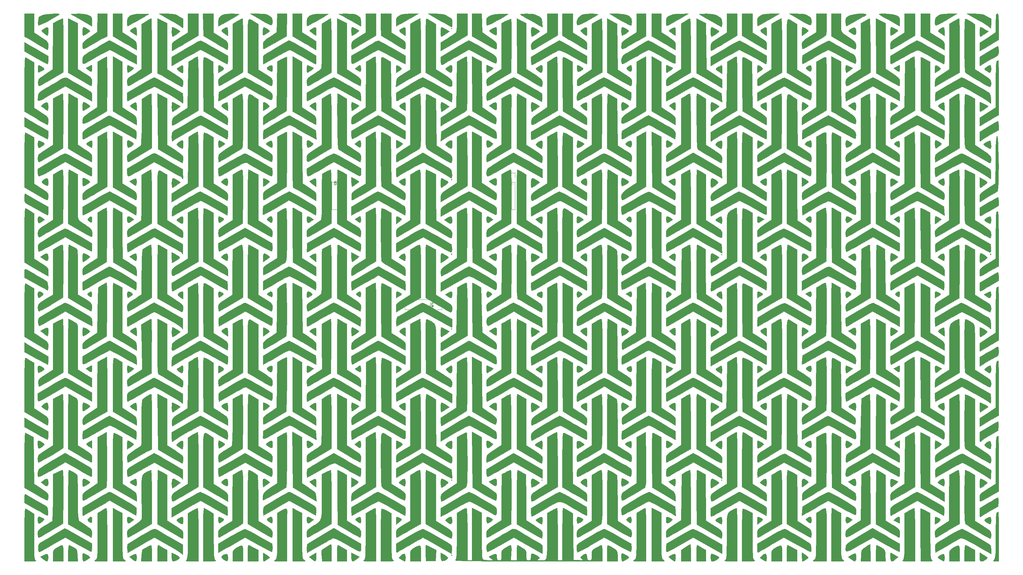
<source format=gbr>
G04 #@! TF.GenerationSoftware,KiCad,Pcbnew,9.0.2*
G04 #@! TF.CreationDate,2025-09-01T17:39:09-04:00*
G04 #@! TF.ProjectId,Trackball,54726163-6b62-4616-9c6c-2e6b69636164,rev?*
G04 #@! TF.SameCoordinates,Original*
G04 #@! TF.FileFunction,Legend,Bot*
G04 #@! TF.FilePolarity,Positive*
%FSLAX46Y46*%
G04 Gerber Fmt 4.6, Leading zero omitted, Abs format (unit mm)*
G04 Created by KiCad (PCBNEW 9.0.2) date 2025-09-01 17:39:09*
%MOMM*%
%LPD*%
G01*
G04 APERTURE LIST*
%ADD10C,0.150000*%
%ADD11C,0.010000*%
%ADD12C,0.120000*%
G04 APERTURE END LIST*
D10*
X55601259Y-85894052D02*
X56315544Y-85894052D01*
X56315544Y-85894052D02*
X56458401Y-85846433D01*
X56458401Y-85846433D02*
X56553640Y-85751195D01*
X56553640Y-85751195D02*
X56601259Y-85608338D01*
X56601259Y-85608338D02*
X56601259Y-85513100D01*
X56601259Y-86417862D02*
X56601259Y-86608338D01*
X56601259Y-86608338D02*
X56553640Y-86703576D01*
X56553640Y-86703576D02*
X56506020Y-86751195D01*
X56506020Y-86751195D02*
X56363163Y-86846433D01*
X56363163Y-86846433D02*
X56172687Y-86894052D01*
X56172687Y-86894052D02*
X55791735Y-86894052D01*
X55791735Y-86894052D02*
X55696497Y-86846433D01*
X55696497Y-86846433D02*
X55648878Y-86798814D01*
X55648878Y-86798814D02*
X55601259Y-86703576D01*
X55601259Y-86703576D02*
X55601259Y-86513100D01*
X55601259Y-86513100D02*
X55648878Y-86417862D01*
X55648878Y-86417862D02*
X55696497Y-86370243D01*
X55696497Y-86370243D02*
X55791735Y-86322624D01*
X55791735Y-86322624D02*
X56029830Y-86322624D01*
X56029830Y-86322624D02*
X56125068Y-86370243D01*
X56125068Y-86370243D02*
X56172687Y-86417862D01*
X56172687Y-86417862D02*
X56220306Y-86513100D01*
X56220306Y-86513100D02*
X56220306Y-86703576D01*
X56220306Y-86703576D02*
X56172687Y-86798814D01*
X56172687Y-86798814D02*
X56125068Y-86846433D01*
X56125068Y-86846433D02*
X56029830Y-86894052D01*
X29679773Y-51606205D02*
X29679773Y-52320490D01*
X29679773Y-52320490D02*
X29727392Y-52463347D01*
X29727392Y-52463347D02*
X29822630Y-52558586D01*
X29822630Y-52558586D02*
X29965487Y-52606205D01*
X29965487Y-52606205D02*
X30060725Y-52606205D01*
X29060725Y-52034776D02*
X29155963Y-51987157D01*
X29155963Y-51987157D02*
X29203582Y-51939538D01*
X29203582Y-51939538D02*
X29251201Y-51844300D01*
X29251201Y-51844300D02*
X29251201Y-51796681D01*
X29251201Y-51796681D02*
X29203582Y-51701443D01*
X29203582Y-51701443D02*
X29155963Y-51653824D01*
X29155963Y-51653824D02*
X29060725Y-51606205D01*
X29060725Y-51606205D02*
X28870249Y-51606205D01*
X28870249Y-51606205D02*
X28775011Y-51653824D01*
X28775011Y-51653824D02*
X28727392Y-51701443D01*
X28727392Y-51701443D02*
X28679773Y-51796681D01*
X28679773Y-51796681D02*
X28679773Y-51844300D01*
X28679773Y-51844300D02*
X28727392Y-51939538D01*
X28727392Y-51939538D02*
X28775011Y-51987157D01*
X28775011Y-51987157D02*
X28870249Y-52034776D01*
X28870249Y-52034776D02*
X29060725Y-52034776D01*
X29060725Y-52034776D02*
X29155963Y-52082395D01*
X29155963Y-52082395D02*
X29203582Y-52130014D01*
X29203582Y-52130014D02*
X29251201Y-52225252D01*
X29251201Y-52225252D02*
X29251201Y-52415728D01*
X29251201Y-52415728D02*
X29203582Y-52510966D01*
X29203582Y-52510966D02*
X29155963Y-52558586D01*
X29155963Y-52558586D02*
X29060725Y-52606205D01*
X29060725Y-52606205D02*
X28870249Y-52606205D01*
X28870249Y-52606205D02*
X28775011Y-52558586D01*
X28775011Y-52558586D02*
X28727392Y-52510966D01*
X28727392Y-52510966D02*
X28679773Y-52415728D01*
X28679773Y-52415728D02*
X28679773Y-52225252D01*
X28679773Y-52225252D02*
X28727392Y-52130014D01*
X28727392Y-52130014D02*
X28775011Y-52082395D01*
X28775011Y-52082395D02*
X28870249Y-52034776D01*
X78379773Y-51306205D02*
X78379773Y-52020490D01*
X78379773Y-52020490D02*
X78427392Y-52163347D01*
X78427392Y-52163347D02*
X78522630Y-52258586D01*
X78522630Y-52258586D02*
X78665487Y-52306205D01*
X78665487Y-52306205D02*
X78760725Y-52306205D01*
X77998820Y-51306205D02*
X77332154Y-51306205D01*
X77332154Y-51306205D02*
X77760725Y-52306205D01*
D11*
X61819598Y-156715597D02*
X61685914Y-156849281D01*
X61552230Y-156715597D01*
X61685914Y-156581913D01*
X61819598Y-156715597D01*
G36*
X61819598Y-156715597D02*
G01*
X61685914Y-156849281D01*
X61552230Y-156715597D01*
X61685914Y-156581913D01*
X61819598Y-156715597D01*
G37*
X61819598Y-135593491D02*
X61685914Y-135727176D01*
X61552230Y-135593491D01*
X61685914Y-135459807D01*
X61819598Y-135593491D01*
G36*
X61819598Y-135593491D02*
G01*
X61685914Y-135727176D01*
X61552230Y-135593491D01*
X61685914Y-135459807D01*
X61819598Y-135593491D01*
G37*
X61819598Y-93081913D02*
X61685914Y-93215597D01*
X61552230Y-93081913D01*
X61685914Y-92948228D01*
X61819598Y-93081913D01*
G36*
X61819598Y-93081913D02*
G01*
X61685914Y-93215597D01*
X61552230Y-93081913D01*
X61685914Y-92948228D01*
X61819598Y-93081913D01*
G37*
X61819598Y-51105070D02*
X61685914Y-51238755D01*
X61552230Y-51105070D01*
X61685914Y-50971386D01*
X61819598Y-51105070D01*
G36*
X61819598Y-51105070D02*
G01*
X61685914Y-51238755D01*
X61552230Y-51105070D01*
X61685914Y-50971386D01*
X61819598Y-51105070D01*
G37*
X61819598Y-8593491D02*
X61685914Y-8727176D01*
X61552230Y-8593491D01*
X61685914Y-8459807D01*
X61819598Y-8593491D01*
G36*
X61819598Y-8593491D02*
G01*
X61685914Y-8727176D01*
X61552230Y-8593491D01*
X61685914Y-8459807D01*
X61819598Y-8593491D01*
G37*
X87219598Y-135593491D02*
X87085914Y-135727176D01*
X86952230Y-135593491D01*
X87085914Y-135459807D01*
X87219598Y-135593491D01*
G36*
X87219598Y-135593491D02*
G01*
X87085914Y-135727176D01*
X86952230Y-135593491D01*
X87085914Y-135459807D01*
X87219598Y-135593491D01*
G37*
X137752230Y-135593491D02*
X137618545Y-135727176D01*
X137484861Y-135593491D01*
X137618545Y-135459807D01*
X137752230Y-135593491D01*
G36*
X137752230Y-135593491D02*
G01*
X137618545Y-135727176D01*
X137484861Y-135593491D01*
X137618545Y-135459807D01*
X137752230Y-135593491D01*
G37*
X137752230Y-72227176D02*
X137618545Y-72360860D01*
X137484861Y-72227176D01*
X137618545Y-72093491D01*
X137752230Y-72227176D01*
G36*
X137752230Y-72227176D02*
G01*
X137618545Y-72360860D01*
X137484861Y-72227176D01*
X137618545Y-72093491D01*
X137752230Y-72227176D01*
G37*
X61762474Y-71954433D02*
X61730475Y-72271737D01*
X61650055Y-72313566D01*
X61552230Y-72093491D01*
X61571525Y-71951947D01*
X61730475Y-71915246D01*
X61762474Y-71954433D01*
G36*
X61762474Y-71954433D02*
G01*
X61730475Y-72271737D01*
X61650055Y-72313566D01*
X61552230Y-72093491D01*
X61571525Y-71951947D01*
X61730475Y-71915246D01*
X61762474Y-71954433D01*
G37*
X213360369Y-71954433D02*
X213328370Y-72271737D01*
X213247950Y-72313566D01*
X213150124Y-72093491D01*
X213169420Y-71951947D01*
X213328370Y-71915246D01*
X213360369Y-71954433D01*
G36*
X213360369Y-71954433D02*
G01*
X213328370Y-72271737D01*
X213247950Y-72313566D01*
X213150124Y-72093491D01*
X213169420Y-71951947D01*
X213328370Y-71915246D01*
X213360369Y-71954433D01*
G37*
X34604009Y-156610476D02*
X35729472Y-157184645D01*
X34938219Y-157817740D01*
X34250463Y-158301624D01*
X33782295Y-158411048D01*
X33544652Y-158066523D01*
X33478545Y-157244900D01*
X33478545Y-156036308D01*
X34604009Y-156610476D01*
G36*
X34604009Y-156610476D02*
G01*
X35729472Y-157184645D01*
X34938219Y-157817740D01*
X34250463Y-158301624D01*
X33782295Y-158411048D01*
X33544652Y-158066523D01*
X33478545Y-157244900D01*
X33478545Y-156036308D01*
X34604009Y-156610476D01*
G37*
X34542480Y-135488820D02*
X34590748Y-135516083D01*
X35202429Y-135924622D01*
X35367191Y-136269771D01*
X35071347Y-136645550D01*
X34301207Y-137145976D01*
X33478545Y-137628987D01*
X33478545Y-134890855D01*
X34542480Y-135488820D01*
G36*
X34542480Y-135488820D02*
G01*
X34590748Y-135516083D01*
X35202429Y-135924622D01*
X35367191Y-136269771D01*
X35071347Y-136645550D01*
X34301207Y-137145976D01*
X33478545Y-137628987D01*
X33478545Y-134890855D01*
X34542480Y-135488820D01*
G37*
X187684194Y-146139095D02*
X187750124Y-146829831D01*
X187750124Y-147772487D01*
X186894598Y-147330077D01*
X186039073Y-146887668D01*
X186656850Y-146387422D01*
X186951438Y-146161526D01*
X187440777Y-145925558D01*
X187684194Y-146139095D01*
G36*
X187684194Y-146139095D02*
G01*
X187750124Y-146829831D01*
X187750124Y-147772487D01*
X186894598Y-147330077D01*
X186039073Y-146887668D01*
X186656850Y-146387422D01*
X186951438Y-146161526D01*
X187440777Y-145925558D01*
X187684194Y-146139095D01*
G37*
X161146966Y-51006813D02*
X161354852Y-51133880D01*
X161873412Y-51501110D01*
X162079446Y-51733059D01*
X162052354Y-51791125D01*
X161724147Y-52097659D01*
X161143657Y-52511213D01*
X160211177Y-53115250D01*
X160211177Y-50454684D01*
X161146966Y-51006813D01*
G36*
X161146966Y-51006813D02*
G01*
X161354852Y-51133880D01*
X161873412Y-51501110D01*
X162079446Y-51733059D01*
X162052354Y-51791125D01*
X161724147Y-52097659D01*
X161143657Y-52511213D01*
X160211177Y-53115250D01*
X160211177Y-50454684D01*
X161146966Y-51006813D01*
G37*
X-53406686Y-61887425D02*
X-52803203Y-62376096D01*
X-53607772Y-62949000D01*
X-53986396Y-63198192D01*
X-54460654Y-63351613D01*
X-54692026Y-63062787D01*
X-54753034Y-62289983D01*
X-54738186Y-61989886D01*
X-54539605Y-61485618D01*
X-54099901Y-61452699D01*
X-53406686Y-61887425D01*
G36*
X-53406686Y-61887425D02*
G01*
X-52803203Y-62376096D01*
X-53607772Y-62949000D01*
X-53986396Y-63198192D01*
X-54460654Y-63351613D01*
X-54692026Y-63062787D01*
X-54753034Y-62289983D01*
X-54738186Y-61989886D01*
X-54539605Y-61485618D01*
X-54099901Y-61452699D01*
X-53406686Y-61887425D01*
G37*
X-51869356Y-156673750D02*
X-51811981Y-157384018D01*
X-51858935Y-158019141D01*
X-52077546Y-158392514D01*
X-52523189Y-158316256D01*
X-53248727Y-157805891D01*
X-54017053Y-157177521D01*
X-53248727Y-156774394D01*
X-52608811Y-156469613D01*
X-52103804Y-156382171D01*
X-51869356Y-156673750D01*
G36*
X-51869356Y-156673750D02*
G01*
X-51811981Y-157384018D01*
X-51858935Y-158019141D01*
X-52077546Y-158392514D01*
X-52523189Y-158316256D01*
X-53248727Y-157805891D01*
X-54017053Y-157177521D01*
X-53248727Y-156774394D01*
X-52608811Y-156469613D01*
X-52103804Y-156382171D01*
X-51869356Y-156673750D01*
G37*
X-51884424Y-72151099D02*
X-51811981Y-72895597D01*
X-51847918Y-73498351D01*
X-52041464Y-73888612D01*
X-52467057Y-73846046D01*
X-53196264Y-73396553D01*
X-53994674Y-72828035D01*
X-53237538Y-72328841D01*
X-52671273Y-71992172D01*
X-52147820Y-71859116D01*
X-51884424Y-72151099D01*
G36*
X-51884424Y-72151099D02*
G01*
X-51811981Y-72895597D01*
X-51847918Y-73498351D01*
X-52041464Y-73888612D01*
X-52467057Y-73846046D01*
X-53196264Y-73396553D01*
X-53994674Y-72828035D01*
X-53237538Y-72328841D01*
X-52671273Y-71992172D01*
X-52147820Y-71859116D01*
X-51884424Y-72151099D01*
G37*
X-51905075Y-135489771D02*
X-51811981Y-136261913D01*
X-51842243Y-136793156D01*
X-52037868Y-137250685D01*
X-52457195Y-137242286D01*
X-53148823Y-136787052D01*
X-53817244Y-136254609D01*
X-53186045Y-135723524D01*
X-52737348Y-135387082D01*
X-52203806Y-135201971D01*
X-51905075Y-135489771D01*
G36*
X-51905075Y-135489771D02*
G01*
X-51811981Y-136261913D01*
X-51842243Y-136793156D01*
X-52037868Y-137250685D01*
X-52457195Y-137242286D01*
X-53148823Y-136787052D01*
X-53817244Y-136254609D01*
X-53186045Y-135723524D01*
X-52737348Y-135387082D01*
X-52203806Y-135201971D01*
X-51905075Y-135489771D01*
G37*
X-39567189Y-146142122D02*
X-39513034Y-146832372D01*
X-39542401Y-147434562D01*
X-39687778Y-147627592D01*
X-40032880Y-147499355D01*
X-40542979Y-147150951D01*
X-40736761Y-146715615D01*
X-40408755Y-146278942D01*
X-40236170Y-146152602D01*
X-39782042Y-145931716D01*
X-39567189Y-146142122D01*
G36*
X-39567189Y-146142122D02*
G01*
X-39513034Y-146832372D01*
X-39542401Y-147434562D01*
X-39687778Y-147627592D01*
X-40032880Y-147499355D01*
X-40542979Y-147150951D01*
X-40736761Y-146715615D01*
X-40408755Y-146278942D01*
X-40236170Y-146152602D01*
X-39782042Y-145931716D01*
X-39567189Y-146142122D01*
G37*
X-39567189Y-61653701D02*
X-39513034Y-62343951D01*
X-39542401Y-62946141D01*
X-39687778Y-63139171D01*
X-40032880Y-63010934D01*
X-40542979Y-62662530D01*
X-40736761Y-62227193D01*
X-40408755Y-61790521D01*
X-40236170Y-61664181D01*
X-39782042Y-61443294D01*
X-39567189Y-61653701D01*
G36*
X-39567189Y-61653701D02*
G01*
X-39513034Y-62343951D01*
X-39542401Y-62946141D01*
X-39687778Y-63139171D01*
X-40032880Y-63010934D01*
X-40542979Y-62662530D01*
X-40736761Y-62227193D01*
X-40408755Y-61790521D01*
X-40236170Y-61664181D01*
X-39782042Y-61443294D01*
X-39567189Y-61653701D01*
G37*
X-39419195Y-40454169D02*
X-39460158Y-41194184D01*
X-39571064Y-42144181D01*
X-40344154Y-41687505D01*
X-40638591Y-41505057D01*
X-41045340Y-41133099D01*
X-40959075Y-40813703D01*
X-40383017Y-40443764D01*
X-40029866Y-40270104D01*
X-39581829Y-40168316D01*
X-39419195Y-40454169D01*
G36*
X-39419195Y-40454169D02*
G01*
X-39460158Y-41194184D01*
X-39571064Y-42144181D01*
X-40344154Y-41687505D01*
X-40638591Y-41505057D01*
X-41045340Y-41133099D01*
X-40959075Y-40813703D01*
X-40383017Y-40443764D01*
X-40029866Y-40270104D01*
X-39581829Y-40168316D01*
X-39419195Y-40454169D01*
G37*
X-28383047Y-146335221D02*
X-27699243Y-146783267D01*
X-28325612Y-147265066D01*
X-28651573Y-147497715D01*
X-29216273Y-147731251D01*
X-29525985Y-147510851D01*
X-29620402Y-146822965D01*
X-29606671Y-146457809D01*
X-29453907Y-145991771D01*
X-29071100Y-145960790D01*
X-28383047Y-146335221D01*
G36*
X-28383047Y-146335221D02*
G01*
X-27699243Y-146783267D01*
X-28325612Y-147265066D01*
X-28651573Y-147497715D01*
X-29216273Y-147731251D01*
X-29525985Y-147510851D01*
X-29620402Y-146822965D01*
X-29606671Y-146457809D01*
X-29453907Y-145991771D01*
X-29071100Y-145960790D01*
X-28383047Y-146335221D01*
G37*
X-28383047Y-61846800D02*
X-27699243Y-62294846D01*
X-28325612Y-62776645D01*
X-28651573Y-63009294D01*
X-29216273Y-63242829D01*
X-29525985Y-63022430D01*
X-29620402Y-62334544D01*
X-29606671Y-61969388D01*
X-29453907Y-61503350D01*
X-29071100Y-61472369D01*
X-28383047Y-61846800D01*
G36*
X-28383047Y-61846800D02*
G01*
X-27699243Y-62294846D01*
X-28325612Y-62776645D01*
X-28651573Y-63009294D01*
X-29216273Y-63242829D01*
X-29525985Y-63022430D01*
X-29620402Y-62334544D01*
X-29606671Y-61969388D01*
X-29453907Y-61503350D01*
X-29071100Y-61472369D01*
X-28383047Y-61846800D01*
G37*
X-26980761Y-156663018D02*
X-26946718Y-157384018D01*
X-26976863Y-157980343D01*
X-27147899Y-158376510D01*
X-27529216Y-158315586D01*
X-28187061Y-157820905D01*
X-28922487Y-157188318D01*
X-28135129Y-156762136D01*
X-27597290Y-156486701D01*
X-27159376Y-156383924D01*
X-26980761Y-156663018D01*
G36*
X-26980761Y-156663018D02*
G01*
X-26946718Y-157384018D01*
X-26976863Y-157980343D01*
X-27147899Y-158376510D01*
X-27529216Y-158315586D01*
X-28187061Y-157820905D01*
X-28922487Y-157188318D01*
X-28135129Y-156762136D01*
X-27597290Y-156486701D01*
X-27159376Y-156383924D01*
X-26980761Y-156663018D01*
G37*
X-26980761Y-51052492D02*
X-26946718Y-51773491D01*
X-26976863Y-52369816D01*
X-27147899Y-52765984D01*
X-27529216Y-52705060D01*
X-28187061Y-52210379D01*
X-28922487Y-51577792D01*
X-28135129Y-51151610D01*
X-27597290Y-50876175D01*
X-27159376Y-50773398D01*
X-26980761Y-51052492D01*
G36*
X-26980761Y-51052492D02*
G01*
X-26946718Y-51773491D01*
X-26976863Y-52369816D01*
X-27147899Y-52765984D01*
X-27529216Y-52705060D01*
X-28187061Y-52210379D01*
X-28922487Y-51577792D01*
X-28135129Y-51151610D01*
X-27597290Y-50876175D01*
X-27159376Y-50773398D01*
X-26980761Y-51052492D01*
G37*
X-13880351Y-82873784D02*
X-13845665Y-83605450D01*
X-13845665Y-84690039D01*
X-14647770Y-84216224D01*
X-14812753Y-84114556D01*
X-15345879Y-83639952D01*
X-15356489Y-83225947D01*
X-14848297Y-82847182D01*
X-14485560Y-82681150D01*
X-14057236Y-82593223D01*
X-13880351Y-82873784D01*
G36*
X-13880351Y-82873784D02*
G01*
X-13845665Y-83605450D01*
X-13845665Y-84690039D01*
X-14647770Y-84216224D01*
X-14812753Y-84114556D01*
X-15345879Y-83639952D01*
X-15356489Y-83225947D01*
X-14848297Y-82847182D01*
X-14485560Y-82681150D01*
X-14057236Y-82593223D01*
X-13880351Y-82873784D01*
G37*
X-3007837Y-103807399D02*
X-2727187Y-104000262D01*
X-2406288Y-104345237D01*
X-2542756Y-104659932D01*
X-3150928Y-105070961D01*
X-3953034Y-105544776D01*
X-3953034Y-104460186D01*
X-3944382Y-103904143D01*
X-3852017Y-103478565D01*
X-3573805Y-103469778D01*
X-3007837Y-103807399D01*
G36*
X-3007837Y-103807399D02*
G01*
X-2727187Y-104000262D01*
X-2406288Y-104345237D01*
X-2542756Y-104659932D01*
X-3150928Y-105070961D01*
X-3953034Y-105544776D01*
X-3953034Y-104460186D01*
X-3944382Y-103904143D01*
X-3852017Y-103478565D01*
X-3573805Y-103469778D01*
X-3007837Y-103807399D01*
G37*
X-3007837Y-19318978D02*
X-2727187Y-19511841D01*
X-2406288Y-19856816D01*
X-2542756Y-20171511D01*
X-3150928Y-20582540D01*
X-3953034Y-21056355D01*
X-3953034Y-19971765D01*
X-3944382Y-19415722D01*
X-3852017Y-18990144D01*
X-3573805Y-18981357D01*
X-3007837Y-19318978D01*
G36*
X-3007837Y-19318978D02*
G01*
X-2727187Y-19511841D01*
X-2406288Y-19856816D01*
X-2542756Y-20171511D01*
X-3150928Y-20582540D01*
X-3953034Y-21056355D01*
X-3953034Y-19971765D01*
X-3944382Y-19415722D01*
X-3852017Y-18990144D01*
X-3573805Y-18981357D01*
X-3007837Y-19318978D01*
G37*
X-1308730Y-114230445D02*
X-1279349Y-115032379D01*
X-1279349Y-116261793D01*
X-2143728Y-115714507D01*
X-2639630Y-115375858D01*
X-3032714Y-114954326D01*
X-2958155Y-114600867D01*
X-2432210Y-114231930D01*
X-1854320Y-113941644D01*
X-1465881Y-113890824D01*
X-1308730Y-114230445D01*
G36*
X-1308730Y-114230445D02*
G01*
X-1279349Y-115032379D01*
X-1279349Y-116261793D01*
X-2143728Y-115714507D01*
X-2639630Y-115375858D01*
X-3032714Y-114954326D01*
X-2958155Y-114600867D01*
X-2432210Y-114231930D01*
X-1854320Y-113941644D01*
X-1465881Y-113890824D01*
X-1308730Y-114230445D01*
G37*
X-1308730Y-93108339D02*
X-1279349Y-93910274D01*
X-1279349Y-95139688D01*
X-2143728Y-94592402D01*
X-2639630Y-94253752D01*
X-3032714Y-93832221D01*
X-2958155Y-93478762D01*
X-2432210Y-93109825D01*
X-1854320Y-92819539D01*
X-1465881Y-92768719D01*
X-1308730Y-93108339D01*
G36*
X-1308730Y-93108339D02*
G01*
X-1279349Y-93910274D01*
X-1279349Y-95139688D01*
X-2143728Y-94592402D01*
X-2639630Y-94253752D01*
X-3032714Y-93832221D01*
X-2958155Y-93478762D01*
X-2432210Y-93109825D01*
X-1854320Y-92819539D01*
X-1465881Y-92768719D01*
X-1308730Y-93108339D01*
G37*
X-1308730Y-29742024D02*
X-1279349Y-30543958D01*
X-1279349Y-31773372D01*
X-2143728Y-31226086D01*
X-2639630Y-30887437D01*
X-3032714Y-30465905D01*
X-2958155Y-30112446D01*
X-2432210Y-29743509D01*
X-1854320Y-29453223D01*
X-1465881Y-29402403D01*
X-1308730Y-29742024D01*
G36*
X-1308730Y-29742024D02*
G01*
X-1279349Y-30543958D01*
X-1279349Y-31773372D01*
X-2143728Y-31226086D01*
X-2639630Y-30887437D01*
X-3032714Y-30465905D01*
X-2958155Y-30112446D01*
X-2432210Y-29743509D01*
X-1854320Y-29453223D01*
X-1465881Y-29402403D01*
X-1308730Y-29742024D01*
G37*
X-1308730Y-8619918D02*
X-1279349Y-9421853D01*
X-1279349Y-10651267D01*
X-2143728Y-10103981D01*
X-2639630Y-9765331D01*
X-3032714Y-9343800D01*
X-2958155Y-8990341D01*
X-2432210Y-8621404D01*
X-1854320Y-8331118D01*
X-1465881Y-8280298D01*
X-1308730Y-8619918D01*
G36*
X-1308730Y-8619918D02*
G01*
X-1279349Y-9421853D01*
X-1279349Y-10651267D01*
X-2143728Y-10103981D01*
X-2639630Y-9765331D01*
X-3032714Y-9343800D01*
X-2958155Y-8990341D01*
X-2432210Y-8621404D01*
X-1854320Y-8331118D01*
X-1465881Y-8280298D01*
X-1308730Y-8619918D01*
G37*
X21356161Y-103476857D02*
X22032967Y-103803159D01*
X22859781Y-104230721D01*
X22086531Y-104863017D01*
X21531014Y-105288402D01*
X21128976Y-105446664D01*
X20951849Y-105175923D01*
X20912230Y-104445070D01*
X20921632Y-103853553D01*
X21027708Y-103469604D01*
X21356161Y-103476857D01*
G36*
X21356161Y-103476857D02*
G01*
X22032967Y-103803159D01*
X22859781Y-104230721D01*
X22086531Y-104863017D01*
X21531014Y-105288402D01*
X21128976Y-105446664D01*
X20951849Y-105175923D01*
X20912230Y-104445070D01*
X20921632Y-103853553D01*
X21027708Y-103469604D01*
X21356161Y-103476857D01*
G37*
X22149584Y-146335221D02*
X22833388Y-146783267D01*
X22207019Y-147265066D01*
X21881058Y-147497715D01*
X21316359Y-147731251D01*
X21006646Y-147510851D01*
X20912230Y-146822965D01*
X20925961Y-146457809D01*
X21078725Y-145991771D01*
X21461532Y-145960790D01*
X22149584Y-146335221D01*
G36*
X22149584Y-146335221D02*
G01*
X22833388Y-146783267D01*
X22207019Y-147265066D01*
X21881058Y-147497715D01*
X21316359Y-147731251D01*
X21006646Y-147510851D01*
X20912230Y-146822965D01*
X20925961Y-146457809D01*
X21078725Y-145991771D01*
X21461532Y-145960790D01*
X22149584Y-146335221D01*
G37*
X22149584Y-61846800D02*
X22833388Y-62294846D01*
X22207019Y-62776645D01*
X21881058Y-63009294D01*
X21316359Y-63242829D01*
X21006646Y-63022430D01*
X20912230Y-62334544D01*
X20925961Y-61969388D01*
X21078725Y-61503350D01*
X21461532Y-61472369D01*
X22149584Y-61846800D01*
G36*
X22149584Y-61846800D02*
G01*
X22833388Y-62294846D01*
X22207019Y-62776645D01*
X21881058Y-63009294D01*
X21316359Y-63242829D01*
X21006646Y-63022430D01*
X20912230Y-62334544D01*
X20925961Y-61969388D01*
X21078725Y-61503350D01*
X21461532Y-61472369D01*
X22149584Y-61846800D01*
G37*
X34565793Y-72135607D02*
X35653041Y-72746675D01*
X34766319Y-73482364D01*
X34536651Y-73667775D01*
X33991524Y-74063973D01*
X33679072Y-74225246D01*
X33605337Y-74132524D01*
X33514159Y-73645145D01*
X33478545Y-72878489D01*
X33478545Y-71524540D01*
X34565793Y-72135607D01*
G36*
X34565793Y-72135607D02*
G01*
X35653041Y-72746675D01*
X34766319Y-73482364D01*
X34536651Y-73667775D01*
X33991524Y-74063973D01*
X33679072Y-74225246D01*
X33605337Y-74132524D01*
X33514159Y-73645145D01*
X33478545Y-72878489D01*
X33478545Y-71524540D01*
X34565793Y-72135607D01*
G37*
X34565793Y-51013502D02*
X35653041Y-51624569D01*
X34766319Y-52360259D01*
X34536651Y-52545669D01*
X33991524Y-52941868D01*
X33679072Y-53103141D01*
X33605337Y-53010419D01*
X33514159Y-52523040D01*
X33478545Y-51756384D01*
X33478545Y-50402434D01*
X34565793Y-51013502D01*
G36*
X34565793Y-51013502D02*
G01*
X35653041Y-51624569D01*
X34766319Y-52360259D01*
X34536651Y-52545669D01*
X33991524Y-52941868D01*
X33679072Y-53103141D01*
X33605337Y-53010419D01*
X33514159Y-52523040D01*
X33478545Y-51756384D01*
X33478545Y-50402434D01*
X34565793Y-51013502D01*
G37*
X36098333Y-61651551D02*
X36152230Y-62334544D01*
X36143599Y-62700005D01*
X36031435Y-63162221D01*
X35718230Y-63172821D01*
X35114862Y-62769142D01*
X34478547Y-62279841D01*
X35107511Y-61839298D01*
X35388960Y-61650153D01*
X35874821Y-61438074D01*
X36098333Y-61651551D01*
G36*
X36098333Y-61651551D02*
G01*
X36152230Y-62334544D01*
X36143599Y-62700005D01*
X36031435Y-63162221D01*
X35718230Y-63172821D01*
X35114862Y-62769142D01*
X34478547Y-62279841D01*
X35107511Y-61839298D01*
X35388960Y-61650153D01*
X35874821Y-61438074D01*
X36098333Y-61651551D01*
G37*
X36101479Y-19145247D02*
X36152230Y-19822965D01*
X36145427Y-20148755D01*
X36036245Y-20642913D01*
X35721185Y-20684745D01*
X35107511Y-20318211D01*
X34478547Y-19877668D01*
X35114862Y-19388367D01*
X35428101Y-19157751D01*
X35889810Y-18935955D01*
X36101479Y-19145247D01*
G36*
X36101479Y-19145247D02*
G01*
X36152230Y-19822965D01*
X36145427Y-20148755D01*
X36036245Y-20642913D01*
X35721185Y-20684745D01*
X35107511Y-20318211D01*
X34478547Y-19877668D01*
X35114862Y-19388367D01*
X35428101Y-19157751D01*
X35889810Y-18935955D01*
X36101479Y-19145247D01*
G37*
X36100927Y-103632055D02*
X36152230Y-104311386D01*
X36147383Y-104700896D01*
X36063332Y-105143383D01*
X35781194Y-105156228D01*
X35182243Y-104799130D01*
X34498439Y-104351084D01*
X35124808Y-103869286D01*
X35423751Y-103648856D01*
X35887740Y-103423966D01*
X36100927Y-103632055D01*
G36*
X36100927Y-103632055D02*
G01*
X36152230Y-104311386D01*
X36147383Y-104700896D01*
X36063332Y-105143383D01*
X35781194Y-105156228D01*
X35182243Y-104799130D01*
X34498439Y-104351084D01*
X35124808Y-103869286D01*
X35423751Y-103648856D01*
X35887740Y-103423966D01*
X36100927Y-103632055D01*
G37*
X36107902Y-124816596D02*
X36152230Y-125567176D01*
X36138443Y-126077785D01*
X36016364Y-126530947D01*
X35693895Y-126522458D01*
X35082756Y-126095967D01*
X34414335Y-125567176D01*
X35082756Y-125038384D01*
X35488432Y-124735174D01*
X35916063Y-124553812D01*
X36107902Y-124816596D01*
G36*
X36107902Y-124816596D02*
G01*
X36152230Y-125567176D01*
X36138443Y-126077785D01*
X36016364Y-126530947D01*
X35693895Y-126522458D01*
X35082756Y-126095967D01*
X34414335Y-125567176D01*
X35082756Y-125038384D01*
X35488432Y-124735174D01*
X35916063Y-124553812D01*
X36107902Y-124816596D01*
G37*
X36107902Y-40328175D02*
X36152230Y-41078755D01*
X36138443Y-41589364D01*
X36016364Y-42042526D01*
X35693895Y-42034036D01*
X35082756Y-41607546D01*
X34414335Y-41078755D01*
X35082756Y-40549963D01*
X35488432Y-40246753D01*
X35916063Y-40065391D01*
X36107902Y-40328175D01*
G36*
X36107902Y-40328175D02*
G01*
X36152230Y-41078755D01*
X36138443Y-41589364D01*
X36016364Y-42042526D01*
X35693895Y-42034036D01*
X35082756Y-41607546D01*
X34414335Y-41078755D01*
X35082756Y-40549963D01*
X35488432Y-40246753D01*
X35916063Y-40065391D01*
X36107902Y-40328175D01*
G37*
X46968070Y-146197461D02*
X47281183Y-146354037D01*
X47595478Y-146652107D01*
X47453837Y-146998128D01*
X46846966Y-147491386D01*
X46044861Y-148062536D01*
X46044861Y-146974856D01*
X46050094Y-146401822D01*
X46130527Y-145994558D01*
X46398755Y-145958237D01*
X46968070Y-146197461D01*
G36*
X46968070Y-146197461D02*
G01*
X47281183Y-146354037D01*
X47595478Y-146652107D01*
X47453837Y-146998128D01*
X46846966Y-147491386D01*
X46044861Y-148062536D01*
X46044861Y-146974856D01*
X46050094Y-146401822D01*
X46130527Y-145994558D01*
X46398755Y-145958237D01*
X46968070Y-146197461D01*
G37*
X46990058Y-103807399D02*
X47270708Y-104000262D01*
X47591606Y-104345237D01*
X47455139Y-104659932D01*
X46846966Y-105070961D01*
X46044861Y-105544776D01*
X46044861Y-104460186D01*
X46053513Y-103904143D01*
X46145877Y-103478565D01*
X46424090Y-103469778D01*
X46990058Y-103807399D01*
G36*
X46990058Y-103807399D02*
G01*
X47270708Y-104000262D01*
X47591606Y-104345237D01*
X47455139Y-104659932D01*
X46846966Y-105070961D01*
X46044861Y-105544776D01*
X46044861Y-104460186D01*
X46053513Y-103904143D01*
X46145877Y-103478565D01*
X46424090Y-103469778D01*
X46990058Y-103807399D01*
G37*
X46968070Y-82831145D02*
X47259952Y-82973081D01*
X47591291Y-83247199D01*
X47457291Y-83538654D01*
X46846966Y-83948856D01*
X46044861Y-84422671D01*
X46044861Y-83471765D01*
X46046820Y-83090302D01*
X46112909Y-82639389D01*
X46374820Y-82584349D01*
X46968070Y-82831145D01*
G36*
X46968070Y-82831145D02*
G01*
X47259952Y-82973081D01*
X47591291Y-83247199D01*
X47457291Y-83538654D01*
X46846966Y-83948856D01*
X46044861Y-84422671D01*
X46044861Y-83471765D01*
X46046820Y-83090302D01*
X46112909Y-82639389D01*
X46374820Y-82584349D01*
X46968070Y-82831145D01*
G37*
X46968070Y-61709040D02*
X47281183Y-61865616D01*
X47595478Y-62163686D01*
X47453837Y-62509707D01*
X46846966Y-63002965D01*
X46044861Y-63574115D01*
X46044861Y-62486435D01*
X46050094Y-61913401D01*
X46130527Y-61506137D01*
X46398755Y-61469816D01*
X46968070Y-61709040D01*
G36*
X46968070Y-61709040D02*
G01*
X47281183Y-61865616D01*
X47595478Y-62163686D01*
X47453837Y-62509707D01*
X46846966Y-63002965D01*
X46044861Y-63574115D01*
X46044861Y-62486435D01*
X46050094Y-61913401D01*
X46130527Y-61506137D01*
X46398755Y-61469816D01*
X46968070Y-61709040D01*
G37*
X46990058Y-19318978D02*
X47270708Y-19511841D01*
X47591606Y-19856816D01*
X47455139Y-20171511D01*
X46846966Y-20582540D01*
X46044861Y-21056355D01*
X46044861Y-19971765D01*
X46053513Y-19415722D01*
X46145877Y-18990144D01*
X46424090Y-18981357D01*
X46990058Y-19318978D01*
G36*
X46990058Y-19318978D02*
G01*
X47270708Y-19511841D01*
X47591606Y-19856816D01*
X47455139Y-20171511D01*
X46846966Y-20582540D01*
X46044861Y-21056355D01*
X46044861Y-19971765D01*
X46053513Y-19415722D01*
X46145877Y-18990144D01*
X46424090Y-18981357D01*
X46990058Y-19318978D01*
G37*
X48686704Y-93101160D02*
X48718545Y-93910274D01*
X48718545Y-95139688D01*
X47854167Y-94592402D01*
X47337049Y-94243237D01*
X46979032Y-93862624D01*
X47067110Y-93534681D01*
X47580867Y-93151781D01*
X48144578Y-92828836D01*
X48527315Y-92761971D01*
X48686704Y-93101160D01*
G36*
X48686704Y-93101160D02*
G01*
X48718545Y-93910274D01*
X48718545Y-95139688D01*
X47854167Y-94592402D01*
X47337049Y-94243237D01*
X46979032Y-93862624D01*
X47067110Y-93534681D01*
X47580867Y-93151781D01*
X48144578Y-92828836D01*
X48527315Y-92761971D01*
X48686704Y-93101160D01*
G37*
X48686704Y-29734845D02*
X48718545Y-30543958D01*
X48718545Y-31773372D01*
X47854167Y-31226086D01*
X47337049Y-30876921D01*
X46979032Y-30496308D01*
X47067110Y-30168365D01*
X47580867Y-29785465D01*
X48144578Y-29462521D01*
X48527315Y-29395655D01*
X48686704Y-29734845D01*
G36*
X48686704Y-29734845D02*
G01*
X48718545Y-30543958D01*
X48718545Y-31773372D01*
X47854167Y-31226086D01*
X47337049Y-30876921D01*
X46979032Y-30496308D01*
X47067110Y-30168365D01*
X47580867Y-29785465D01*
X48144578Y-29462521D01*
X48527315Y-29395655D01*
X48686704Y-29734845D01*
G37*
X48689165Y-8619918D02*
X48718545Y-9421853D01*
X48718545Y-10651267D01*
X47854167Y-10103981D01*
X47358265Y-9765331D01*
X46965181Y-9343800D01*
X47039740Y-8990341D01*
X47565685Y-8621404D01*
X48143574Y-8331118D01*
X48532013Y-8280298D01*
X48689165Y-8619918D01*
G36*
X48689165Y-8619918D02*
G01*
X48718545Y-9421853D01*
X48718545Y-10651267D01*
X47854167Y-10103981D01*
X47358265Y-9765331D01*
X46965181Y-9343800D01*
X47039740Y-8990341D01*
X47565685Y-8621404D01*
X48143574Y-8331118D01*
X48532013Y-8280298D01*
X48689165Y-8619918D01*
G37*
X59678412Y-156640771D02*
X60229572Y-156989027D01*
X60597202Y-157395616D01*
X60471284Y-157754053D01*
X59860349Y-158134390D01*
X59512769Y-158282424D01*
X58975127Y-158323936D01*
X58692975Y-157942747D01*
X58611177Y-157092887D01*
X58611177Y-156031209D01*
X59678412Y-156640771D01*
G36*
X59678412Y-156640771D02*
G01*
X60229572Y-156989027D01*
X60597202Y-157395616D01*
X60471284Y-157754053D01*
X59860349Y-158134390D01*
X59512769Y-158282424D01*
X58975127Y-158323936D01*
X58692975Y-157942747D01*
X58611177Y-157092887D01*
X58611177Y-156031209D01*
X59678412Y-156640771D01*
G37*
X61781933Y-82814406D02*
X61819598Y-83456649D01*
X61801062Y-83827625D01*
X61615705Y-84300196D01*
X61197515Y-84314390D01*
X60504886Y-83883723D01*
X59858595Y-83386897D01*
X60638570Y-82964583D01*
X61138688Y-82706800D01*
X61592956Y-82580285D01*
X61781933Y-82814406D01*
G36*
X61781933Y-82814406D02*
G01*
X61819598Y-83456649D01*
X61801062Y-83827625D01*
X61615705Y-84300196D01*
X61197515Y-84314390D01*
X60504886Y-83883723D01*
X59858595Y-83386897D01*
X60638570Y-82964583D01*
X61138688Y-82706800D01*
X61592956Y-82580285D01*
X61781933Y-82814406D01*
G37*
X61752602Y-61738210D02*
X61819598Y-62468228D01*
X61784011Y-63068696D01*
X61590996Y-63460783D01*
X61166085Y-63419528D01*
X60437783Y-62970942D01*
X59641841Y-62404181D01*
X60396509Y-61921012D01*
X60988792Y-61577651D01*
X61500983Y-61451086D01*
X61752602Y-61738210D01*
G36*
X61752602Y-61738210D02*
G01*
X61819598Y-62468228D01*
X61784011Y-63068696D01*
X61590996Y-63460783D01*
X61166085Y-63419528D01*
X60437783Y-62970942D01*
X59641841Y-62404181D01*
X60396509Y-61921012D01*
X60988792Y-61577651D01*
X61500983Y-61451086D01*
X61752602Y-61738210D01*
G37*
X61739271Y-146197951D02*
X61819598Y-146956649D01*
X61788444Y-147491865D01*
X61591457Y-147945545D01*
X61174285Y-147929293D01*
X60492262Y-147460048D01*
X59833346Y-146911763D01*
X60492262Y-146405415D01*
X60942647Y-146091820D01*
X61464066Y-145916781D01*
X61739271Y-146197951D01*
G36*
X61739271Y-146197951D02*
G01*
X61819598Y-146956649D01*
X61788444Y-147491865D01*
X61591457Y-147945545D01*
X61174285Y-147929293D01*
X60492262Y-147460048D01*
X59833346Y-146911763D01*
X60492262Y-146405415D01*
X60942647Y-146091820D01*
X61464066Y-145916781D01*
X61739271Y-146197951D01*
G37*
X72682216Y-61846800D02*
X73366020Y-62294846D01*
X72739651Y-62776645D01*
X72413690Y-63009294D01*
X71848990Y-63242829D01*
X71539278Y-63022430D01*
X71444861Y-62334544D01*
X71458592Y-61969388D01*
X71611356Y-61503350D01*
X71994163Y-61472369D01*
X72682216Y-61846800D01*
G36*
X72682216Y-61846800D02*
G01*
X73366020Y-62294846D01*
X72739651Y-62776645D01*
X72413690Y-63009294D01*
X71848990Y-63242829D01*
X71539278Y-63022430D01*
X71444861Y-62334544D01*
X71458592Y-61969388D01*
X71611356Y-61503350D01*
X71994163Y-61472369D01*
X72682216Y-61846800D01*
G37*
X74323089Y-135538068D02*
X74385914Y-136261913D01*
X74337531Y-136904996D01*
X74115603Y-137277870D01*
X73664078Y-137203497D01*
X72929174Y-136697975D01*
X72140856Y-136067219D01*
X72929174Y-135640534D01*
X73557809Y-135333355D01*
X74076241Y-135240998D01*
X74323089Y-135538068D01*
G36*
X74323089Y-135538068D02*
G01*
X74385914Y-136261913D01*
X74337531Y-136904996D01*
X74115603Y-137277870D01*
X73664078Y-137203497D01*
X72929174Y-136697975D01*
X72140856Y-136067219D01*
X72929174Y-135640534D01*
X73557809Y-135333355D01*
X74076241Y-135240998D01*
X74323089Y-135538068D01*
G37*
X74323089Y-72171752D02*
X74385914Y-72895597D01*
X74337531Y-73538680D01*
X74115603Y-73911554D01*
X73664078Y-73837181D01*
X72929174Y-73331659D01*
X72140856Y-72700903D01*
X72929174Y-72274218D01*
X73557809Y-71967039D01*
X74076241Y-71874682D01*
X74323089Y-72171752D01*
G36*
X74323089Y-72171752D02*
G01*
X74385914Y-72895597D01*
X74337531Y-73538680D01*
X74115603Y-73911554D01*
X73664078Y-73837181D01*
X72929174Y-73331659D01*
X72140856Y-72700903D01*
X72929174Y-72274218D01*
X73557809Y-71967039D01*
X74076241Y-71874682D01*
X74323089Y-72171752D01*
G37*
X74323089Y-51049646D02*
X74385914Y-51773491D01*
X74337531Y-52416575D01*
X74115603Y-52789449D01*
X73664078Y-52715076D01*
X72929174Y-52209554D01*
X72140856Y-51578798D01*
X72929174Y-51152113D01*
X73557809Y-50844934D01*
X74076241Y-50752577D01*
X74323089Y-51049646D01*
G36*
X74323089Y-51049646D02*
G01*
X74385914Y-51773491D01*
X74337531Y-52416575D01*
X74115603Y-52789449D01*
X73664078Y-52715076D01*
X72929174Y-52209554D01*
X72140856Y-51578798D01*
X72929174Y-51152113D01*
X73557809Y-50844934D01*
X74076241Y-50752577D01*
X74323089Y-51049646D01*
G37*
X98191209Y-61887425D02*
X98794692Y-62376096D01*
X97990123Y-62949000D01*
X97611499Y-63198192D01*
X97137241Y-63351613D01*
X96905869Y-63062787D01*
X96844861Y-62289983D01*
X96859709Y-61989886D01*
X97058289Y-61485618D01*
X97497994Y-61452699D01*
X98191209Y-61887425D01*
G36*
X98191209Y-61887425D02*
G01*
X98794692Y-62376096D01*
X97990123Y-62949000D01*
X97611499Y-63198192D01*
X97137241Y-63351613D01*
X96905869Y-63062787D01*
X96844861Y-62289983D01*
X96859709Y-61989886D01*
X97058289Y-61485618D01*
X97497994Y-61452699D01*
X98191209Y-61887425D01*
G37*
X99712685Y-135559006D02*
X99785914Y-136386580D01*
X99785914Y-137580720D01*
X98850124Y-137028591D01*
X98409432Y-136752409D01*
X97996425Y-136363497D01*
X98037842Y-136017053D01*
X98508563Y-135608652D01*
X98961273Y-135326934D01*
X99456202Y-135216995D01*
X99712685Y-135559006D01*
G36*
X99712685Y-135559006D02*
G01*
X99785914Y-136386580D01*
X99785914Y-137580720D01*
X98850124Y-137028591D01*
X98409432Y-136752409D01*
X97996425Y-136363497D01*
X98037842Y-136017053D01*
X98508563Y-135608652D01*
X98961273Y-135326934D01*
X99456202Y-135216995D01*
X99712685Y-135559006D01*
G37*
X99756533Y-114230445D02*
X99785914Y-115032379D01*
X99785914Y-116261793D01*
X98921535Y-115714507D01*
X98425634Y-115375858D01*
X98032549Y-114954326D01*
X98107108Y-114600867D01*
X98633053Y-114231930D01*
X99210943Y-113941644D01*
X99599382Y-113890824D01*
X99756533Y-114230445D01*
G36*
X99756533Y-114230445D02*
G01*
X99785914Y-115032379D01*
X99785914Y-116261793D01*
X98921535Y-115714507D01*
X98425634Y-115375858D01*
X98032549Y-114954326D01*
X98107108Y-114600867D01*
X98633053Y-114231930D01*
X99210943Y-113941644D01*
X99599382Y-113890824D01*
X99756533Y-114230445D01*
G37*
X112301432Y-82737836D02*
X112352230Y-83322965D01*
X112347300Y-83560554D01*
X112239768Y-84021347D01*
X111923253Y-84052427D01*
X111308034Y-83684893D01*
X110679593Y-83244716D01*
X111315385Y-82892262D01*
X111555345Y-82762839D01*
X112073549Y-82566806D01*
X112301432Y-82737836D01*
G36*
X112301432Y-82737836D02*
G01*
X112352230Y-83322965D01*
X112347300Y-83560554D01*
X112239768Y-84021347D01*
X111923253Y-84052427D01*
X111308034Y-83684893D01*
X110679593Y-83244716D01*
X111315385Y-82892262D01*
X111555345Y-82762839D01*
X112073549Y-82566806D01*
X112301432Y-82737836D01*
G37*
X123214847Y-61846800D02*
X123898651Y-62294846D01*
X123272283Y-62776645D01*
X122946321Y-63009294D01*
X122381622Y-63242829D01*
X122071910Y-63022430D01*
X121977493Y-62334544D01*
X121991224Y-61969388D01*
X122143988Y-61503350D01*
X122526795Y-61472369D01*
X123214847Y-61846800D01*
G36*
X123214847Y-61846800D02*
G01*
X123898651Y-62294846D01*
X123272283Y-62776645D01*
X122946321Y-63009294D01*
X122381622Y-63242829D01*
X122071910Y-63022430D01*
X121977493Y-62334544D01*
X121991224Y-61969388D01*
X122143988Y-61503350D01*
X122526795Y-61472369D01*
X123214847Y-61846800D01*
G37*
X124617134Y-51052492D02*
X124651177Y-51773491D01*
X124621032Y-52369816D01*
X124449996Y-52765984D01*
X124068679Y-52705060D01*
X123410833Y-52210379D01*
X122675408Y-51577792D01*
X123462766Y-51151610D01*
X124000605Y-50876175D01*
X124438519Y-50773398D01*
X124617134Y-51052492D01*
G36*
X124617134Y-51052492D02*
G01*
X124651177Y-51773491D01*
X124621032Y-52369816D01*
X124449996Y-52765984D01*
X124068679Y-52705060D01*
X123410833Y-52210379D01*
X122675408Y-51577792D01*
X123462766Y-51151610D01*
X124000605Y-50876175D01*
X124438519Y-50773398D01*
X124617134Y-51052492D01*
G37*
X137717544Y-82873784D02*
X137752230Y-83605450D01*
X137752230Y-84690039D01*
X136950124Y-84216224D01*
X136785142Y-84114556D01*
X136252016Y-83639952D01*
X136241406Y-83225947D01*
X136749598Y-82847182D01*
X137112334Y-82681150D01*
X137540659Y-82593223D01*
X137717544Y-82873784D01*
G36*
X137717544Y-82873784D02*
G01*
X137752230Y-83605450D01*
X137752230Y-84690039D01*
X136950124Y-84216224D01*
X136785142Y-84114556D01*
X136252016Y-83639952D01*
X136241406Y-83225947D01*
X136749598Y-82847182D01*
X137112334Y-82681150D01*
X137540659Y-82593223D01*
X137717544Y-82873784D01*
G37*
X148087924Y-61499193D02*
X148762787Y-61824863D01*
X149586789Y-62250971D01*
X148816351Y-62758890D01*
X148334070Y-63060360D01*
X147884194Y-63221664D01*
X147687949Y-62991857D01*
X147644861Y-62334544D01*
X147654238Y-61827472D01*
X147760203Y-61481008D01*
X148087924Y-61499193D01*
G36*
X148087924Y-61499193D02*
G01*
X148762787Y-61824863D01*
X149586789Y-62250971D01*
X148816351Y-62758890D01*
X148334070Y-63060360D01*
X147884194Y-63221664D01*
X147687949Y-62991857D01*
X147644861Y-62334544D01*
X147654238Y-61827472D01*
X147760203Y-61481008D01*
X148087924Y-61499193D01*
G37*
X148568070Y-146197461D02*
X148881183Y-146354037D01*
X149195478Y-146652107D01*
X149053837Y-146998128D01*
X148446966Y-147491386D01*
X147644861Y-148062536D01*
X147644861Y-146974856D01*
X147650094Y-146401822D01*
X147730527Y-145994558D01*
X147998755Y-145958237D01*
X148568070Y-146197461D01*
G36*
X148568070Y-146197461D02*
G01*
X148881183Y-146354037D01*
X149195478Y-146652107D01*
X149053837Y-146998128D01*
X148446966Y-147491386D01*
X147644861Y-148062536D01*
X147644861Y-146974856D01*
X147650094Y-146401822D01*
X147730527Y-145994558D01*
X147998755Y-145958237D01*
X148568070Y-146197461D01*
G37*
X148590058Y-103807399D02*
X148870708Y-104000262D01*
X149191606Y-104345237D01*
X149055139Y-104659932D01*
X148446966Y-105070961D01*
X147644861Y-105544776D01*
X147644861Y-104460186D01*
X147653513Y-103904143D01*
X147745877Y-103478565D01*
X148024090Y-103469778D01*
X148590058Y-103807399D01*
G36*
X148590058Y-103807399D02*
G01*
X148870708Y-104000262D01*
X149191606Y-104345237D01*
X149055139Y-104659932D01*
X148446966Y-105070961D01*
X147644861Y-105544776D01*
X147644861Y-104460186D01*
X147653513Y-103904143D01*
X147745877Y-103478565D01*
X148024090Y-103469778D01*
X148590058Y-103807399D01*
G37*
X148568070Y-82831145D02*
X148859952Y-82973081D01*
X149191291Y-83247199D01*
X149057291Y-83538654D01*
X148446966Y-83948856D01*
X147644861Y-84422671D01*
X147644861Y-83471765D01*
X147646820Y-83090302D01*
X147712909Y-82639389D01*
X147974820Y-82584349D01*
X148568070Y-82831145D01*
G36*
X148568070Y-82831145D02*
G01*
X148859952Y-82973081D01*
X149191291Y-83247199D01*
X149057291Y-83538654D01*
X148446966Y-83948856D01*
X147644861Y-84422671D01*
X147644861Y-83471765D01*
X147646820Y-83090302D01*
X147712909Y-82639389D01*
X147974820Y-82584349D01*
X148568070Y-82831145D01*
G37*
X148654844Y-19303389D02*
X148883306Y-19471412D01*
X149196471Y-19833762D01*
X149057607Y-20163627D01*
X148446966Y-20582540D01*
X147644861Y-21056355D01*
X147644861Y-19971765D01*
X147656205Y-19501844D01*
X147770279Y-19007523D01*
X148075493Y-18959680D01*
X148654844Y-19303389D01*
G36*
X148654844Y-19303389D02*
G01*
X148883306Y-19471412D01*
X149196471Y-19833762D01*
X149057607Y-20163627D01*
X148446966Y-20582540D01*
X147644861Y-21056355D01*
X147644861Y-19971765D01*
X147656205Y-19501844D01*
X147770279Y-19007523D01*
X148075493Y-18959680D01*
X148654844Y-19303389D01*
G37*
X150289165Y-93108339D02*
X150318545Y-93910274D01*
X150318545Y-95139688D01*
X149454167Y-94592402D01*
X148958265Y-94253752D01*
X148565181Y-93832221D01*
X148639740Y-93478762D01*
X149165685Y-93109825D01*
X149743574Y-92819539D01*
X150132013Y-92768719D01*
X150289165Y-93108339D01*
G36*
X150289165Y-93108339D02*
G01*
X150318545Y-93910274D01*
X150318545Y-95139688D01*
X149454167Y-94592402D01*
X148958265Y-94253752D01*
X148565181Y-93832221D01*
X148639740Y-93478762D01*
X149165685Y-93109825D01*
X149743574Y-92819539D01*
X150132013Y-92768719D01*
X150289165Y-93108339D01*
G37*
X150289165Y-29742024D02*
X150318545Y-30543958D01*
X150318545Y-31773372D01*
X149454167Y-31226086D01*
X148958265Y-30887437D01*
X148565181Y-30465905D01*
X148639740Y-30112446D01*
X149165685Y-29743509D01*
X149743574Y-29453223D01*
X150132013Y-29402403D01*
X150289165Y-29742024D01*
G36*
X150289165Y-29742024D02*
G01*
X150318545Y-30543958D01*
X150318545Y-31773372D01*
X149454167Y-31226086D01*
X148958265Y-30887437D01*
X148565181Y-30465905D01*
X148639740Y-30112446D01*
X149165685Y-29743509D01*
X149743574Y-29453223D01*
X150132013Y-29402403D01*
X150289165Y-29742024D01*
G37*
X150289165Y-8619918D02*
X150318545Y-9421853D01*
X150318545Y-10651267D01*
X149454167Y-10103981D01*
X148958265Y-9765331D01*
X148565181Y-9343800D01*
X148639740Y-8990341D01*
X149165685Y-8621404D01*
X149743574Y-8331118D01*
X150132013Y-8280298D01*
X150289165Y-8619918D01*
G36*
X150289165Y-8619918D02*
G01*
X150318545Y-9421853D01*
X150318545Y-10651267D01*
X149454167Y-10103981D01*
X148958265Y-9765331D01*
X148565181Y-9343800D01*
X148639740Y-8990341D01*
X149165685Y-8621404D01*
X149743574Y-8331118D01*
X150132013Y-8280298D01*
X150289165Y-8619918D01*
G37*
X161488528Y-135608652D02*
X161842849Y-135880604D01*
X162029628Y-136196616D01*
X161806450Y-136529751D01*
X161143657Y-136999634D01*
X160211177Y-137603671D01*
X160211177Y-136398055D01*
X160239178Y-135809217D01*
X160420599Y-135290074D01*
X160818604Y-135234618D01*
X161488528Y-135608652D01*
G36*
X161488528Y-135608652D02*
G01*
X161842849Y-135880604D01*
X162029628Y-136196616D01*
X161806450Y-136529751D01*
X161143657Y-136999634D01*
X160211177Y-137603671D01*
X160211177Y-136398055D01*
X160239178Y-135809217D01*
X160420599Y-135290074D01*
X160818604Y-135234618D01*
X161488528Y-135608652D01*
G37*
X161488528Y-72242337D02*
X161842849Y-72514288D01*
X162029628Y-72830300D01*
X161806450Y-73163435D01*
X161143657Y-73633318D01*
X160211177Y-74237355D01*
X160211177Y-73031739D01*
X160239178Y-72442901D01*
X160420599Y-71923758D01*
X160818604Y-71868302D01*
X161488528Y-72242337D01*
G36*
X161488528Y-72242337D02*
G01*
X161842849Y-72514288D01*
X162029628Y-72830300D01*
X161806450Y-73163435D01*
X161143657Y-73633318D01*
X160211177Y-74237355D01*
X160211177Y-73031739D01*
X160239178Y-72442901D01*
X160420599Y-71923758D01*
X160818604Y-71868302D01*
X161488528Y-72242337D01*
G37*
X162834064Y-82737836D02*
X162884861Y-83322965D01*
X162879932Y-83560554D01*
X162772400Y-84021347D01*
X162455885Y-84052427D01*
X161840665Y-83684893D01*
X161212224Y-83244716D01*
X161848016Y-82892262D01*
X162087976Y-82762839D01*
X162606181Y-82566806D01*
X162834064Y-82737836D01*
G36*
X162834064Y-82737836D02*
G01*
X162884861Y-83322965D01*
X162879932Y-83560554D01*
X162772400Y-84021347D01*
X162455885Y-84052427D01*
X161840665Y-83684893D01*
X161212224Y-83244716D01*
X161848016Y-82892262D01*
X162087976Y-82762839D01*
X162606181Y-82566806D01*
X162834064Y-82737836D01*
G37*
X173822211Y-61839298D02*
X174451175Y-62279841D01*
X173814860Y-62769142D01*
X173475801Y-63010702D01*
X172912205Y-63242313D01*
X172603867Y-63021442D01*
X172510124Y-62334544D01*
X172524504Y-62003988D01*
X172702639Y-61499759D01*
X173120117Y-61450559D01*
X173822211Y-61839298D01*
G36*
X173822211Y-61839298D02*
G01*
X174451175Y-62279841D01*
X173814860Y-62769142D01*
X173475801Y-63010702D01*
X172912205Y-63242313D01*
X172603867Y-63021442D01*
X172510124Y-62334544D01*
X172524504Y-62003988D01*
X172702639Y-61499759D01*
X173120117Y-61450559D01*
X173822211Y-61839298D01*
G37*
X173747479Y-146335221D02*
X174431283Y-146783267D01*
X173804914Y-147265066D01*
X173478953Y-147497715D01*
X172914253Y-147731251D01*
X172604541Y-147510851D01*
X172510124Y-146822965D01*
X172523856Y-146457809D01*
X172676620Y-145991771D01*
X173059426Y-145960790D01*
X173747479Y-146335221D01*
G36*
X173747479Y-146335221D02*
G01*
X174431283Y-146783267D01*
X173804914Y-147265066D01*
X173478953Y-147497715D01*
X172914253Y-147731251D01*
X172604541Y-147510851D01*
X172510124Y-146822965D01*
X172523856Y-146457809D01*
X172676620Y-145991771D01*
X173059426Y-145960790D01*
X173747479Y-146335221D01*
G37*
X175388352Y-135538068D02*
X175451177Y-136261913D01*
X175402794Y-136904996D01*
X175180866Y-137277870D01*
X174729341Y-137203497D01*
X173994438Y-136697975D01*
X173206119Y-136067219D01*
X173994438Y-135640534D01*
X174623072Y-135333355D01*
X175141504Y-135240998D01*
X175388352Y-135538068D01*
G36*
X175388352Y-135538068D02*
G01*
X175451177Y-136261913D01*
X175402794Y-136904996D01*
X175180866Y-137277870D01*
X174729341Y-137203497D01*
X173994438Y-136697975D01*
X173206119Y-136067219D01*
X173994438Y-135640534D01*
X174623072Y-135333355D01*
X175141504Y-135240998D01*
X175388352Y-135538068D01*
G37*
X175378734Y-72151099D02*
X175451177Y-72895597D01*
X175415240Y-73498351D01*
X175221694Y-73888612D01*
X174796101Y-73846046D01*
X174066894Y-73396553D01*
X173268484Y-72828035D01*
X174025620Y-72328841D01*
X174591885Y-71992172D01*
X175115338Y-71859116D01*
X175378734Y-72151099D01*
G36*
X175378734Y-72151099D02*
G01*
X175451177Y-72895597D01*
X175415240Y-73498351D01*
X175221694Y-73888612D01*
X174796101Y-73846046D01*
X174066894Y-73396553D01*
X173268484Y-72828035D01*
X174025620Y-72328841D01*
X174591885Y-71992172D01*
X175115338Y-71859116D01*
X175378734Y-72151099D01*
G37*
X175254916Y-51065716D02*
X175403811Y-51761238D01*
X175421282Y-52368934D01*
X175251293Y-52814287D01*
X174830490Y-52795983D01*
X174132531Y-52325719D01*
X173214938Y-51574177D01*
X173998847Y-51150438D01*
X174330065Y-50982767D01*
X174928322Y-50819842D01*
X175254916Y-51065716D01*
G36*
X175254916Y-51065716D02*
G01*
X175403811Y-51761238D01*
X175421282Y-52368934D01*
X175251293Y-52814287D01*
X174830490Y-52795983D01*
X174132531Y-52325719D01*
X173214938Y-51574177D01*
X173998847Y-51150438D01*
X174330065Y-50982767D01*
X174928322Y-50819842D01*
X175254916Y-51065716D01*
G37*
X187694704Y-61647345D02*
X187750124Y-62334544D01*
X187743169Y-62728351D01*
X187648260Y-63172502D01*
X187361147Y-63167365D01*
X186780787Y-62756976D01*
X186128158Y-62243618D01*
X186731264Y-61821186D01*
X186974938Y-61656803D01*
X187467020Y-61436905D01*
X187694704Y-61647345D01*
G36*
X187694704Y-61647345D02*
G01*
X187750124Y-62334544D01*
X187743169Y-62728351D01*
X187648260Y-63172502D01*
X187361147Y-63167365D01*
X186780787Y-62756976D01*
X186128158Y-62243618D01*
X186731264Y-61821186D01*
X186974938Y-61656803D01*
X187467020Y-61436905D01*
X187694704Y-61647345D01*
G37*
X198086687Y-103476857D02*
X198763493Y-103803159D01*
X199590307Y-104230721D01*
X198817058Y-104863017D01*
X198261541Y-105288402D01*
X197859502Y-105446664D01*
X197682375Y-105175923D01*
X197642756Y-104445070D01*
X197652159Y-103853553D01*
X197758234Y-103469604D01*
X198086687Y-103476857D01*
G36*
X198086687Y-103476857D02*
G01*
X198763493Y-103803159D01*
X199590307Y-104230721D01*
X198817058Y-104863017D01*
X198261541Y-105288402D01*
X197859502Y-105446664D01*
X197682375Y-105175923D01*
X197642756Y-104445070D01*
X197652159Y-103853553D01*
X197758234Y-103469604D01*
X198086687Y-103476857D01*
G37*
X198565965Y-146197461D02*
X198777275Y-146302886D01*
X199186693Y-146675952D01*
X199076340Y-147079100D01*
X198443171Y-147545793D01*
X197642756Y-148001252D01*
X197642756Y-146944214D01*
X197647123Y-146413154D01*
X197724509Y-145996755D01*
X197991547Y-145956599D01*
X198565965Y-146197461D01*
G36*
X198565965Y-146197461D02*
G01*
X198777275Y-146302886D01*
X199186693Y-146675952D01*
X199076340Y-147079100D01*
X198443171Y-147545793D01*
X197642756Y-148001252D01*
X197642756Y-146944214D01*
X197647123Y-146413154D01*
X197724509Y-145996755D01*
X197991547Y-145956599D01*
X198565965Y-146197461D01*
G37*
X198565965Y-82831145D02*
X198857846Y-82973081D01*
X199189185Y-83247199D01*
X199055186Y-83538654D01*
X198444861Y-83948856D01*
X197642756Y-84422671D01*
X197642756Y-83471765D01*
X197644715Y-83090302D01*
X197710804Y-82639389D01*
X197972715Y-82584349D01*
X198565965Y-82831145D01*
G36*
X198565965Y-82831145D02*
G01*
X198857846Y-82973081D01*
X199189185Y-83247199D01*
X199055186Y-83538654D01*
X198444861Y-83948856D01*
X197642756Y-84422671D01*
X197642756Y-83471765D01*
X197644715Y-83090302D01*
X197710804Y-82639389D01*
X197972715Y-82584349D01*
X198565965Y-82831145D01*
G37*
X198652738Y-19303389D02*
X198881201Y-19471412D01*
X199194365Y-19833762D01*
X199055502Y-20163627D01*
X198444861Y-20582540D01*
X197642756Y-21056355D01*
X197642756Y-19971765D01*
X197654099Y-19501844D01*
X197768174Y-19007523D01*
X198073388Y-18959680D01*
X198652738Y-19303389D01*
G36*
X198652738Y-19303389D02*
G01*
X198881201Y-19471412D01*
X199194365Y-19833762D01*
X199055502Y-20163627D01*
X198444861Y-20582540D01*
X197642756Y-21056355D01*
X197642756Y-19971765D01*
X197654099Y-19501844D01*
X197768174Y-19007523D01*
X198073388Y-18959680D01*
X198652738Y-19303389D01*
G37*
X200284599Y-93101160D02*
X200316440Y-93910274D01*
X200316440Y-95139688D01*
X199452062Y-94592402D01*
X198934944Y-94243237D01*
X198576927Y-93862624D01*
X198665005Y-93534681D01*
X199178762Y-93151781D01*
X199742473Y-92828836D01*
X200125209Y-92761971D01*
X200284599Y-93101160D01*
G36*
X200284599Y-93101160D02*
G01*
X200316440Y-93910274D01*
X200316440Y-95139688D01*
X199452062Y-94592402D01*
X198934944Y-94243237D01*
X198576927Y-93862624D01*
X198665005Y-93534681D01*
X199178762Y-93151781D01*
X199742473Y-92828836D01*
X200125209Y-92761971D01*
X200284599Y-93101160D01*
G37*
X200284599Y-29734845D02*
X200316440Y-30543958D01*
X200316440Y-31773372D01*
X199452062Y-31226086D01*
X198934944Y-30876921D01*
X198576927Y-30496308D01*
X198665005Y-30168365D01*
X199178762Y-29785465D01*
X199742473Y-29462521D01*
X200125209Y-29395655D01*
X200284599Y-29734845D01*
G36*
X200284599Y-29734845D02*
G01*
X200316440Y-30543958D01*
X200316440Y-31773372D01*
X199452062Y-31226086D01*
X198934944Y-30876921D01*
X198576927Y-30496308D01*
X198665005Y-30168365D01*
X199178762Y-29785465D01*
X199742473Y-29462521D01*
X200125209Y-29395655D01*
X200284599Y-29734845D01*
G37*
X200284599Y-8612739D02*
X200316440Y-9421853D01*
X200316440Y-10651267D01*
X199452062Y-10103981D01*
X198934944Y-9754816D01*
X198576927Y-9374203D01*
X198665005Y-9046260D01*
X199178762Y-8663360D01*
X199742473Y-8340415D01*
X200125209Y-8273550D01*
X200284599Y-8612739D01*
G36*
X200284599Y-8612739D02*
G01*
X200316440Y-9421853D01*
X200316440Y-10651267D01*
X199452062Y-10103981D01*
X198934944Y-9754816D01*
X198576927Y-9374203D01*
X198665005Y-9046260D01*
X199178762Y-8663360D01*
X199742473Y-8340415D01*
X200125209Y-8273550D01*
X200284599Y-8612739D01*
G37*
X213379828Y-82814406D02*
X213417493Y-83456649D01*
X213398956Y-83827625D01*
X213213600Y-84300196D01*
X212795410Y-84314390D01*
X212102781Y-83883723D01*
X211456490Y-83386897D01*
X212236465Y-82964583D01*
X212736583Y-82706800D01*
X213190850Y-82580285D01*
X213379828Y-82814406D01*
G36*
X213379828Y-82814406D02*
G01*
X213417493Y-83456649D01*
X213398956Y-83827625D01*
X213213600Y-84300196D01*
X212795410Y-84314390D01*
X212102781Y-83883723D01*
X211456490Y-83386897D01*
X212236465Y-82964583D01*
X212736583Y-82706800D01*
X213190850Y-82580285D01*
X213379828Y-82814406D01*
G37*
X-39576915Y-82711912D02*
X-39513034Y-83322965D01*
X-39513943Y-83432239D01*
X-39597360Y-83979036D01*
X-39875722Y-84061507D01*
X-40433083Y-83715515D01*
X-40724603Y-83481118D01*
X-40793671Y-83246086D01*
X-40433083Y-82930416D01*
X-40340134Y-82861188D01*
X-39824597Y-82569941D01*
X-39576915Y-82711912D01*
G36*
X-39576915Y-82711912D02*
G01*
X-39513034Y-83322965D01*
X-39513943Y-83432239D01*
X-39597360Y-83979036D01*
X-39875722Y-84061507D01*
X-40433083Y-83715515D01*
X-40724603Y-83481118D01*
X-40793671Y-83246086D01*
X-40433083Y-82930416D01*
X-40340134Y-82861188D01*
X-39824597Y-82569941D01*
X-39576915Y-82711912D01*
G37*
X-20830766Y-153961561D02*
X-20337597Y-154212424D01*
X-19627762Y-154599508D01*
X-18390928Y-155290788D01*
X-18390928Y-158453491D01*
X-21064613Y-158453491D01*
X-21064613Y-156180860D01*
X-21062898Y-155761969D01*
X-21044366Y-154813959D01*
X-21009801Y-154155123D01*
X-20964604Y-153908228D01*
X-20830766Y-153961561D01*
G36*
X-20830766Y-153961561D02*
G01*
X-20337597Y-154212424D01*
X-19627762Y-154599508D01*
X-18390928Y-155290788D01*
X-18390928Y-158453491D01*
X-21064613Y-158453491D01*
X-21064613Y-156180860D01*
X-21062898Y-155761969D01*
X-21044366Y-154813959D01*
X-21009801Y-154155123D01*
X-20964604Y-153908228D01*
X-20830766Y-153961561D01*
G37*
X-2939295Y-82879896D02*
X-2601456Y-83083619D01*
X-2494299Y-83309186D01*
X-2805611Y-83631859D01*
X-3282352Y-84021084D01*
X-3709774Y-84246810D01*
X-3905924Y-84067734D01*
X-3953034Y-83472429D01*
X-3949331Y-83190807D01*
X-3859218Y-82669070D01*
X-3560956Y-82587888D01*
X-2939295Y-82879896D01*
G36*
X-2939295Y-82879896D02*
G01*
X-2601456Y-83083619D01*
X-2494299Y-83309186D01*
X-2805611Y-83631859D01*
X-3282352Y-84021084D01*
X-3709774Y-84246810D01*
X-3905924Y-84067734D01*
X-3953034Y-83472429D01*
X-3949331Y-83190807D01*
X-3859218Y-82669070D01*
X-3560956Y-82587888D01*
X-2939295Y-82879896D01*
G37*
X4652052Y-153967002D02*
X5195246Y-154211421D01*
X5948486Y-154581153D01*
X7276440Y-155254079D01*
X7276440Y-158453491D01*
X4335387Y-158453491D01*
X4335387Y-156180860D01*
X4337833Y-155761891D01*
X4364252Y-154813918D01*
X4413529Y-154155111D01*
X4477960Y-153908228D01*
X4652052Y-153967002D01*
G36*
X4652052Y-153967002D02*
G01*
X5195246Y-154211421D01*
X5948486Y-154581153D01*
X7276440Y-155254079D01*
X7276440Y-158453491D01*
X4335387Y-158453491D01*
X4335387Y-156180860D01*
X4337833Y-155761891D01*
X4364252Y-154813918D01*
X4413529Y-154155111D01*
X4477960Y-153908228D01*
X4652052Y-153967002D01*
G37*
X11243993Y-103649150D02*
X11286966Y-104311386D01*
X11283786Y-104471202D01*
X11141420Y-105084265D01*
X10771252Y-105215118D01*
X10150651Y-104874987D01*
X9781891Y-104504753D01*
X9767859Y-104085292D01*
X10284335Y-103701918D01*
X10521829Y-103590357D01*
X11030990Y-103434363D01*
X11243993Y-103649150D01*
G36*
X11243993Y-103649150D02*
G01*
X11286966Y-104311386D01*
X11283786Y-104471202D01*
X11141420Y-105084265D01*
X10771252Y-105215118D01*
X10150651Y-104874987D01*
X9781891Y-104504753D01*
X9767859Y-104085292D01*
X10284335Y-103701918D01*
X10521829Y-103590357D01*
X11030990Y-103434363D01*
X11243993Y-103649150D01*
G37*
X29757168Y-153955603D02*
X30256051Y-154206880D01*
X30957777Y-154602055D01*
X32141703Y-155295882D01*
X32141703Y-158453491D01*
X29468019Y-158453491D01*
X29468019Y-156180860D01*
X29470642Y-155761868D01*
X29498979Y-154813906D01*
X29551830Y-154155107D01*
X29620935Y-153908228D01*
X29757168Y-153955603D01*
G36*
X29757168Y-153955603D02*
G01*
X30256051Y-154206880D01*
X30957777Y-154602055D01*
X32141703Y-155295882D01*
X32141703Y-158453491D01*
X29468019Y-158453491D01*
X29468019Y-156180860D01*
X29470642Y-155761868D01*
X29498979Y-154813906D01*
X29551830Y-154155107D01*
X29620935Y-153908228D01*
X29757168Y-153955603D01*
G37*
X36079614Y-82704013D02*
X36152230Y-83322965D01*
X36151320Y-83423958D01*
X36059199Y-83984058D01*
X35765973Y-84074111D01*
X35200700Y-83724018D01*
X34907011Y-83482397D01*
X34840675Y-83243495D01*
X35200700Y-82921913D01*
X35285856Y-82857195D01*
X35814470Y-82558724D01*
X36079614Y-82704013D01*
G36*
X36079614Y-82704013D02*
G01*
X36152230Y-83322965D01*
X36151320Y-83423958D01*
X36059199Y-83984058D01*
X35765973Y-84074111D01*
X35200700Y-83724018D01*
X34907011Y-83482397D01*
X34840675Y-83243495D01*
X35200700Y-82921913D01*
X35285856Y-82857195D01*
X35814470Y-82558724D01*
X36079614Y-82704013D01*
G37*
X112297292Y-19137083D02*
X112352230Y-19822965D01*
X112336815Y-20133214D01*
X112141000Y-20667534D01*
X111743406Y-20710390D01*
X111173546Y-20251061D01*
X110916635Y-19935363D01*
X110913199Y-19653655D01*
X111325282Y-19315272D01*
X111580771Y-19143130D01*
X112070918Y-18925688D01*
X112297292Y-19137083D01*
G36*
X112297292Y-19137083D02*
G01*
X112352230Y-19822965D01*
X112336815Y-20133214D01*
X112141000Y-20667534D01*
X111743406Y-20710390D01*
X111173546Y-20251061D01*
X110916635Y-19935363D01*
X110913199Y-19653655D01*
X111325282Y-19315272D01*
X111580771Y-19143130D01*
X112070918Y-18925688D01*
X112297292Y-19137083D01*
G37*
X112257050Y-103751583D02*
X112352230Y-104460850D01*
X112343793Y-104655036D01*
X112150153Y-105157340D01*
X111741793Y-105189809D01*
X111173546Y-104739482D01*
X110921911Y-104433191D01*
X110906337Y-104148817D01*
X111309363Y-103814843D01*
X111391474Y-103758925D01*
X111948368Y-103524775D01*
X112257050Y-103751583D01*
G36*
X112257050Y-103751583D02*
G01*
X112352230Y-104460850D01*
X112343793Y-104655036D01*
X112150153Y-105157340D01*
X111741793Y-105189809D01*
X111173546Y-104739482D01*
X110921911Y-104433191D01*
X110906337Y-104148817D01*
X111309363Y-103814843D01*
X111391474Y-103758925D01*
X111948368Y-103524775D01*
X112257050Y-103751583D01*
G37*
X112079432Y-61642103D02*
X112271480Y-62263388D01*
X112288592Y-62424372D01*
X112204753Y-62992885D01*
X111848628Y-63105656D01*
X111243764Y-62751500D01*
X111242762Y-62750679D01*
X110823360Y-62373983D01*
X110798977Y-62132730D01*
X111149072Y-61826195D01*
X111705202Y-61515340D01*
X112079432Y-61642103D01*
G36*
X112079432Y-61642103D02*
G01*
X112271480Y-62263388D01*
X112288592Y-62424372D01*
X112204753Y-62992885D01*
X111848628Y-63105656D01*
X111243764Y-62751500D01*
X111242762Y-62750679D01*
X110823360Y-62373983D01*
X110798977Y-62132730D01*
X111149072Y-61826195D01*
X111705202Y-61515340D01*
X112079432Y-61642103D01*
G37*
X128877221Y-153716723D02*
X128903823Y-154173976D01*
X128922209Y-154990156D01*
X128929072Y-156047176D01*
X128929072Y-158453491D01*
X126255387Y-158453491D01*
X126255387Y-155290285D01*
X127525387Y-154484177D01*
X128062068Y-154145720D01*
X128619395Y-153800620D01*
X128862230Y-153659464D01*
X128877221Y-153716723D01*
G36*
X128877221Y-153716723D02*
G01*
X128903823Y-154173976D01*
X128922209Y-154990156D01*
X128929072Y-156047176D01*
X128929072Y-158453491D01*
X126255387Y-158453491D01*
X126255387Y-155290285D01*
X127525387Y-154484177D01*
X128062068Y-154145720D01*
X128619395Y-153800620D01*
X128862230Y-153659464D01*
X128877221Y-153716723D01*
G37*
X130822431Y-153955603D02*
X131321314Y-154206880D01*
X132023040Y-154602055D01*
X133206966Y-155295882D01*
X133206966Y-158453491D01*
X130533282Y-158453491D01*
X130533282Y-156180860D01*
X130535905Y-155761868D01*
X130564242Y-154813906D01*
X130617093Y-154155107D01*
X130686198Y-153908228D01*
X130822431Y-153955603D01*
G36*
X130822431Y-153955603D02*
G01*
X131321314Y-154206880D01*
X132023040Y-154602055D01*
X133206966Y-155295882D01*
X133206966Y-158453491D01*
X130533282Y-158453491D01*
X130533282Y-156180860D01*
X130535905Y-155761868D01*
X130564242Y-154813906D01*
X130617093Y-154155107D01*
X130686198Y-153908228D01*
X130822431Y-153955603D01*
G37*
X156249947Y-153967002D02*
X156793140Y-154211421D01*
X157546381Y-154581153D01*
X158874335Y-155254079D01*
X158874335Y-158453491D01*
X155933282Y-158453491D01*
X155933282Y-156180860D01*
X155935728Y-155761891D01*
X155962147Y-154813918D01*
X156011423Y-154155111D01*
X156075855Y-153908228D01*
X156249947Y-153967002D01*
G36*
X156249947Y-153967002D02*
G01*
X156793140Y-154211421D01*
X157546381Y-154581153D01*
X158874335Y-155254079D01*
X158874335Y-158453491D01*
X155933282Y-158453491D01*
X155933282Y-156180860D01*
X155935728Y-155761891D01*
X155962147Y-154813918D01*
X156011423Y-154155111D01*
X156075855Y-153908228D01*
X156249947Y-153967002D01*
G37*
X187677508Y-82704013D02*
X187750124Y-83322965D01*
X187749215Y-83423958D01*
X187657094Y-83984058D01*
X187363868Y-84074111D01*
X186798595Y-83724018D01*
X186504905Y-83482397D01*
X186438570Y-83243495D01*
X186798595Y-82921913D01*
X186883751Y-82857195D01*
X187412365Y-82558724D01*
X187677508Y-82704013D01*
G36*
X187677508Y-82704013D02*
G01*
X187750124Y-83322965D01*
X187749215Y-83423958D01*
X187657094Y-83984058D01*
X187363868Y-84074111D01*
X186798595Y-83724018D01*
X186504905Y-83482397D01*
X186438570Y-83243495D01*
X186798595Y-82921913D01*
X186883751Y-82857195D01*
X187412365Y-82558724D01*
X187677508Y-82704013D01*
G37*
X187698857Y-124530650D02*
X187735485Y-124907718D01*
X187750124Y-125582292D01*
X187750124Y-126666881D01*
X186945458Y-126191553D01*
X186751320Y-126070638D01*
X186299680Y-125638265D01*
X186371945Y-125246123D01*
X186969133Y-124835854D01*
X187424610Y-124611453D01*
X187683282Y-124501644D01*
X187698857Y-124530650D01*
G36*
X187698857Y-124530650D02*
G01*
X187735485Y-124907718D01*
X187750124Y-125582292D01*
X187750124Y-126666881D01*
X186945458Y-126191553D01*
X186751320Y-126070638D01*
X186299680Y-125638265D01*
X186371945Y-125246123D01*
X186969133Y-124835854D01*
X187424610Y-124611453D01*
X187683282Y-124501644D01*
X187698857Y-124530650D01*
G37*
X206342513Y-153958668D02*
X206896232Y-154209331D01*
X207635396Y-154599508D01*
X208872230Y-155290788D01*
X208872230Y-158453491D01*
X205931177Y-158453491D01*
X205931177Y-156180860D01*
X205935190Y-155761633D01*
X205978500Y-154813783D01*
X206059267Y-154155072D01*
X206164869Y-153908228D01*
X206342513Y-153958668D01*
G36*
X206342513Y-153958668D02*
G01*
X206896232Y-154209331D01*
X207635396Y-154599508D01*
X208872230Y-155290788D01*
X208872230Y-158453491D01*
X205931177Y-158453491D01*
X205931177Y-156180860D01*
X205935190Y-155761633D01*
X205978500Y-154813783D01*
X206059267Y-154155072D01*
X206164869Y-153908228D01*
X206342513Y-153958668D01*
G37*
X-53670282Y-124905621D02*
X-53296147Y-125113703D01*
X-52945325Y-125449232D01*
X-53064868Y-125806586D01*
X-53653338Y-126304660D01*
X-54110845Y-126608608D01*
X-54512731Y-126695848D01*
X-54704237Y-126349892D01*
X-54753034Y-125522614D01*
X-54745570Y-124997672D01*
X-54647380Y-124595993D01*
X-54331453Y-124589529D01*
X-53670282Y-124905621D01*
G36*
X-53670282Y-124905621D02*
G01*
X-53296147Y-125113703D01*
X-52945325Y-125449232D01*
X-53064868Y-125806586D01*
X-53653338Y-126304660D01*
X-54110845Y-126608608D01*
X-54512731Y-126695848D01*
X-54704237Y-126349892D01*
X-54753034Y-125522614D01*
X-54745570Y-124997672D01*
X-54647380Y-124595993D01*
X-54331453Y-124589529D01*
X-53670282Y-124905621D01*
G37*
X-53534136Y-82918569D02*
X-53516701Y-82931940D01*
X-53198449Y-83222422D01*
X-53244073Y-83465710D01*
X-53683560Y-83848413D01*
X-54048443Y-84125105D01*
X-54497700Y-84341814D01*
X-54703655Y-84129585D01*
X-54753034Y-83456649D01*
X-54745955Y-83227159D01*
X-54581535Y-82649699D01*
X-54184267Y-82549781D01*
X-53534136Y-82918569D01*
G36*
X-53534136Y-82918569D02*
G01*
X-53516701Y-82931940D01*
X-53198449Y-83222422D01*
X-53244073Y-83465710D01*
X-53683560Y-83848413D01*
X-54048443Y-84125105D01*
X-54497700Y-84341814D01*
X-54703655Y-84129585D01*
X-54753034Y-83456649D01*
X-54745955Y-83227159D01*
X-54581535Y-82649699D01*
X-54184267Y-82549781D01*
X-53534136Y-82918569D01*
G37*
X-53562456Y-146197461D02*
X-53246143Y-146352656D01*
X-52937736Y-146626455D01*
X-53070639Y-146946231D01*
X-53653338Y-147426766D01*
X-54013505Y-147673607D01*
X-54471890Y-147831721D01*
X-54694632Y-147547333D01*
X-54753034Y-146778404D01*
X-54745455Y-146476877D01*
X-54622534Y-146010004D01*
X-54264339Y-145934499D01*
X-53562456Y-146197461D01*
G36*
X-53562456Y-146197461D02*
G01*
X-53246143Y-146352656D01*
X-52937736Y-146626455D01*
X-53070639Y-146946231D01*
X-53653338Y-147426766D01*
X-54013505Y-147673607D01*
X-54471890Y-147831721D01*
X-54694632Y-147547333D01*
X-54753034Y-146778404D01*
X-54745455Y-146476877D01*
X-54622534Y-146010004D01*
X-54264339Y-145934499D01*
X-53562456Y-146197461D01*
G37*
X-53540469Y-103807399D02*
X-53124616Y-104099644D01*
X-52917053Y-104370238D01*
X-53054725Y-104636531D01*
X-53584315Y-104974821D01*
X-54552507Y-105461404D01*
X-54602653Y-105451051D01*
X-54710180Y-105119056D01*
X-54753034Y-104467351D01*
X-54737571Y-104013812D01*
X-54587898Y-103499063D01*
X-54214868Y-103444412D01*
X-53540469Y-103807399D01*
G36*
X-53540469Y-103807399D02*
G01*
X-53124616Y-104099644D01*
X-52917053Y-104370238D01*
X-53054725Y-104636531D01*
X-53584315Y-104974821D01*
X-54552507Y-105461404D01*
X-54602653Y-105451051D01*
X-54710180Y-105119056D01*
X-54753034Y-104467351D01*
X-54737571Y-104013812D01*
X-54587898Y-103499063D01*
X-54214868Y-103444412D01*
X-53540469Y-103807399D01*
G37*
X-51891657Y-51016157D02*
X-51811981Y-51773491D01*
X-51819507Y-52326359D01*
X-51917823Y-52740584D01*
X-52233778Y-52750875D01*
X-52894732Y-52435046D01*
X-53101284Y-52323860D01*
X-53587890Y-51947639D01*
X-53576692Y-51589570D01*
X-53081981Y-51151706D01*
X-52706833Y-50911292D01*
X-52170189Y-50738427D01*
X-51891657Y-51016157D01*
G36*
X-51891657Y-51016157D02*
G01*
X-51811981Y-51773491D01*
X-51819507Y-52326359D01*
X-51917823Y-52740584D01*
X-52233778Y-52750875D01*
X-52894732Y-52435046D01*
X-53101284Y-52323860D01*
X-53587890Y-51947639D01*
X-53576692Y-51589570D01*
X-53081981Y-51151706D01*
X-52706833Y-50911292D01*
X-52170189Y-50738427D01*
X-51891657Y-51016157D01*
G37*
X-51882660Y-29688175D02*
X-51811981Y-30517702D01*
X-51821230Y-30877729D01*
X-51892980Y-31478284D01*
X-52012507Y-31711245D01*
X-52062358Y-31698402D01*
X-52452780Y-31466081D01*
X-53015139Y-31036742D01*
X-53817244Y-30371854D01*
X-53148823Y-29849144D01*
X-52615659Y-29478764D01*
X-52131933Y-29351173D01*
X-51882660Y-29688175D01*
G36*
X-51882660Y-29688175D02*
G01*
X-51811981Y-30517702D01*
X-51821230Y-30877729D01*
X-51892980Y-31478284D01*
X-52012507Y-31711245D01*
X-52062358Y-31698402D01*
X-52452780Y-31466081D01*
X-53015139Y-31036742D01*
X-53817244Y-30371854D01*
X-53148823Y-29849144D01*
X-52615659Y-29478764D01*
X-52131933Y-29351173D01*
X-51882660Y-29688175D01*
G37*
X-51839297Y-93104389D02*
X-51811981Y-93884018D01*
X-51818910Y-94242978D01*
X-51873108Y-94848019D01*
X-51963505Y-95087176D01*
X-52040792Y-95059802D01*
X-52453334Y-94805268D01*
X-53055045Y-94370190D01*
X-53995062Y-93653204D01*
X-53104048Y-93178239D01*
X-52397847Y-92827205D01*
X-51996806Y-92772755D01*
X-51839297Y-93104389D01*
G36*
X-51839297Y-93104389D02*
G01*
X-51811981Y-93884018D01*
X-51818910Y-94242978D01*
X-51873108Y-94848019D01*
X-51963505Y-95087176D01*
X-52040792Y-95059802D01*
X-52453334Y-94805268D01*
X-53055045Y-94370190D01*
X-53995062Y-93653204D01*
X-53104048Y-93178239D01*
X-52397847Y-92827205D01*
X-51996806Y-92772755D01*
X-51839297Y-93104389D01*
G37*
X-39571072Y-103393033D02*
X-39529812Y-103695706D01*
X-39513034Y-104311386D01*
X-39522389Y-104689583D01*
X-39636675Y-105142228D01*
X-39952901Y-105146381D01*
X-40560377Y-104738460D01*
X-41206668Y-104241634D01*
X-40426693Y-103819320D01*
X-40366195Y-103786640D01*
X-39834762Y-103506975D01*
X-39579876Y-103386302D01*
X-39571072Y-103393033D01*
G36*
X-39571072Y-103393033D02*
G01*
X-39529812Y-103695706D01*
X-39513034Y-104311386D01*
X-39522389Y-104689583D01*
X-39636675Y-105142228D01*
X-39952901Y-105146381D01*
X-40560377Y-104738460D01*
X-41206668Y-104241634D01*
X-40426693Y-103819320D01*
X-40366195Y-103786640D01*
X-39834762Y-103506975D01*
X-39579876Y-103386302D01*
X-39571072Y-103393033D01*
G37*
X-39571072Y-18904612D02*
X-39529812Y-19207285D01*
X-39513034Y-19822965D01*
X-39522389Y-20201162D01*
X-39636675Y-20653807D01*
X-39952901Y-20657960D01*
X-40560377Y-20250039D01*
X-41206668Y-19753213D01*
X-40426693Y-19330899D01*
X-40366195Y-19298219D01*
X-39834762Y-19018554D01*
X-39579876Y-18897881D01*
X-39571072Y-18904612D01*
G36*
X-39571072Y-18904612D02*
G01*
X-39529812Y-19207285D01*
X-39513034Y-19822965D01*
X-39522389Y-20201162D01*
X-39636675Y-20653807D01*
X-39952901Y-20657960D01*
X-40560377Y-20250039D01*
X-41206668Y-19753213D01*
X-40426693Y-19330899D01*
X-40366195Y-19298219D01*
X-39834762Y-19018554D01*
X-39579876Y-18897881D01*
X-39571072Y-18904612D01*
G37*
X-39564240Y-124536066D02*
X-39527654Y-124909581D01*
X-39513034Y-125582292D01*
X-39513034Y-126666881D01*
X-40315139Y-126193066D01*
X-40650499Y-125984444D01*
X-41046190Y-125615059D01*
X-40954835Y-125294830D01*
X-40381981Y-124917998D01*
X-40359605Y-124905871D01*
X-39835053Y-124629051D01*
X-39579876Y-124508407D01*
X-39564240Y-124536066D01*
G36*
X-39564240Y-124536066D02*
G01*
X-39527654Y-124909581D01*
X-39513034Y-125582292D01*
X-39513034Y-126666881D01*
X-40315139Y-126193066D01*
X-40650499Y-125984444D01*
X-41046190Y-125615059D01*
X-40954835Y-125294830D01*
X-40381981Y-124917998D01*
X-40359605Y-124905871D01*
X-39835053Y-124629051D01*
X-39579876Y-124508407D01*
X-39564240Y-124536066D01*
G37*
X-28417244Y-82943786D02*
X-28392422Y-82962641D01*
X-28064832Y-83255412D01*
X-28108527Y-83493244D01*
X-28550928Y-83865127D01*
X-28910822Y-84129807D01*
X-29364600Y-84342238D01*
X-29571343Y-84129228D01*
X-29620402Y-83456649D01*
X-29612937Y-83214062D01*
X-29454796Y-82654414D01*
X-29066899Y-82568869D01*
X-28417244Y-82943786D01*
G36*
X-28417244Y-82943786D02*
G01*
X-28392422Y-82962641D01*
X-28064832Y-83255412D01*
X-28108527Y-83493244D01*
X-28550928Y-83865127D01*
X-28910822Y-84129807D01*
X-29364600Y-84342238D01*
X-29571343Y-84129228D01*
X-29620402Y-83456649D01*
X-29612937Y-83214062D01*
X-29454796Y-82654414D01*
X-29066899Y-82568869D01*
X-28417244Y-82943786D01*
G37*
X-28537651Y-40417200D02*
X-28298969Y-40546722D01*
X-27834848Y-40920739D01*
X-27874322Y-41278770D01*
X-28407837Y-41716426D01*
X-28784203Y-41945597D01*
X-29300595Y-42107844D01*
X-29553410Y-41832527D01*
X-29620402Y-41078755D01*
X-29612876Y-40525888D01*
X-29514560Y-40111662D01*
X-29198605Y-40101371D01*
X-28537651Y-40417200D01*
G36*
X-28537651Y-40417200D02*
G01*
X-28298969Y-40546722D01*
X-27834848Y-40920739D01*
X-27874322Y-41278770D01*
X-28407837Y-41716426D01*
X-28784203Y-41945597D01*
X-29300595Y-42107844D01*
X-29553410Y-41832527D01*
X-29620402Y-41078755D01*
X-29612876Y-40525888D01*
X-29514560Y-40111662D01*
X-29198605Y-40101371D01*
X-28537651Y-40417200D01*
G37*
X-26982599Y-135539985D02*
X-26946718Y-136284193D01*
X-26953107Y-136554093D01*
X-27023708Y-137105120D01*
X-27147244Y-137278246D01*
X-27989956Y-136855469D01*
X-28599304Y-136482735D01*
X-28791613Y-136198211D01*
X-28606363Y-135931632D01*
X-28083034Y-135612735D01*
X-27617753Y-135372865D01*
X-27167598Y-135259064D01*
X-26982599Y-135539985D01*
G36*
X-26982599Y-135539985D02*
G01*
X-26946718Y-136284193D01*
X-26953107Y-136554093D01*
X-27023708Y-137105120D01*
X-27147244Y-137278246D01*
X-27989956Y-136855469D01*
X-28599304Y-136482735D01*
X-28791613Y-136198211D01*
X-28606363Y-135931632D01*
X-28083034Y-135612735D01*
X-27617753Y-135372865D01*
X-27167598Y-135259064D01*
X-26982599Y-135539985D01*
G37*
X-26980720Y-72174773D02*
X-26946718Y-72895597D01*
X-26951819Y-73135013D01*
X-27021653Y-73727290D01*
X-27147244Y-73963742D01*
X-27189303Y-73955462D01*
X-27574593Y-73742392D01*
X-28136089Y-73331659D01*
X-28924407Y-72700903D01*
X-28136089Y-72274218D01*
X-27596852Y-71998103D01*
X-27159196Y-71895584D01*
X-26980720Y-72174773D01*
G36*
X-26980720Y-72174773D02*
G01*
X-26946718Y-72895597D01*
X-26951819Y-73135013D01*
X-27021653Y-73727290D01*
X-27147244Y-73963742D01*
X-27189303Y-73955462D01*
X-27574593Y-73742392D01*
X-28136089Y-73331659D01*
X-28924407Y-72700903D01*
X-28136089Y-72274218D01*
X-27596852Y-71998103D01*
X-27159196Y-71895584D01*
X-26980720Y-72174773D01*
G37*
X-26979616Y-114209073D02*
X-26946718Y-115008581D01*
X-26946718Y-116214197D01*
X-27879198Y-115610160D01*
X-28101287Y-115462363D01*
X-28610171Y-115084908D01*
X-28814987Y-114867524D01*
X-28814000Y-114858945D01*
X-28587408Y-114624481D01*
X-28083034Y-114273059D01*
X-27535960Y-113958157D01*
X-27143456Y-113880016D01*
X-26979616Y-114209073D01*
G36*
X-26979616Y-114209073D02*
G01*
X-26946718Y-115008581D01*
X-26946718Y-116214197D01*
X-27879198Y-115610160D01*
X-28101287Y-115462363D01*
X-28610171Y-115084908D01*
X-28814987Y-114867524D01*
X-28814000Y-114858945D01*
X-28587408Y-114624481D01*
X-28083034Y-114273059D01*
X-27535960Y-113958157D01*
X-27143456Y-113880016D01*
X-26979616Y-114209073D01*
G37*
X-26979616Y-93086968D02*
X-26946718Y-93886476D01*
X-26946718Y-95092092D01*
X-27879198Y-94488055D01*
X-28101287Y-94340258D01*
X-28610171Y-93962803D01*
X-28814987Y-93745419D01*
X-28814000Y-93736840D01*
X-28587408Y-93502376D01*
X-28083034Y-93150954D01*
X-27535960Y-92836052D01*
X-27143456Y-92757911D01*
X-26979616Y-93086968D01*
G36*
X-26979616Y-93086968D02*
G01*
X-26946718Y-93886476D01*
X-26946718Y-95092092D01*
X-27879198Y-94488055D01*
X-28101287Y-94340258D01*
X-28610171Y-93962803D01*
X-28814987Y-93745419D01*
X-28814000Y-93736840D01*
X-28587408Y-93502376D01*
X-28083034Y-93150954D01*
X-27535960Y-92836052D01*
X-27143456Y-92757911D01*
X-26979616Y-93086968D01*
G37*
X-26976929Y-29731472D02*
X-26946718Y-30520160D01*
X-26946718Y-31725776D01*
X-27879198Y-31121739D01*
X-28101643Y-30973831D01*
X-28610105Y-30598255D01*
X-28814509Y-30384018D01*
X-28813704Y-30376633D01*
X-28588157Y-30149531D01*
X-28082556Y-29806883D01*
X-27530976Y-29494917D01*
X-27136976Y-29411519D01*
X-26976929Y-29731472D01*
G36*
X-26976929Y-29731472D02*
G01*
X-26946718Y-30520160D01*
X-26946718Y-31725776D01*
X-27879198Y-31121739D01*
X-28101643Y-30973831D01*
X-28610105Y-30598255D01*
X-28814509Y-30384018D01*
X-28813704Y-30376633D01*
X-28588157Y-30149531D01*
X-28082556Y-29806883D01*
X-27530976Y-29494917D01*
X-27136976Y-29411519D01*
X-26976929Y-29731472D01*
G37*
X-26979616Y-8598547D02*
X-26946718Y-9398055D01*
X-26946718Y-10603671D01*
X-27879198Y-9999634D01*
X-28101287Y-9851837D01*
X-28610171Y-9474381D01*
X-28814987Y-9256998D01*
X-28814000Y-9248419D01*
X-28587408Y-9013955D01*
X-28083034Y-8662533D01*
X-27535960Y-8347631D01*
X-27143456Y-8269490D01*
X-26979616Y-8598547D01*
G36*
X-26979616Y-8598547D02*
G01*
X-26946718Y-9398055D01*
X-26946718Y-10603671D01*
X-27879198Y-9999634D01*
X-28101287Y-9851837D01*
X-28610171Y-9474381D01*
X-28814987Y-9256998D01*
X-28814000Y-9248419D01*
X-28587408Y-9013955D01*
X-28083034Y-8662533D01*
X-27535960Y-8347631D01*
X-27143456Y-8269490D01*
X-26979616Y-8598547D01*
G37*
X-13877948Y-40419951D02*
X-13845665Y-41212439D01*
X-13866799Y-41908300D01*
X-14002744Y-42318481D01*
X-14349872Y-42300644D01*
X-15004055Y-41912747D01*
X-15257695Y-41736714D01*
X-15639885Y-41329665D01*
X-15536925Y-40955466D01*
X-14943822Y-40496720D01*
X-14424703Y-40185520D01*
X-14038905Y-40098537D01*
X-13877948Y-40419951D01*
G36*
X-13877948Y-40419951D02*
G01*
X-13845665Y-41212439D01*
X-13866799Y-41908300D01*
X-14002744Y-42318481D01*
X-14349872Y-42300644D01*
X-15004055Y-41912747D01*
X-15257695Y-41736714D01*
X-15639885Y-41329665D01*
X-15536925Y-40955466D01*
X-14943822Y-40496720D01*
X-14424703Y-40185520D01*
X-14038905Y-40098537D01*
X-13877948Y-40419951D01*
G37*
X-13882036Y-146225930D02*
X-13845665Y-146956649D01*
X-13855714Y-147515409D01*
X-13962499Y-147928026D01*
X-14284672Y-147923334D01*
X-14940728Y-147567424D01*
X-15241130Y-147381217D01*
X-15645416Y-147009872D01*
X-15557871Y-146687454D01*
X-14981981Y-146307472D01*
X-14520672Y-146069449D01*
X-14068407Y-145952266D01*
X-13882036Y-146225930D01*
G36*
X-13882036Y-146225930D02*
G01*
X-13845665Y-146956649D01*
X-13855714Y-147515409D01*
X-13962499Y-147928026D01*
X-14284672Y-147923334D01*
X-14940728Y-147567424D01*
X-15241130Y-147381217D01*
X-15645416Y-147009872D01*
X-15557871Y-146687454D01*
X-14981981Y-146307472D01*
X-14520672Y-146069449D01*
X-14068407Y-145952266D01*
X-13882036Y-146225930D01*
G37*
X-13884514Y-61731390D02*
X-13845665Y-62468228D01*
X-13855714Y-63026988D01*
X-13962499Y-63439605D01*
X-14284672Y-63434913D01*
X-14940728Y-63079003D01*
X-15275240Y-62874973D01*
X-15644788Y-62550039D01*
X-15545431Y-62261724D01*
X-14981981Y-61868849D01*
X-14516681Y-61595409D01*
X-14072477Y-61459285D01*
X-13884514Y-61731390D01*
G36*
X-13884514Y-61731390D02*
G01*
X-13845665Y-62468228D01*
X-13855714Y-63026988D01*
X-13962499Y-63439605D01*
X-14284672Y-63434913D01*
X-14940728Y-63079003D01*
X-15275240Y-62874973D01*
X-15644788Y-62550039D01*
X-15545431Y-62261724D01*
X-14981981Y-61868849D01*
X-14516681Y-61595409D01*
X-14072477Y-61459285D01*
X-13884514Y-61731390D01*
G37*
X-2830785Y-40521100D02*
X-2281783Y-40855550D01*
X-2131827Y-41109908D01*
X-2338146Y-41361969D01*
X-2857971Y-41689529D01*
X-3358005Y-41972730D01*
X-3766942Y-42088589D01*
X-3926102Y-41805822D01*
X-3953034Y-41056474D01*
X-3946645Y-40786574D01*
X-3876043Y-40235547D01*
X-3752507Y-40062422D01*
X-2830785Y-40521100D01*
G36*
X-2830785Y-40521100D02*
G01*
X-2281783Y-40855550D01*
X-2131827Y-41109908D01*
X-2338146Y-41361969D01*
X-2857971Y-41689529D01*
X-3358005Y-41972730D01*
X-3766942Y-42088589D01*
X-3926102Y-41805822D01*
X-3953034Y-41056474D01*
X-3946645Y-40786574D01*
X-3876043Y-40235547D01*
X-3752507Y-40062422D01*
X-2830785Y-40521100D01*
G37*
X-3029825Y-146197461D02*
X-2970824Y-146224733D01*
X-2452076Y-146560222D01*
X-2445230Y-146901003D01*
X-2943051Y-147342541D01*
X-3173758Y-147498393D01*
X-3667950Y-147720997D01*
X-3897078Y-147511612D01*
X-3953034Y-146822965D01*
X-3951339Y-146463396D01*
X-3886951Y-146007173D01*
X-3625914Y-145949786D01*
X-3029825Y-146197461D01*
G36*
X-3029825Y-146197461D02*
G01*
X-2970824Y-146224733D01*
X-2452076Y-146560222D01*
X-2445230Y-146901003D01*
X-2943051Y-147342541D01*
X-3173758Y-147498393D01*
X-3667950Y-147720997D01*
X-3897078Y-147511612D01*
X-3953034Y-146822965D01*
X-3951339Y-146463396D01*
X-3886951Y-146007173D01*
X-3625914Y-145949786D01*
X-3029825Y-146197461D01*
G37*
X-3029825Y-61709040D02*
X-2970824Y-61736311D01*
X-2452076Y-62071801D01*
X-2445230Y-62412581D01*
X-2943051Y-62854120D01*
X-3173758Y-63009972D01*
X-3667950Y-63232576D01*
X-3897078Y-63023191D01*
X-3953034Y-62334544D01*
X-3951339Y-61974975D01*
X-3886951Y-61518752D01*
X-3625914Y-61461365D01*
X-3029825Y-61709040D01*
G36*
X-3029825Y-61709040D02*
G01*
X-2970824Y-61736311D01*
X-2452076Y-62071801D01*
X-2445230Y-62412581D01*
X-2943051Y-62854120D01*
X-3173758Y-63009972D01*
X-3667950Y-63232576D01*
X-3897078Y-63023191D01*
X-3953034Y-62334544D01*
X-3951339Y-61974975D01*
X-3886951Y-61518752D01*
X-3625914Y-61461365D01*
X-3029825Y-61709040D01*
G37*
X-1359025Y-135504578D02*
X-1279349Y-136261913D01*
X-1286876Y-136814780D01*
X-1385191Y-137229005D01*
X-1701146Y-137239296D01*
X-2362101Y-136923468D01*
X-2568652Y-136812281D01*
X-3055259Y-136436060D01*
X-3044061Y-136077991D01*
X-2549349Y-135640127D01*
X-2174201Y-135399713D01*
X-1637557Y-135226848D01*
X-1359025Y-135504578D01*
G36*
X-1359025Y-135504578D02*
G01*
X-1279349Y-136261913D01*
X-1286876Y-136814780D01*
X-1385191Y-137229005D01*
X-1701146Y-137239296D01*
X-2362101Y-136923468D01*
X-2568652Y-136812281D01*
X-3055259Y-136436060D01*
X-3044061Y-136077991D01*
X-2549349Y-135640127D01*
X-2174201Y-135399713D01*
X-1637557Y-135226848D01*
X-1359025Y-135504578D01*
G37*
X-1342717Y-156655714D02*
X-1279349Y-157384018D01*
X-1289399Y-157942777D01*
X-1396183Y-158355394D01*
X-1718356Y-158350702D01*
X-2374412Y-157994792D01*
X-2526504Y-157901563D01*
X-3049427Y-157445842D01*
X-3055251Y-157051519D01*
X-2549349Y-156678142D01*
X-2139790Y-156489843D01*
X-1597293Y-156375574D01*
X-1342717Y-156655714D01*
G36*
X-1342717Y-156655714D02*
G01*
X-1279349Y-157384018D01*
X-1289399Y-157942777D01*
X-1396183Y-158355394D01*
X-1718356Y-158350702D01*
X-2374412Y-157994792D01*
X-2526504Y-157901563D01*
X-3049427Y-157445842D01*
X-3055251Y-157051519D01*
X-2549349Y-156678142D01*
X-2139790Y-156489843D01*
X-1597293Y-156375574D01*
X-1342717Y-156655714D01*
G37*
X11187030Y-61639971D02*
X11286966Y-62334544D01*
X11275238Y-62699186D01*
X11139525Y-63170623D01*
X10797154Y-63179988D01*
X10180271Y-62752933D01*
X10176794Y-62750083D01*
X9758081Y-62373673D01*
X9734032Y-62132297D01*
X10083809Y-61825647D01*
X10294766Y-61673048D01*
X10866604Y-61423832D01*
X11187030Y-61639971D01*
G36*
X11187030Y-61639971D02*
G01*
X11286966Y-62334544D01*
X11275238Y-62699186D01*
X11139525Y-63170623D01*
X10797154Y-63179988D01*
X10180271Y-62752933D01*
X10176794Y-62750083D01*
X9758081Y-62373673D01*
X9734032Y-62132297D01*
X10083809Y-61825647D01*
X10294766Y-61673048D01*
X10866604Y-61423832D01*
X11187030Y-61639971D01*
G37*
X11243993Y-19160728D02*
X11286966Y-19822965D01*
X11285272Y-20182535D01*
X11220883Y-20638757D01*
X10959847Y-20696144D01*
X10363757Y-20448470D01*
X10326036Y-20430969D01*
X9784355Y-20030014D01*
X9769664Y-19611897D01*
X10284335Y-19213497D01*
X10521829Y-19101936D01*
X11030990Y-18945941D01*
X11243993Y-19160728D01*
G36*
X11243993Y-19160728D02*
G01*
X11286966Y-19822965D01*
X11285272Y-20182535D01*
X11220883Y-20638757D01*
X10959847Y-20696144D01*
X10363757Y-20448470D01*
X10326036Y-20430969D01*
X9784355Y-20030014D01*
X9769664Y-19611897D01*
X10284335Y-19213497D01*
X10521829Y-19101936D01*
X11030990Y-18945941D01*
X11243993Y-19160728D01*
G37*
X11167973Y-82704611D02*
X11286966Y-83322965D01*
X11286311Y-83463938D01*
X11226920Y-83983776D01*
X10976095Y-84077954D01*
X10400442Y-83821486D01*
X10217610Y-83725765D01*
X9775860Y-83449096D01*
X9753628Y-83230780D01*
X10103327Y-82927653D01*
X10179533Y-82871251D01*
X10802884Y-82555394D01*
X11167973Y-82704611D01*
G36*
X11167973Y-82704611D02*
G01*
X11286966Y-83322965D01*
X11286311Y-83463938D01*
X11226920Y-83983776D01*
X10976095Y-84077954D01*
X10400442Y-83821486D01*
X10217610Y-83725765D01*
X9775860Y-83449096D01*
X9753628Y-83230780D01*
X10103327Y-82927653D01*
X10179533Y-82871251D01*
X10802884Y-82555394D01*
X11167973Y-82704611D01*
G37*
X11187219Y-146128605D02*
X11286966Y-146822965D01*
X11275834Y-147229355D01*
X11156605Y-147660643D01*
X10833607Y-147649963D01*
X10217493Y-147231443D01*
X10186461Y-147207505D01*
X9764006Y-146846471D01*
X9738929Y-146610334D01*
X10083809Y-146310102D01*
X10293241Y-146159971D01*
X10866645Y-145912154D01*
X11187219Y-146128605D01*
G36*
X11187219Y-146128605D02*
G01*
X11286966Y-146822965D01*
X11275834Y-147229355D01*
X11156605Y-147660643D01*
X10833607Y-147649963D01*
X10217493Y-147231443D01*
X10186461Y-147207505D01*
X9764006Y-146846471D01*
X9738929Y-146610334D01*
X10083809Y-146310102D01*
X10293241Y-146159971D01*
X10866645Y-145912154D01*
X11187219Y-146128605D01*
G37*
X11250596Y-124836457D02*
X11286966Y-125567176D01*
X11276917Y-126125935D01*
X11170132Y-126538552D01*
X10847959Y-126533860D01*
X10191903Y-126177950D01*
X9891501Y-125991743D01*
X9487216Y-125620398D01*
X9574761Y-125297980D01*
X10150651Y-124917998D01*
X10611960Y-124679975D01*
X11064224Y-124562793D01*
X11250596Y-124836457D01*
G36*
X11250596Y-124836457D02*
G01*
X11286966Y-125567176D01*
X11276917Y-126125935D01*
X11170132Y-126538552D01*
X10847959Y-126533860D01*
X10191903Y-126177950D01*
X9891501Y-125991743D01*
X9487216Y-125620398D01*
X9574761Y-125297980D01*
X10150651Y-124917998D01*
X10611960Y-124679975D01*
X11064224Y-124562793D01*
X11250596Y-124836457D01*
G37*
X11220297Y-40471960D02*
X11286966Y-41228218D01*
X11277112Y-41695171D01*
X11169901Y-42064110D01*
X10847329Y-42045731D01*
X10191903Y-41689529D01*
X9892794Y-41504093D01*
X9487185Y-41132389D01*
X9573957Y-40813289D01*
X10149615Y-40443764D01*
X10437793Y-40302908D01*
X10964922Y-40182617D01*
X11220297Y-40471960D01*
G36*
X11220297Y-40471960D02*
G01*
X11286966Y-41228218D01*
X11277112Y-41695171D01*
X11169901Y-42064110D01*
X10847329Y-42045731D01*
X10191903Y-41689529D01*
X9892794Y-41504093D01*
X9487185Y-41132389D01*
X9573957Y-40813289D01*
X10149615Y-40443764D01*
X10437793Y-40302908D01*
X10964922Y-40182617D01*
X11220297Y-40471960D01*
G37*
X22115387Y-82943786D02*
X22140210Y-82962641D01*
X22467799Y-83255412D01*
X22424105Y-83493244D01*
X21981703Y-83865127D01*
X21621809Y-84129807D01*
X21168032Y-84342238D01*
X20961289Y-84129228D01*
X20912230Y-83456649D01*
X20919695Y-83214062D01*
X21077836Y-82654414D01*
X21465733Y-82568869D01*
X22115387Y-82943786D01*
G36*
X22115387Y-82943786D02*
G01*
X22140210Y-82962641D01*
X22467799Y-83255412D01*
X22424105Y-83493244D01*
X21981703Y-83865127D01*
X21621809Y-84129807D01*
X21168032Y-84342238D01*
X20961289Y-84129228D01*
X20912230Y-83456649D01*
X20919695Y-83214062D01*
X21077836Y-82654414D01*
X21465733Y-82568869D01*
X22115387Y-82943786D01*
G37*
X21994981Y-124905621D02*
X22233662Y-125035143D01*
X22697784Y-125409161D01*
X22658310Y-125767191D01*
X22124794Y-126204847D01*
X21748429Y-126434019D01*
X21232036Y-126596265D01*
X20979222Y-126320948D01*
X20912230Y-125567176D01*
X20919756Y-125014309D01*
X21018071Y-124600083D01*
X21334026Y-124589793D01*
X21994981Y-124905621D01*
G36*
X21994981Y-124905621D02*
G01*
X22233662Y-125035143D01*
X22697784Y-125409161D01*
X22658310Y-125767191D01*
X22124794Y-126204847D01*
X21748429Y-126434019D01*
X21232036Y-126596265D01*
X20979222Y-126320948D01*
X20912230Y-125567176D01*
X20919756Y-125014309D01*
X21018071Y-124600083D01*
X21334026Y-124589793D01*
X21994981Y-124905621D01*
G37*
X21994981Y-40417200D02*
X22233662Y-40546722D01*
X22697784Y-40920739D01*
X22658310Y-41278770D01*
X22124794Y-41716426D01*
X21748429Y-41945597D01*
X21232036Y-42107844D01*
X20979222Y-41832527D01*
X20912230Y-41078755D01*
X20919756Y-40525888D01*
X21018071Y-40111662D01*
X21334026Y-40101371D01*
X21994981Y-40417200D01*
G36*
X21994981Y-40417200D02*
G01*
X22233662Y-40546722D01*
X22697784Y-40920739D01*
X22658310Y-41278770D01*
X22124794Y-41716426D01*
X21748429Y-41945597D01*
X21232036Y-42107844D01*
X20979222Y-41832527D01*
X20912230Y-41078755D01*
X20919756Y-40525888D01*
X21018071Y-40111662D01*
X21334026Y-40101371D01*
X21994981Y-40417200D01*
G37*
X23539167Y-156118554D02*
X23572674Y-156538071D01*
X23585914Y-157250334D01*
X23553256Y-157945516D01*
X23383671Y-158367566D01*
X23008035Y-158319173D01*
X22358866Y-157832342D01*
X21636737Y-157211192D01*
X22544483Y-156651334D01*
X22738127Y-156532336D01*
X23272009Y-156209666D01*
X23519072Y-156069326D01*
X23539167Y-156118554D01*
G36*
X23539167Y-156118554D02*
G01*
X23572674Y-156538071D01*
X23585914Y-157250334D01*
X23553256Y-157945516D01*
X23383671Y-158367566D01*
X23008035Y-158319173D01*
X22358866Y-157832342D01*
X21636737Y-157211192D01*
X22544483Y-156651334D01*
X22738127Y-156532336D01*
X23272009Y-156209666D01*
X23519072Y-156069326D01*
X23539167Y-156118554D01*
G37*
X23555855Y-135612512D02*
X23585914Y-136409203D01*
X23585914Y-137625968D01*
X22650124Y-136912207D01*
X22390007Y-136710111D01*
X21906226Y-136307901D01*
X21714335Y-136105034D01*
X21714776Y-136101548D01*
X21938839Y-135916201D01*
X22449598Y-135612735D01*
X23006243Y-135332565D01*
X23396980Y-135277708D01*
X23555855Y-135612512D01*
G36*
X23555855Y-135612512D02*
G01*
X23585914Y-136409203D01*
X23585914Y-137625968D01*
X22650124Y-136912207D01*
X22390007Y-136710111D01*
X21906226Y-136307901D01*
X21714335Y-136105034D01*
X21714776Y-136101548D01*
X21938839Y-135916201D01*
X22449598Y-135612735D01*
X23006243Y-135332565D01*
X23396980Y-135277708D01*
X23555855Y-135612512D01*
G37*
X23555702Y-114219893D02*
X23585914Y-115008581D01*
X23585914Y-116214197D01*
X22653434Y-115610160D01*
X22430989Y-115462252D01*
X21922526Y-115086676D01*
X21718122Y-114872439D01*
X21718927Y-114865054D01*
X21944474Y-114637952D01*
X22450076Y-114295304D01*
X23001656Y-113983338D01*
X23395655Y-113899940D01*
X23555702Y-114219893D01*
G36*
X23555702Y-114219893D02*
G01*
X23585914Y-115008581D01*
X23585914Y-116214197D01*
X22653434Y-115610160D01*
X22430989Y-115462252D01*
X21922526Y-115086676D01*
X21718122Y-114872439D01*
X21718927Y-114865054D01*
X21944474Y-114637952D01*
X22450076Y-114295304D01*
X23001656Y-113983338D01*
X23395655Y-113899940D01*
X23555702Y-114219893D01*
G37*
X23555702Y-93097788D02*
X23585914Y-93886476D01*
X23585914Y-95092092D01*
X22653434Y-94488055D01*
X22430989Y-94340147D01*
X21922526Y-93964571D01*
X21718122Y-93750334D01*
X21718927Y-93742949D01*
X21944474Y-93515847D01*
X22450076Y-93173199D01*
X23001656Y-92861232D01*
X23395655Y-92777834D01*
X23555702Y-93097788D01*
G36*
X23555702Y-93097788D02*
G01*
X23585914Y-93886476D01*
X23585914Y-95092092D01*
X22653434Y-94488055D01*
X22430989Y-94340147D01*
X21922526Y-93964571D01*
X21718122Y-93750334D01*
X21718927Y-93742949D01*
X21944474Y-93515847D01*
X22450076Y-93173199D01*
X23001656Y-92861232D01*
X23395655Y-92777834D01*
X23555702Y-93097788D01*
G37*
X23555855Y-72246196D02*
X23585914Y-73042888D01*
X23585914Y-74259652D01*
X22650124Y-73545891D01*
X22390007Y-73343795D01*
X21906226Y-72941585D01*
X21714335Y-72738718D01*
X21714776Y-72735232D01*
X21938839Y-72549885D01*
X22449598Y-72246420D01*
X23006243Y-71966249D01*
X23396980Y-71911392D01*
X23555855Y-72246196D01*
G36*
X23555855Y-72246196D02*
G01*
X23585914Y-73042888D01*
X23585914Y-74259652D01*
X22650124Y-73545891D01*
X22390007Y-73343795D01*
X21906226Y-72941585D01*
X21714335Y-72738718D01*
X21714776Y-72735232D01*
X21938839Y-72549885D01*
X22449598Y-72246420D01*
X23006243Y-71966249D01*
X23396980Y-71911392D01*
X23555855Y-72246196D01*
G37*
X23555855Y-51124091D02*
X23585914Y-51920782D01*
X23585914Y-53137547D01*
X22650124Y-52423786D01*
X22390007Y-52221690D01*
X21906226Y-51819480D01*
X21714335Y-51616613D01*
X21714776Y-51613127D01*
X21938839Y-51427780D01*
X22449598Y-51124314D01*
X23006243Y-50844144D01*
X23396980Y-50789287D01*
X23555855Y-51124091D01*
G36*
X23555855Y-51124091D02*
G01*
X23585914Y-51920782D01*
X23585914Y-53137547D01*
X22650124Y-52423786D01*
X22390007Y-52221690D01*
X21906226Y-51819480D01*
X21714335Y-51616613D01*
X21714776Y-51613127D01*
X21938839Y-51427780D01*
X22449598Y-51124314D01*
X23006243Y-50844144D01*
X23396980Y-50789287D01*
X23555855Y-51124091D01*
G37*
X23553016Y-29720652D02*
X23585914Y-30520160D01*
X23585914Y-31725776D01*
X22653434Y-31121739D01*
X22431345Y-30973942D01*
X21922461Y-30596487D01*
X21717644Y-30379103D01*
X21718632Y-30370524D01*
X21945224Y-30136060D01*
X22449598Y-29784638D01*
X22996672Y-29469736D01*
X23389175Y-29391595D01*
X23553016Y-29720652D01*
G36*
X23553016Y-29720652D02*
G01*
X23585914Y-30520160D01*
X23585914Y-31725776D01*
X22653434Y-31121739D01*
X22431345Y-30973942D01*
X21922461Y-30596487D01*
X21717644Y-30379103D01*
X21718632Y-30370524D01*
X21945224Y-30136060D01*
X22449598Y-29784638D01*
X22996672Y-29469736D01*
X23389175Y-29391595D01*
X23553016Y-29720652D01*
G37*
X23553016Y-8598547D02*
X23585914Y-9398055D01*
X23585914Y-10603671D01*
X22653434Y-9999634D01*
X22431345Y-9851837D01*
X21922461Y-9474381D01*
X21717644Y-9256998D01*
X21718632Y-9248419D01*
X21945224Y-9013955D01*
X22449598Y-8662533D01*
X22996672Y-8347631D01*
X23389175Y-8269490D01*
X23553016Y-8598547D01*
G36*
X23553016Y-8598547D02*
G01*
X23585914Y-9398055D01*
X23585914Y-10603671D01*
X22653434Y-9999634D01*
X22431345Y-9851837D01*
X21922461Y-9474381D01*
X21717644Y-9256998D01*
X21718632Y-9248419D01*
X21945224Y-9013955D01*
X22449598Y-8662533D01*
X22996672Y-8347631D01*
X23389175Y-8269490D01*
X23553016Y-8598547D01*
G37*
X36109257Y-146160728D02*
X36152230Y-146822965D01*
X36148396Y-147178922D01*
X36069381Y-147646808D01*
X35795457Y-147674896D01*
X35207033Y-147326952D01*
X35117390Y-147267308D01*
X34639470Y-146855347D01*
X34651858Y-146536096D01*
X35149598Y-146213497D01*
X35387092Y-146101936D01*
X35896253Y-145945941D01*
X36109257Y-146160728D01*
G36*
X36109257Y-146160728D02*
G01*
X36152230Y-146822965D01*
X36148396Y-147178922D01*
X36069381Y-147646808D01*
X35795457Y-147674896D01*
X35207033Y-147326952D01*
X35117390Y-147267308D01*
X34639470Y-146855347D01*
X34651858Y-146536096D01*
X35149598Y-146213497D01*
X35387092Y-146101936D01*
X35896253Y-145945941D01*
X36109257Y-146160728D01*
G37*
X48682175Y-51042773D02*
X48718545Y-51773491D01*
X48708496Y-52332251D01*
X48601711Y-52744868D01*
X48279538Y-52740176D01*
X47623482Y-52384266D01*
X47323080Y-52198059D01*
X46918795Y-51826714D01*
X47006340Y-51504296D01*
X47582230Y-51124314D01*
X48043539Y-50886291D01*
X48495803Y-50769108D01*
X48682175Y-51042773D01*
G36*
X48682175Y-51042773D02*
G01*
X48718545Y-51773491D01*
X48708496Y-52332251D01*
X48601711Y-52744868D01*
X48279538Y-52740176D01*
X47623482Y-52384266D01*
X47323080Y-52198059D01*
X46918795Y-51826714D01*
X47006340Y-51504296D01*
X47582230Y-51124314D01*
X48043539Y-50886291D01*
X48495803Y-50769108D01*
X48682175Y-51042773D01*
G37*
X54648041Y-153968939D02*
X55200110Y-154215756D01*
X55959393Y-154587747D01*
X57300358Y-155267266D01*
X57220504Y-156793536D01*
X57140651Y-158319807D01*
X54466966Y-158319807D01*
X54389311Y-156114018D01*
X54378640Y-155751731D01*
X54373269Y-154810486D01*
X54403493Y-154154524D01*
X54465042Y-153908228D01*
X54648041Y-153968939D01*
G36*
X54648041Y-153968939D02*
G01*
X55200110Y-154215756D01*
X55959393Y-154587747D01*
X57300358Y-155267266D01*
X57220504Y-156793536D01*
X57140651Y-158319807D01*
X54466966Y-158319807D01*
X54389311Y-156114018D01*
X54378640Y-155751731D01*
X54373269Y-154810486D01*
X54403493Y-154154524D01*
X54465042Y-153908228D01*
X54648041Y-153968939D01*
G37*
X61785245Y-124896707D02*
X61819598Y-125700860D01*
X61798464Y-126396721D01*
X61662519Y-126806902D01*
X61315391Y-126789065D01*
X60661209Y-126401169D01*
X60346862Y-126184429D01*
X59972243Y-125796958D01*
X60077026Y-125448280D01*
X60661209Y-125000551D01*
X61222812Y-124656987D01*
X61618273Y-124568069D01*
X61785245Y-124896707D01*
G36*
X61785245Y-124896707D02*
G01*
X61819598Y-125700860D01*
X61798464Y-126396721D01*
X61662519Y-126806902D01*
X61315391Y-126789065D01*
X60661209Y-126401169D01*
X60346862Y-126184429D01*
X59972243Y-125796958D01*
X60077026Y-125448280D01*
X60661209Y-125000551D01*
X61222812Y-124656987D01*
X61618273Y-124568069D01*
X61785245Y-124896707D01*
G37*
X61785245Y-40408286D02*
X61819598Y-41212439D01*
X61798464Y-41908300D01*
X61662519Y-42318481D01*
X61315391Y-42300644D01*
X60661209Y-41912747D01*
X60346862Y-41696008D01*
X59972243Y-41308537D01*
X60077026Y-40959858D01*
X60661209Y-40512130D01*
X61222812Y-40168566D01*
X61618273Y-40079648D01*
X61785245Y-40408286D01*
G36*
X61785245Y-40408286D02*
G01*
X61819598Y-41212439D01*
X61798464Y-41908300D01*
X61662519Y-42318481D01*
X61315391Y-42300644D01*
X60661209Y-41912747D01*
X60346862Y-41696008D01*
X59972243Y-41308537D01*
X60077026Y-40959858D01*
X60661209Y-40512130D01*
X61222812Y-40168566D01*
X61618273Y-40079648D01*
X61785245Y-40408286D01*
G37*
X72527612Y-124905621D02*
X72766294Y-125035143D01*
X73230415Y-125409161D01*
X73190941Y-125767191D01*
X72657426Y-126204847D01*
X72281060Y-126434019D01*
X71764668Y-126596265D01*
X71511853Y-126320948D01*
X71444861Y-125567176D01*
X71452387Y-125014309D01*
X71550703Y-124600083D01*
X71866658Y-124589793D01*
X72527612Y-124905621D01*
G36*
X72527612Y-124905621D02*
G01*
X72766294Y-125035143D01*
X73230415Y-125409161D01*
X73190941Y-125767191D01*
X72657426Y-126204847D01*
X72281060Y-126434019D01*
X71764668Y-126596265D01*
X71511853Y-126320948D01*
X71444861Y-125567176D01*
X71452387Y-125014309D01*
X71550703Y-124600083D01*
X71866658Y-124589793D01*
X72527612Y-124905621D01*
G37*
X72527612Y-40417200D02*
X72766294Y-40546722D01*
X73230415Y-40920739D01*
X73190941Y-41278770D01*
X72657426Y-41716426D01*
X72281060Y-41945597D01*
X71764668Y-42107844D01*
X71511853Y-41832527D01*
X71444861Y-41078755D01*
X71452387Y-40525888D01*
X71550703Y-40111662D01*
X71866658Y-40101371D01*
X72527612Y-40417200D01*
G36*
X72527612Y-40417200D02*
G01*
X72766294Y-40546722D01*
X73230415Y-40920739D01*
X73190941Y-41278770D01*
X72657426Y-41716426D01*
X72281060Y-41945597D01*
X71764668Y-42107844D01*
X71511853Y-41832527D01*
X71444861Y-41078755D01*
X71452387Y-40525888D01*
X71550703Y-40111662D01*
X71866658Y-40101371D01*
X72527612Y-40417200D01*
G37*
X72592629Y-146221386D02*
X72770600Y-146306492D01*
X73227655Y-146614476D01*
X73187624Y-146915274D01*
X72657426Y-147326952D01*
X72336443Y-147525049D01*
X71791811Y-147724366D01*
X71519271Y-147500585D01*
X71444861Y-146822965D01*
X71453326Y-146441701D01*
X71566412Y-145999654D01*
X71906617Y-145946952D01*
X72592629Y-146221386D01*
G36*
X72592629Y-146221386D02*
G01*
X72770600Y-146306492D01*
X73227655Y-146614476D01*
X73187624Y-146915274D01*
X72657426Y-147326952D01*
X72336443Y-147525049D01*
X71791811Y-147724366D01*
X71519271Y-147500585D01*
X71444861Y-146822965D01*
X71453326Y-146441701D01*
X71566412Y-145999654D01*
X71906617Y-145946952D01*
X72592629Y-146221386D01*
G37*
X72663759Y-82918569D02*
X72668535Y-82922229D01*
X72997433Y-83217774D01*
X72958277Y-83458659D01*
X72521810Y-83833447D01*
X72351208Y-83961189D01*
X71815852Y-84216485D01*
X71529651Y-84006261D01*
X71444861Y-83307186D01*
X71445916Y-83232211D01*
X71597816Y-82658120D01*
X72004786Y-82553247D01*
X72663759Y-82918569D01*
G36*
X72663759Y-82918569D02*
G01*
X72668535Y-82922229D01*
X72997433Y-83217774D01*
X72958277Y-83458659D01*
X72521810Y-83833447D01*
X72351208Y-83961189D01*
X71815852Y-84216485D01*
X71529651Y-84006261D01*
X71444861Y-83307186D01*
X71445916Y-83232211D01*
X71597816Y-82658120D01*
X72004786Y-82553247D01*
X72663759Y-82918569D01*
G37*
X74315286Y-92999010D02*
X74385914Y-93705772D01*
X74383509Y-93881630D01*
X74327082Y-94544484D01*
X74219231Y-94897367D01*
X74142366Y-94916600D01*
X73731987Y-94758117D01*
X73140963Y-94368751D01*
X72229378Y-93673451D01*
X72973435Y-93196700D01*
X73528292Y-92872929D01*
X74054076Y-92730284D01*
X74315286Y-92999010D01*
G36*
X74315286Y-92999010D02*
G01*
X74385914Y-93705772D01*
X74383509Y-93881630D01*
X74327082Y-94544484D01*
X74219231Y-94897367D01*
X74142366Y-94916600D01*
X73731987Y-94758117D01*
X73140963Y-94368751D01*
X72229378Y-93673451D01*
X72973435Y-93196700D01*
X73528292Y-92872929D01*
X74054076Y-92730284D01*
X74315286Y-92999010D01*
G37*
X74315286Y-29632694D02*
X74385914Y-30339456D01*
X74383509Y-30515315D01*
X74327082Y-31178169D01*
X74219231Y-31531052D01*
X74142366Y-31550285D01*
X73731987Y-31391802D01*
X73140963Y-31002435D01*
X72229378Y-30307135D01*
X72973435Y-29830384D01*
X73528292Y-29506613D01*
X74054076Y-29363968D01*
X74315286Y-29632694D01*
G36*
X74315286Y-29632694D02*
G01*
X74385914Y-30339456D01*
X74383509Y-30515315D01*
X74327082Y-31178169D01*
X74219231Y-31531052D01*
X74142366Y-31550285D01*
X73731987Y-31391802D01*
X73140963Y-31002435D01*
X72229378Y-30307135D01*
X72973435Y-29830384D01*
X73528292Y-29506613D01*
X74054076Y-29363968D01*
X74315286Y-29632694D01*
G37*
X87183717Y-146234722D02*
X87219598Y-146978930D01*
X87213209Y-147248830D01*
X87142608Y-147799857D01*
X87019072Y-147972983D01*
X86176360Y-147550206D01*
X85567012Y-147177472D01*
X85374703Y-146892948D01*
X85559952Y-146626369D01*
X86083282Y-146307472D01*
X86548563Y-146067602D01*
X86998717Y-145953801D01*
X87183717Y-146234722D01*
G36*
X87183717Y-146234722D02*
G01*
X87219598Y-146978930D01*
X87213209Y-147248830D01*
X87142608Y-147799857D01*
X87019072Y-147972983D01*
X86176360Y-147550206D01*
X85567012Y-147177472D01*
X85374703Y-146892948D01*
X85559952Y-146626369D01*
X86083282Y-146307472D01*
X86548563Y-146067602D01*
X86998717Y-145953801D01*
X87183717Y-146234722D01*
G37*
X87185596Y-61747405D02*
X87219598Y-62468228D01*
X87214497Y-62707644D01*
X87144662Y-63299921D01*
X87019072Y-63536374D01*
X86977013Y-63528094D01*
X86591723Y-63315024D01*
X86030227Y-62904290D01*
X85241909Y-62273535D01*
X86030227Y-61846850D01*
X86569464Y-61570734D01*
X87007120Y-61468216D01*
X87185596Y-61747405D01*
G36*
X87185596Y-61747405D02*
G01*
X87219598Y-62468228D01*
X87214497Y-62707644D01*
X87144662Y-63299921D01*
X87019072Y-63536374D01*
X86977013Y-63528094D01*
X86591723Y-63315024D01*
X86030227Y-62904290D01*
X85241909Y-62273535D01*
X86030227Y-61846850D01*
X86569464Y-61570734D01*
X87007120Y-61468216D01*
X87185596Y-61747405D01*
G37*
X87176625Y-82794413D02*
X87219598Y-83456649D01*
X87217903Y-83816219D01*
X87153515Y-84272441D01*
X86892479Y-84329828D01*
X86296389Y-84082154D01*
X86258668Y-84064653D01*
X85716987Y-83663698D01*
X85702296Y-83245582D01*
X86216966Y-82847182D01*
X86454460Y-82735620D01*
X86963621Y-82579626D01*
X87176625Y-82794413D01*
G36*
X87176625Y-82794413D02*
G01*
X87219598Y-83456649D01*
X87217903Y-83816219D01*
X87153515Y-84272441D01*
X86892479Y-84329828D01*
X86296389Y-84082154D01*
X86258668Y-84064653D01*
X85716987Y-83663698D01*
X85702296Y-83245582D01*
X86216966Y-82847182D01*
X86454460Y-82735620D01*
X86963621Y-82579626D01*
X87176625Y-82794413D01*
G37*
X98035439Y-146197461D02*
X98330758Y-146344077D01*
X98660858Y-146644341D01*
X98530961Y-146989105D01*
X97933106Y-147478020D01*
X97573596Y-147712694D01*
X97138093Y-147837104D01*
X96935522Y-147528548D01*
X96901951Y-146741351D01*
X96915337Y-146456709D01*
X97031617Y-146004824D01*
X97363663Y-145938236D01*
X98035439Y-146197461D01*
G36*
X98035439Y-146197461D02*
G01*
X98330758Y-146344077D01*
X98660858Y-146644341D01*
X98530961Y-146989105D01*
X97933106Y-147478020D01*
X97573596Y-147712694D01*
X97138093Y-147837104D01*
X96935522Y-147528548D01*
X96901951Y-146741351D01*
X96915337Y-146456709D01*
X97031617Y-146004824D01*
X97363663Y-145938236D01*
X98035439Y-146197461D01*
G37*
X97275778Y-18980206D02*
X97927612Y-19295094D01*
X98206572Y-19447911D01*
X98642156Y-19810084D01*
X98565953Y-20128287D01*
X97981177Y-20473193D01*
X97626055Y-20631639D01*
X97185025Y-20747014D01*
X97003344Y-20508719D01*
X96935328Y-19826701D01*
X96911024Y-19351007D01*
X96977221Y-18977250D01*
X97275778Y-18980206D01*
G36*
X97275778Y-18980206D02*
G01*
X97927612Y-19295094D01*
X98206572Y-19447911D01*
X98642156Y-19810084D01*
X98565953Y-20128287D01*
X97981177Y-20473193D01*
X97626055Y-20631639D01*
X97185025Y-20747014D01*
X97003344Y-20508719D01*
X96935328Y-19826701D01*
X96911024Y-19351007D01*
X96977221Y-18977250D01*
X97275778Y-18980206D01*
G37*
X98057426Y-103807399D02*
X98300531Y-103973008D01*
X98654228Y-104329245D01*
X98541669Y-104644707D01*
X97951851Y-105048800D01*
X97628511Y-105225172D01*
X97142505Y-105341931D01*
X96906611Y-105040370D01*
X96844861Y-104266825D01*
X96854999Y-103964177D01*
X97001148Y-103485261D01*
X97377841Y-103442139D01*
X98057426Y-103807399D01*
G36*
X98057426Y-103807399D02*
G01*
X98300531Y-103973008D01*
X98654228Y-104329245D01*
X98541669Y-104644707D01*
X97951851Y-105048800D01*
X97628511Y-105225172D01*
X97142505Y-105341931D01*
X96906611Y-105040370D01*
X96844861Y-104266825D01*
X96854999Y-103964177D01*
X97001148Y-103485261D01*
X97377841Y-103442139D01*
X98057426Y-103807399D01*
G37*
X98063759Y-82918569D02*
X98068535Y-82922229D01*
X98397433Y-83217774D01*
X98358277Y-83458659D01*
X97921810Y-83833447D01*
X97751208Y-83961189D01*
X97215852Y-84216485D01*
X96929651Y-84006261D01*
X96844861Y-83307186D01*
X96845916Y-83232211D01*
X96997816Y-82658120D01*
X97404786Y-82553247D01*
X98063759Y-82918569D01*
G36*
X98063759Y-82918569D02*
G01*
X98068535Y-82922229D01*
X98397433Y-83217774D01*
X98358277Y-83458659D01*
X97921810Y-83833447D01*
X97751208Y-83961189D01*
X97215852Y-84216485D01*
X96929651Y-84006261D01*
X96844861Y-83307186D01*
X96845916Y-83232211D01*
X96997816Y-82658120D01*
X97404786Y-82553247D01*
X98063759Y-82918569D01*
G37*
X99700656Y-51004810D02*
X99785914Y-51773491D01*
X99778388Y-52326359D01*
X99680072Y-52740584D01*
X99364117Y-52750875D01*
X98703163Y-52435046D01*
X98516288Y-52334458D01*
X98013897Y-51943822D01*
X98015677Y-51568503D01*
X98508563Y-51120231D01*
X98863197Y-50892769D01*
X99410351Y-50720066D01*
X99700656Y-51004810D01*
G36*
X99700656Y-51004810D02*
G01*
X99785914Y-51773491D01*
X99778388Y-52326359D01*
X99680072Y-52740584D01*
X99364117Y-52750875D01*
X98703163Y-52435046D01*
X98516288Y-52334458D01*
X98013897Y-51943822D01*
X98015677Y-51568503D01*
X98508563Y-51120231D01*
X98863197Y-50892769D01*
X99410351Y-50720066D01*
X99700656Y-51004810D01*
G37*
X112230706Y-146129810D02*
X112300766Y-146822965D01*
X112278302Y-147192586D01*
X112148859Y-147658007D01*
X111835073Y-147662182D01*
X111245534Y-147241354D01*
X111242057Y-147238504D01*
X110823344Y-146862094D01*
X110799295Y-146620719D01*
X111149072Y-146314068D01*
X111371610Y-146153390D01*
X111930743Y-145910929D01*
X112230706Y-146129810D01*
G36*
X112230706Y-146129810D02*
G01*
X112300766Y-146822965D01*
X112278302Y-147192586D01*
X112148859Y-147658007D01*
X111835073Y-147662182D01*
X111245534Y-147241354D01*
X111242057Y-147238504D01*
X110823344Y-146862094D01*
X110799295Y-146620719D01*
X111149072Y-146314068D01*
X111371610Y-146153390D01*
X111930743Y-145910929D01*
X112230706Y-146129810D01*
G37*
X112265786Y-40383355D02*
X112352230Y-41049973D01*
X112348755Y-41254438D01*
X112231594Y-41846152D01*
X111889990Y-41973844D01*
X111245240Y-41682484D01*
X110930556Y-41490794D01*
X110553779Y-41164276D01*
X110647961Y-40878366D01*
X111208824Y-40493411D01*
X111369974Y-40399122D01*
X111961063Y-40177452D01*
X112265786Y-40383355D01*
G36*
X112265786Y-40383355D02*
G01*
X112352230Y-41049973D01*
X112348755Y-41254438D01*
X112231594Y-41846152D01*
X111889990Y-41973844D01*
X111245240Y-41682484D01*
X110930556Y-41490794D01*
X110553779Y-41164276D01*
X110647961Y-40878366D01*
X111208824Y-40493411D01*
X111369974Y-40399122D01*
X111961063Y-40177452D01*
X112265786Y-40383355D01*
G37*
X123180651Y-82943786D02*
X123205473Y-82962641D01*
X123533063Y-83255412D01*
X123489368Y-83493244D01*
X123046966Y-83865127D01*
X122687073Y-84129807D01*
X122233295Y-84342238D01*
X122026552Y-84129228D01*
X121977493Y-83456649D01*
X121984958Y-83214062D01*
X122143099Y-82654414D01*
X122530996Y-82568869D01*
X123180651Y-82943786D01*
G36*
X123180651Y-82943786D02*
G01*
X123205473Y-82962641D01*
X123533063Y-83255412D01*
X123489368Y-83493244D01*
X123046966Y-83865127D01*
X122687073Y-84129807D01*
X122233295Y-84342238D01*
X122026552Y-84129228D01*
X121977493Y-83456649D01*
X121984958Y-83214062D01*
X122143099Y-82654414D01*
X122530996Y-82568869D01*
X123180651Y-82943786D01*
G37*
X123060244Y-124905621D02*
X123298925Y-125035143D01*
X123763047Y-125409161D01*
X123723573Y-125767191D01*
X123190058Y-126204847D01*
X122813692Y-126434019D01*
X122297300Y-126596265D01*
X122044485Y-126320948D01*
X121977493Y-125567176D01*
X121985019Y-125014309D01*
X122083334Y-124600083D01*
X122399290Y-124589793D01*
X123060244Y-124905621D01*
G36*
X123060244Y-124905621D02*
G01*
X123298925Y-125035143D01*
X123763047Y-125409161D01*
X123723573Y-125767191D01*
X123190058Y-126204847D01*
X122813692Y-126434019D01*
X122297300Y-126596265D01*
X122044485Y-126320948D01*
X121977493Y-125567176D01*
X121985019Y-125014309D01*
X122083334Y-124600083D01*
X122399290Y-124589793D01*
X123060244Y-124905621D01*
G37*
X123060244Y-40417200D02*
X123298925Y-40546722D01*
X123763047Y-40920739D01*
X123723573Y-41278770D01*
X123190058Y-41716426D01*
X122813692Y-41945597D01*
X122297300Y-42107844D01*
X122044485Y-41832527D01*
X121977493Y-41078755D01*
X121985019Y-40525888D01*
X122083334Y-40111662D01*
X122399290Y-40101371D01*
X123060244Y-40417200D01*
G36*
X123060244Y-40417200D02*
G01*
X123298925Y-40546722D01*
X123763047Y-40920739D01*
X123723573Y-41278770D01*
X123190058Y-41716426D01*
X122813692Y-41945597D01*
X122297300Y-42107844D01*
X122044485Y-41832527D01*
X121977493Y-41078755D01*
X121985019Y-40525888D01*
X122083334Y-40111662D01*
X122399290Y-40101371D01*
X123060244Y-40417200D01*
G37*
X123125261Y-146221386D02*
X123303231Y-146306492D01*
X123760287Y-146614476D01*
X123720256Y-146915274D01*
X123190058Y-147326952D01*
X122869074Y-147525049D01*
X122324442Y-147724366D01*
X122051903Y-147500585D01*
X121977493Y-146822965D01*
X121985957Y-146441701D01*
X122099044Y-145999654D01*
X122439249Y-145946952D01*
X123125261Y-146221386D01*
G36*
X123125261Y-146221386D02*
G01*
X123303231Y-146306492D01*
X123760287Y-146614476D01*
X123720256Y-146915274D01*
X123190058Y-147326952D01*
X122869074Y-147525049D01*
X122324442Y-147724366D01*
X122051903Y-147500585D01*
X121977493Y-146822965D01*
X121985957Y-146441701D01*
X122099044Y-145999654D01*
X122439249Y-145946952D01*
X123125261Y-146221386D01*
G37*
X124617175Y-156663194D02*
X124651177Y-157384018D01*
X124646076Y-157623434D01*
X124576241Y-158215711D01*
X124450651Y-158452163D01*
X124408592Y-158443883D01*
X124023302Y-158230813D01*
X123461806Y-157820080D01*
X122673488Y-157189324D01*
X123461806Y-156762639D01*
X124001043Y-156486524D01*
X124438699Y-156384005D01*
X124617175Y-156663194D01*
G36*
X124617175Y-156663194D02*
G01*
X124651177Y-157384018D01*
X124646076Y-157623434D01*
X124576241Y-158215711D01*
X124450651Y-158452163D01*
X124408592Y-158443883D01*
X124023302Y-158230813D01*
X123461806Y-157820080D01*
X122673488Y-157189324D01*
X123461806Y-156762639D01*
X124001043Y-156486524D01*
X124438699Y-156384005D01*
X124617175Y-156663194D01*
G37*
X124617175Y-135541089D02*
X124651177Y-136261913D01*
X124646076Y-136501328D01*
X124576241Y-137093605D01*
X124450651Y-137330058D01*
X124408592Y-137321778D01*
X124023302Y-137108708D01*
X123461806Y-136697975D01*
X122673488Y-136067219D01*
X123461806Y-135640534D01*
X124001043Y-135364419D01*
X124438699Y-135261900D01*
X124617175Y-135541089D01*
G36*
X124617175Y-135541089D02*
G01*
X124651177Y-136261913D01*
X124646076Y-136501328D01*
X124576241Y-137093605D01*
X124450651Y-137330058D01*
X124408592Y-137321778D01*
X124023302Y-137108708D01*
X123461806Y-136697975D01*
X122673488Y-136067219D01*
X123461806Y-135640534D01*
X124001043Y-135364419D01*
X124438699Y-135261900D01*
X124617175Y-135541089D01*
G37*
X124611535Y-72156954D02*
X124651177Y-72895597D01*
X124647140Y-73134623D01*
X124591690Y-73727653D01*
X124491924Y-73965070D01*
X124461246Y-73959320D01*
X124098344Y-73770120D01*
X123534262Y-73396553D01*
X122735852Y-72828035D01*
X123492988Y-72328841D01*
X123988525Y-72020629D01*
X124424636Y-71881928D01*
X124611535Y-72156954D01*
G36*
X124611535Y-72156954D02*
G01*
X124651177Y-72895597D01*
X124647140Y-73134623D01*
X124591690Y-73727653D01*
X124491924Y-73965070D01*
X124461246Y-73959320D01*
X124098344Y-73770120D01*
X123534262Y-73396553D01*
X122735852Y-72828035D01*
X123492988Y-72328841D01*
X123988525Y-72020629D01*
X124424636Y-71881928D01*
X124611535Y-72156954D01*
G37*
X124620681Y-93110586D02*
X124651177Y-93916756D01*
X124649516Y-94378270D01*
X124599597Y-94832056D01*
X124410644Y-94923211D01*
X123990237Y-94660738D01*
X123245955Y-94053640D01*
X122969694Y-93773822D01*
X123035202Y-93535356D01*
X123513323Y-93192311D01*
X124084441Y-92852063D01*
X124464244Y-92776364D01*
X124620681Y-93110586D01*
G36*
X124620681Y-93110586D02*
G01*
X124651177Y-93916756D01*
X124649516Y-94378270D01*
X124599597Y-94832056D01*
X124410644Y-94923211D01*
X123990237Y-94660738D01*
X123245955Y-94053640D01*
X122969694Y-93773822D01*
X123035202Y-93535356D01*
X123513323Y-93192311D01*
X124084441Y-92852063D01*
X124464244Y-92776364D01*
X124620681Y-93110586D01*
G37*
X124620681Y-29744270D02*
X124651177Y-30550440D01*
X124649516Y-31011954D01*
X124599597Y-31465740D01*
X124410644Y-31556895D01*
X123990237Y-31294422D01*
X123245955Y-30687324D01*
X122969694Y-30407506D01*
X123035202Y-30169041D01*
X123513323Y-29825995D01*
X124084441Y-29485748D01*
X124464244Y-29410048D01*
X124620681Y-29744270D01*
G36*
X124620681Y-29744270D02*
G01*
X124651177Y-30550440D01*
X124649516Y-31011954D01*
X124599597Y-31465740D01*
X124410644Y-31556895D01*
X123990237Y-31294422D01*
X123245955Y-30687324D01*
X122969694Y-30407506D01*
X123035202Y-30169041D01*
X123513323Y-29825995D01*
X124084441Y-29485748D01*
X124464244Y-29410048D01*
X124620681Y-29744270D01*
G37*
X124623639Y-114227747D02*
X124651177Y-115008581D01*
X124651177Y-116214197D01*
X123718697Y-115610160D01*
X123499677Y-115463135D01*
X122988685Y-115067815D01*
X122782908Y-114820186D01*
X122783005Y-114816110D01*
X123001765Y-114571037D01*
X123514861Y-114246969D01*
X124070523Y-113971945D01*
X124467067Y-113906987D01*
X124623639Y-114227747D01*
G36*
X124623639Y-114227747D02*
G01*
X124651177Y-115008581D01*
X124651177Y-116214197D01*
X123718697Y-115610160D01*
X123499677Y-115463135D01*
X122988685Y-115067815D01*
X122782908Y-114820186D01*
X122783005Y-114816110D01*
X123001765Y-114571037D01*
X123514861Y-114246969D01*
X124070523Y-113971945D01*
X124467067Y-113906987D01*
X124623639Y-114227747D01*
G37*
X124620965Y-8609367D02*
X124651177Y-9398055D01*
X124651177Y-10603671D01*
X123718697Y-9999634D01*
X123496252Y-9851726D01*
X122987789Y-9476150D01*
X122783385Y-9261913D01*
X122784191Y-9254528D01*
X123009738Y-9027426D01*
X123515339Y-8684778D01*
X124066919Y-8372811D01*
X124460919Y-8289413D01*
X124620965Y-8609367D01*
G36*
X124620965Y-8609367D02*
G01*
X124651177Y-9398055D01*
X124651177Y-10603671D01*
X123718697Y-9999634D01*
X123496252Y-9851726D01*
X122987789Y-9476150D01*
X122783385Y-9261913D01*
X122784191Y-9254528D01*
X123009738Y-9027426D01*
X123515339Y-8684778D01*
X124066919Y-8372811D01*
X124460919Y-8289413D01*
X124620965Y-8609367D01*
G37*
X137716349Y-146234722D02*
X137752230Y-146978930D01*
X137745841Y-147248830D01*
X137675239Y-147799857D01*
X137551703Y-147972983D01*
X136708991Y-147550206D01*
X136099644Y-147177472D01*
X135907334Y-146892948D01*
X136092584Y-146626369D01*
X136615914Y-146307472D01*
X137081195Y-146067602D01*
X137531349Y-145953801D01*
X137716349Y-146234722D01*
G36*
X137716349Y-146234722D02*
G01*
X137752230Y-146978930D01*
X137745841Y-147248830D01*
X137675239Y-147799857D01*
X137551703Y-147972983D01*
X136708991Y-147550206D01*
X136099644Y-147177472D01*
X135907334Y-146892948D01*
X136092584Y-146626369D01*
X136615914Y-146307472D01*
X137081195Y-146067602D01*
X137531349Y-145953801D01*
X137716349Y-146234722D01*
G37*
X137713933Y-61740338D02*
X137752230Y-62490509D01*
X137745841Y-62760409D01*
X137675239Y-63311436D01*
X137551703Y-63484561D01*
X136636814Y-63029960D01*
X136086478Y-62697697D01*
X135929819Y-62445687D01*
X136121433Y-62195535D01*
X136615914Y-61868849D01*
X137085644Y-61593062D01*
X137527506Y-61460757D01*
X137713933Y-61740338D01*
G36*
X137713933Y-61740338D02*
G01*
X137752230Y-62490509D01*
X137745841Y-62760409D01*
X137675239Y-63311436D01*
X137551703Y-63484561D01*
X136636814Y-63029960D01*
X136086478Y-62697697D01*
X135929819Y-62445687D01*
X136121433Y-62195535D01*
X136615914Y-61868849D01*
X137085644Y-61593062D01*
X137527506Y-61460757D01*
X137713933Y-61740338D01*
G37*
X137706311Y-18960976D02*
X137739244Y-19393933D01*
X137752230Y-20116590D01*
X137752230Y-21346003D01*
X136887851Y-20798718D01*
X136330774Y-20417324D01*
X136004455Y-20037178D01*
X136145498Y-19715612D01*
X136744320Y-19356335D01*
X136875710Y-19291145D01*
X137427147Y-19022187D01*
X137685387Y-18904275D01*
X137706311Y-18960976D01*
G36*
X137706311Y-18960976D02*
G01*
X137739244Y-19393933D01*
X137752230Y-20116590D01*
X137752230Y-21346003D01*
X136887851Y-20798718D01*
X136330774Y-20417324D01*
X136004455Y-20037178D01*
X136145498Y-19715612D01*
X136744320Y-19356335D01*
X136875710Y-19291145D01*
X137427147Y-19022187D01*
X137685387Y-18904275D01*
X137706311Y-18960976D01*
G37*
X148042131Y-40158695D02*
X148910896Y-40602452D01*
X149376337Y-40886350D01*
X149513130Y-41054829D01*
X149485774Y-41109356D01*
X149157412Y-41406851D01*
X148577341Y-41816476D01*
X147644861Y-42420513D01*
X147644861Y-41192616D01*
X147655535Y-40803419D01*
X147727660Y-40240527D01*
X147845387Y-40062422D01*
X148042131Y-40158695D01*
G36*
X148042131Y-40158695D02*
G01*
X148910896Y-40602452D01*
X149376337Y-40886350D01*
X149513130Y-41054829D01*
X149485774Y-41109356D01*
X149157412Y-41406851D01*
X148577341Y-41816476D01*
X147644861Y-42420513D01*
X147644861Y-41192616D01*
X147655535Y-40803419D01*
X147727660Y-40240527D01*
X147845387Y-40062422D01*
X148042131Y-40158695D01*
G37*
X150282175Y-114141720D02*
X150318545Y-114872439D01*
X150294794Y-115347322D01*
X150109716Y-115845868D01*
X149707605Y-115865089D01*
X149048545Y-115422265D01*
X148859929Y-115262036D01*
X148511395Y-114870141D01*
X148612834Y-114577645D01*
X149182230Y-114223262D01*
X149643539Y-113985238D01*
X150095803Y-113868056D01*
X150282175Y-114141720D01*
G36*
X150282175Y-114141720D02*
G01*
X150318545Y-114872439D01*
X150294794Y-115347322D01*
X150109716Y-115845868D01*
X149707605Y-115865089D01*
X149048545Y-115422265D01*
X148859929Y-115262036D01*
X148511395Y-114870141D01*
X148612834Y-114577645D01*
X149182230Y-114223262D01*
X149643539Y-113985238D01*
X150095803Y-113868056D01*
X150282175Y-114141720D01*
G37*
X150282175Y-51042773D02*
X150318545Y-51773491D01*
X150308496Y-52332251D01*
X150201711Y-52744868D01*
X149879538Y-52740176D01*
X149223482Y-52384266D01*
X148923080Y-52198059D01*
X148518795Y-51826714D01*
X148606340Y-51504296D01*
X149182230Y-51124314D01*
X149643539Y-50886291D01*
X150095803Y-50769108D01*
X150282175Y-51042773D01*
G36*
X150282175Y-51042773D02*
G01*
X150318545Y-51773491D01*
X150308496Y-52332251D01*
X150201711Y-52744868D01*
X149879538Y-52740176D01*
X149223482Y-52384266D01*
X148923080Y-52198059D01*
X148518795Y-51826714D01*
X148606340Y-51504296D01*
X149182230Y-51124314D01*
X149643539Y-50886291D01*
X150095803Y-50769108D01*
X150282175Y-51042773D01*
G37*
X162784924Y-61639971D02*
X162884861Y-62334544D01*
X162873133Y-62699186D01*
X162737420Y-63170623D01*
X162395048Y-63179988D01*
X161778165Y-62752933D01*
X161774688Y-62750083D01*
X161355976Y-62373673D01*
X161331927Y-62132297D01*
X161681703Y-61825647D01*
X161892660Y-61673048D01*
X162464499Y-61423832D01*
X162784924Y-61639971D01*
G36*
X162784924Y-61639971D02*
G01*
X162884861Y-62334544D01*
X162873133Y-62699186D01*
X162737420Y-63170623D01*
X162395048Y-63179988D01*
X161778165Y-62752933D01*
X161774688Y-62750083D01*
X161355976Y-62373673D01*
X161331927Y-62132297D01*
X161681703Y-61825647D01*
X161892660Y-61673048D01*
X162464499Y-61423832D01*
X162784924Y-61639971D01*
G37*
X162841888Y-103649150D02*
X162884861Y-104311386D01*
X162880135Y-104588355D01*
X162778444Y-105117505D01*
X162473989Y-105182617D01*
X161874879Y-104830962D01*
X161872687Y-104829427D01*
X161375222Y-104385095D01*
X161378206Y-104039561D01*
X161882230Y-103701918D01*
X162119723Y-103590357D01*
X162628884Y-103434363D01*
X162841888Y-103649150D01*
G36*
X162841888Y-103649150D02*
G01*
X162884861Y-104311386D01*
X162880135Y-104588355D01*
X162778444Y-105117505D01*
X162473989Y-105182617D01*
X161874879Y-104830962D01*
X161872687Y-104829427D01*
X161375222Y-104385095D01*
X161378206Y-104039561D01*
X161882230Y-103701918D01*
X162119723Y-103590357D01*
X162628884Y-103434363D01*
X162841888Y-103649150D01*
G37*
X162841888Y-19160728D02*
X162884861Y-19822965D01*
X162880135Y-20099934D01*
X162778444Y-20629084D01*
X162473989Y-20694196D01*
X161874879Y-20342541D01*
X161872687Y-20341006D01*
X161375222Y-19896674D01*
X161378206Y-19551139D01*
X161882230Y-19213497D01*
X162119723Y-19101936D01*
X162628884Y-18945941D01*
X162841888Y-19160728D01*
G36*
X162841888Y-19160728D02*
G01*
X162884861Y-19822965D01*
X162880135Y-20099934D01*
X162778444Y-20629084D01*
X162473989Y-20694196D01*
X161874879Y-20342541D01*
X161872687Y-20341006D01*
X161375222Y-19896674D01*
X161378206Y-19551139D01*
X161882230Y-19213497D01*
X162119723Y-19101936D01*
X162628884Y-18945941D01*
X162841888Y-19160728D01*
G37*
X162785114Y-146128605D02*
X162884861Y-146822965D01*
X162873729Y-147229355D01*
X162754499Y-147660643D01*
X162431502Y-147649963D01*
X161815387Y-147231443D01*
X161784356Y-147207505D01*
X161361901Y-146846471D01*
X161336824Y-146610334D01*
X161681703Y-146310102D01*
X161891136Y-146159971D01*
X162464539Y-145912154D01*
X162785114Y-146128605D01*
G36*
X162785114Y-146128605D02*
G01*
X162884861Y-146822965D01*
X162873729Y-147229355D01*
X162754499Y-147660643D01*
X162431502Y-147649963D01*
X161815387Y-147231443D01*
X161784356Y-147207505D01*
X161361901Y-146846471D01*
X161336824Y-146610334D01*
X161681703Y-146310102D01*
X161891136Y-146159971D01*
X162464539Y-145912154D01*
X162785114Y-146128605D01*
G37*
X162848491Y-124836457D02*
X162884861Y-125567176D01*
X162874812Y-126125935D01*
X162768027Y-126538552D01*
X162445854Y-126533860D01*
X161789798Y-126177950D01*
X161489396Y-125991743D01*
X161085110Y-125620398D01*
X161172656Y-125297980D01*
X161748545Y-124917998D01*
X162209855Y-124679975D01*
X162662119Y-124562793D01*
X162848491Y-124836457D01*
G36*
X162848491Y-124836457D02*
G01*
X162884861Y-125567176D01*
X162874812Y-126125935D01*
X162768027Y-126538552D01*
X162445854Y-126533860D01*
X161789798Y-126177950D01*
X161489396Y-125991743D01*
X161085110Y-125620398D01*
X161172656Y-125297980D01*
X161748545Y-124917998D01*
X162209855Y-124679975D01*
X162662119Y-124562793D01*
X162848491Y-124836457D01*
G37*
X162848491Y-40348036D02*
X162884861Y-41078755D01*
X162874812Y-41637514D01*
X162768027Y-42050131D01*
X162445854Y-42045439D01*
X161789798Y-41689529D01*
X161489396Y-41503322D01*
X161085110Y-41131977D01*
X161172656Y-40809559D01*
X161748545Y-40429577D01*
X162209855Y-40191554D01*
X162662119Y-40074372D01*
X162848491Y-40348036D01*
G36*
X162848491Y-40348036D02*
G01*
X162884861Y-41078755D01*
X162874812Y-41637514D01*
X162768027Y-42050131D01*
X162445854Y-42045439D01*
X161789798Y-41689529D01*
X161489396Y-41503322D01*
X161085110Y-41131977D01*
X161172656Y-40809559D01*
X161748545Y-40429577D01*
X162209855Y-40191554D01*
X162662119Y-40074372D01*
X162848491Y-40348036D01*
G37*
X173713282Y-82943786D02*
X173738105Y-82962641D01*
X174065694Y-83255412D01*
X174021999Y-83493244D01*
X173579598Y-83865127D01*
X173219704Y-84129807D01*
X172765927Y-84342238D01*
X172559183Y-84129228D01*
X172510124Y-83456649D01*
X172517590Y-83214062D01*
X172675731Y-82654414D01*
X173063628Y-82568869D01*
X173713282Y-82943786D01*
G36*
X173713282Y-82943786D02*
G01*
X173738105Y-82962641D01*
X174065694Y-83255412D01*
X174021999Y-83493244D01*
X173579598Y-83865127D01*
X173219704Y-84129807D01*
X172765927Y-84342238D01*
X172559183Y-84129228D01*
X172510124Y-83456649D01*
X172517590Y-83214062D01*
X172675731Y-82654414D01*
X173063628Y-82568869D01*
X173713282Y-82943786D01*
G37*
X173592875Y-124905621D02*
X173831557Y-125035143D01*
X174295678Y-125409161D01*
X174256205Y-125767191D01*
X173722689Y-126204847D01*
X173346324Y-126434019D01*
X172829931Y-126596265D01*
X172577117Y-126320948D01*
X172510124Y-125567176D01*
X172517651Y-125014309D01*
X172615966Y-124600083D01*
X172931921Y-124589793D01*
X173592875Y-124905621D01*
G36*
X173592875Y-124905621D02*
G01*
X173831557Y-125035143D01*
X174295678Y-125409161D01*
X174256205Y-125767191D01*
X173722689Y-126204847D01*
X173346324Y-126434019D01*
X172829931Y-126596265D01*
X172577117Y-126320948D01*
X172510124Y-125567176D01*
X172517651Y-125014309D01*
X172615966Y-124600083D01*
X172931921Y-124589793D01*
X173592875Y-124905621D01*
G37*
X173592875Y-40417200D02*
X173831557Y-40546722D01*
X174295678Y-40920739D01*
X174256205Y-41278770D01*
X173722689Y-41716426D01*
X173346324Y-41945597D01*
X172829931Y-42107844D01*
X172577117Y-41832527D01*
X172510124Y-41078755D01*
X172517651Y-40525888D01*
X172615966Y-40111662D01*
X172931921Y-40101371D01*
X173592875Y-40417200D01*
G36*
X173592875Y-40417200D02*
G01*
X173831557Y-40546722D01*
X174295678Y-40920739D01*
X174256205Y-41278770D01*
X173722689Y-41716426D01*
X173346324Y-41945597D01*
X172829931Y-42107844D01*
X172577117Y-41832527D01*
X172510124Y-41078755D01*
X172517651Y-40525888D01*
X172615966Y-40111662D01*
X172931921Y-40101371D01*
X173592875Y-40417200D01*
G37*
X175383044Y-93013016D02*
X175451177Y-93734554D01*
X175447089Y-93942301D01*
X175373876Y-94592605D01*
X175237953Y-94920029D01*
X175162610Y-94931742D01*
X174740302Y-94764140D01*
X174150906Y-94367940D01*
X173277083Y-93684071D01*
X174029920Y-93202010D01*
X174611911Y-92863960D01*
X175128407Y-92732230D01*
X175383044Y-93013016D01*
G36*
X175383044Y-93013016D02*
G01*
X175451177Y-93734554D01*
X175447089Y-93942301D01*
X175373876Y-94592605D01*
X175237953Y-94920029D01*
X175162610Y-94931742D01*
X174740302Y-94764140D01*
X174150906Y-94367940D01*
X173277083Y-93684071D01*
X174029920Y-93202010D01*
X174611911Y-92863960D01*
X175128407Y-92732230D01*
X175383044Y-93013016D01*
G37*
X175383044Y-29646700D02*
X175451177Y-30368239D01*
X175447089Y-30575985D01*
X175373876Y-31226289D01*
X175237953Y-31553713D01*
X175162610Y-31565426D01*
X174740302Y-31397824D01*
X174150906Y-31001624D01*
X173277083Y-30317755D01*
X174029920Y-29835694D01*
X174611911Y-29497645D01*
X175128407Y-29365914D01*
X175383044Y-29646700D01*
G36*
X175383044Y-29646700D02*
G01*
X175451177Y-30368239D01*
X175447089Y-30575985D01*
X175373876Y-31226289D01*
X175237953Y-31553713D01*
X175162610Y-31565426D01*
X174740302Y-31397824D01*
X174150906Y-31001624D01*
X173277083Y-30317755D01*
X174029920Y-29835694D01*
X174611911Y-29497645D01*
X175128407Y-29365914D01*
X175383044Y-29646700D01*
G37*
X175290318Y-156278251D02*
X175405045Y-156703886D01*
X175451177Y-157399797D01*
X175405991Y-158015738D01*
X175187053Y-158397722D01*
X174738649Y-158330986D01*
X174008380Y-157831197D01*
X173234004Y-157211559D01*
X174142064Y-156668259D01*
X174327803Y-156561797D01*
X174914969Y-156289869D01*
X175250651Y-156235530D01*
X175290318Y-156278251D01*
G36*
X175290318Y-156278251D02*
G01*
X175405045Y-156703886D01*
X175451177Y-157399797D01*
X175405991Y-158015738D01*
X175187053Y-158397722D01*
X174738649Y-158330986D01*
X174008380Y-157831197D01*
X173234004Y-157211559D01*
X174142064Y-156668259D01*
X174327803Y-156561797D01*
X174914969Y-156289869D01*
X175250651Y-156235530D01*
X175290318Y-156278251D01*
G37*
X185756080Y-50788584D02*
X186504458Y-51208350D01*
X187264055Y-51709158D01*
X186345536Y-52409746D01*
X186104651Y-52589013D01*
X185553948Y-52961879D01*
X185251729Y-53110334D01*
X185199418Y-53055286D01*
X185111279Y-52624920D01*
X185076440Y-51907176D01*
X185116612Y-51209827D01*
X185318003Y-50777068D01*
X185756080Y-50788584D01*
G36*
X185756080Y-50788584D02*
G01*
X186504458Y-51208350D01*
X187264055Y-51709158D01*
X186345536Y-52409746D01*
X186104651Y-52589013D01*
X185553948Y-52961879D01*
X185251729Y-53110334D01*
X185199418Y-53055286D01*
X185111279Y-52624920D01*
X185076440Y-51907176D01*
X185116612Y-51209827D01*
X185318003Y-50777068D01*
X185756080Y-50788584D01*
G37*
X186484432Y-135630285D02*
X187331133Y-136068131D01*
X186414412Y-136833443D01*
X186154323Y-137043780D01*
X185603607Y-137441081D01*
X185287066Y-137598755D01*
X185224179Y-137543654D01*
X185118293Y-137113271D01*
X185076440Y-136395597D01*
X185108879Y-135700251D01*
X185288162Y-135289117D01*
X185713779Y-135283678D01*
X186484432Y-135630285D01*
G36*
X186484432Y-135630285D02*
G01*
X187331133Y-136068131D01*
X186414412Y-136833443D01*
X186154323Y-137043780D01*
X185603607Y-137441081D01*
X185287066Y-137598755D01*
X185224179Y-137543654D01*
X185118293Y-137113271D01*
X185076440Y-136395597D01*
X185108879Y-135700251D01*
X185288162Y-135289117D01*
X185713779Y-135283678D01*
X186484432Y-135630285D01*
G37*
X185258283Y-156066706D02*
X185670103Y-156272523D01*
X186301714Y-156630388D01*
X187290186Y-157213601D01*
X186569456Y-157833546D01*
X185922809Y-158313378D01*
X185427020Y-158435899D01*
X185157689Y-158086548D01*
X185076440Y-157250334D01*
X185081851Y-156891485D01*
X185124201Y-156286367D01*
X185194841Y-156047176D01*
X185258283Y-156066706D01*
G36*
X185258283Y-156066706D02*
G01*
X185670103Y-156272523D01*
X186301714Y-156630388D01*
X187290186Y-157213601D01*
X186569456Y-157833546D01*
X185922809Y-158313378D01*
X185427020Y-158435899D01*
X185157689Y-158086548D01*
X185076440Y-157250334D01*
X185081851Y-156891485D01*
X185124201Y-156286367D01*
X185194841Y-156047176D01*
X185258283Y-156066706D01*
G37*
X187692086Y-18904612D02*
X187733346Y-19207285D01*
X187750124Y-19822965D01*
X187740000Y-20165234D01*
X187608464Y-20652768D01*
X187270637Y-20675185D01*
X186658378Y-20259746D01*
X186042129Y-19760737D01*
X186829284Y-19334661D01*
X186895970Y-19298656D01*
X187428442Y-19018559D01*
X187683282Y-18897881D01*
X187692086Y-18904612D01*
G36*
X187692086Y-18904612D02*
G01*
X187733346Y-19207285D01*
X187750124Y-19822965D01*
X187740000Y-20165234D01*
X187608464Y-20652768D01*
X187270637Y-20675185D01*
X186658378Y-20259746D01*
X186042129Y-19760737D01*
X186829284Y-19334661D01*
X186895970Y-19298656D01*
X187428442Y-19018559D01*
X187683282Y-18897881D01*
X187692086Y-18904612D01*
G37*
X187692086Y-103393033D02*
X187733346Y-103695706D01*
X187750124Y-104311386D01*
X187740769Y-104689583D01*
X187626483Y-105142228D01*
X187310257Y-105146381D01*
X186702781Y-104738460D01*
X186056490Y-104241634D01*
X186836465Y-103819320D01*
X186896963Y-103786640D01*
X187428396Y-103506975D01*
X187683282Y-103386302D01*
X187692086Y-103393033D01*
G36*
X187692086Y-103393033D02*
G01*
X187733346Y-103695706D01*
X187750124Y-104311386D01*
X187740769Y-104689583D01*
X187626483Y-105142228D01*
X187310257Y-105146381D01*
X186702781Y-104738460D01*
X186056490Y-104241634D01*
X186836465Y-103819320D01*
X186896963Y-103786640D01*
X187428396Y-103506975D01*
X187683282Y-103386302D01*
X187692086Y-103393033D01*
G37*
X187622364Y-40378366D02*
X187701021Y-40994082D01*
X187731940Y-41472355D01*
X187665947Y-41977935D01*
X187389181Y-42039278D01*
X186841023Y-41706609D01*
X186609764Y-41532495D01*
X186222757Y-41126260D01*
X186311885Y-40804777D01*
X186881177Y-40441062D01*
X187033569Y-40361251D01*
X187447316Y-40199419D01*
X187622364Y-40378366D01*
G36*
X187622364Y-40378366D02*
G01*
X187701021Y-40994082D01*
X187731940Y-41472355D01*
X187665947Y-41977935D01*
X187389181Y-42039278D01*
X186841023Y-41706609D01*
X186609764Y-41532495D01*
X186222757Y-41126260D01*
X186311885Y-40804777D01*
X186881177Y-40441062D01*
X187033569Y-40361251D01*
X187447316Y-40199419D01*
X187622364Y-40378366D01*
G37*
X200280559Y-156662090D02*
X200316440Y-157406299D01*
X200310051Y-157676199D01*
X200239450Y-158227226D01*
X200115914Y-158400351D01*
X199273202Y-157977574D01*
X198663854Y-157604840D01*
X198471545Y-157320316D01*
X198656794Y-157053738D01*
X199180124Y-156734841D01*
X199645405Y-156494970D01*
X200095559Y-156381169D01*
X200280559Y-156662090D01*
G36*
X200280559Y-156662090D02*
G01*
X200316440Y-157406299D01*
X200310051Y-157676199D01*
X200239450Y-158227226D01*
X200115914Y-158400351D01*
X199273202Y-157977574D01*
X198663854Y-157604840D01*
X198471545Y-157320316D01*
X198656794Y-157053738D01*
X199180124Y-156734841D01*
X199645405Y-156494970D01*
X200095559Y-156381169D01*
X200280559Y-156662090D01*
G37*
X200280070Y-51042773D02*
X200316440Y-51773491D01*
X200306391Y-52332251D01*
X200199606Y-52744868D01*
X199877433Y-52740176D01*
X199221377Y-52384266D01*
X198920975Y-52198059D01*
X198516689Y-51826714D01*
X198604235Y-51504296D01*
X199180124Y-51124314D01*
X199641434Y-50886291D01*
X200093698Y-50769108D01*
X200280070Y-51042773D01*
G36*
X200280070Y-51042773D02*
G01*
X200316440Y-51773491D01*
X200306391Y-52332251D01*
X200199606Y-52744868D01*
X199877433Y-52740176D01*
X199221377Y-52384266D01*
X198920975Y-52198059D01*
X198516689Y-51826714D01*
X198604235Y-51504296D01*
X199180124Y-51124314D01*
X199641434Y-50886291D01*
X200093698Y-50769108D01*
X200280070Y-51042773D01*
G37*
X213381122Y-61737509D02*
X213417493Y-62468228D01*
X213409966Y-63021095D01*
X213311651Y-63435321D01*
X212995696Y-63445612D01*
X212334742Y-63129783D01*
X212067781Y-62982538D01*
X211621392Y-62595442D01*
X211693468Y-62230701D01*
X212281177Y-61819051D01*
X212742486Y-61581028D01*
X213194751Y-61463845D01*
X213381122Y-61737509D01*
G36*
X213381122Y-61737509D02*
G01*
X213417493Y-62468228D01*
X213409966Y-63021095D01*
X213311651Y-63435321D01*
X212995696Y-63445612D01*
X212334742Y-63129783D01*
X212067781Y-62982538D01*
X211621392Y-62595442D01*
X211693468Y-62230701D01*
X212281177Y-61819051D01*
X212742486Y-61581028D01*
X213194751Y-61463845D01*
X213381122Y-61737509D01*
G37*
X213354889Y-125025284D02*
X213417493Y-125850323D01*
X213401478Y-126398568D01*
X213271854Y-126810014D01*
X212924999Y-126794742D01*
X212259103Y-126401169D01*
X211951018Y-126188957D01*
X211571135Y-125800390D01*
X211668814Y-125453995D01*
X212242424Y-125014013D01*
X212663111Y-124767591D01*
X213124644Y-124679473D01*
X213354889Y-125025284D01*
G36*
X213354889Y-125025284D02*
G01*
X213417493Y-125850323D01*
X213401478Y-126398568D01*
X213271854Y-126810014D01*
X212924999Y-126794742D01*
X212259103Y-126401169D01*
X211951018Y-126188957D01*
X211571135Y-125800390D01*
X211668814Y-125453995D01*
X212242424Y-125014013D01*
X212663111Y-124767591D01*
X213124644Y-124679473D01*
X213354889Y-125025284D01*
G37*
X213381122Y-146225930D02*
X213417493Y-146956649D01*
X213407444Y-147515409D01*
X213300659Y-147928026D01*
X212978486Y-147923334D01*
X212322430Y-147567424D01*
X212022027Y-147381217D01*
X211617742Y-147009872D01*
X211705287Y-146687454D01*
X212281177Y-146307472D01*
X212742486Y-146069449D01*
X213194751Y-145952266D01*
X213381122Y-146225930D01*
G36*
X213381122Y-146225930D02*
G01*
X213417493Y-146956649D01*
X213407444Y-147515409D01*
X213300659Y-147928026D01*
X212978486Y-147923334D01*
X212322430Y-147567424D01*
X212022027Y-147381217D01*
X211617742Y-147009872D01*
X211705287Y-146687454D01*
X212281177Y-146307472D01*
X212742486Y-146069449D01*
X213194751Y-145952266D01*
X213381122Y-146225930D01*
G37*
X-53670282Y-19295094D02*
X-53389490Y-19448809D01*
X-52956106Y-19810305D01*
X-53033022Y-20136400D01*
X-53616718Y-20506733D01*
X-54181834Y-20790722D01*
X-54520827Y-20962422D01*
X-54562155Y-20951267D01*
X-54658855Y-20618995D01*
X-54704595Y-19968370D01*
X-54705956Y-19385298D01*
X-54618307Y-18986520D01*
X-54314370Y-18983328D01*
X-53670282Y-19295094D01*
G36*
X-53670282Y-19295094D02*
G01*
X-53389490Y-19448809D01*
X-52956106Y-19810305D01*
X-53033022Y-20136400D01*
X-53616718Y-20506733D01*
X-54181834Y-20790722D01*
X-54520827Y-20962422D01*
X-54562155Y-20951267D01*
X-54658855Y-20618995D01*
X-54704595Y-19968370D01*
X-54705956Y-19385298D01*
X-54618307Y-18986520D01*
X-54314370Y-18983328D01*
X-53670282Y-19295094D01*
G37*
X-51882242Y-114181253D02*
X-51811981Y-115015530D01*
X-51813703Y-115242622D01*
X-51873986Y-115843154D01*
X-52082806Y-116041588D01*
X-52524276Y-115853989D01*
X-53282507Y-115296426D01*
X-53317938Y-115268749D01*
X-53637423Y-114972514D01*
X-53590034Y-114729056D01*
X-53148823Y-114346991D01*
X-52607695Y-113965408D01*
X-52129328Y-113840290D01*
X-51882242Y-114181253D01*
G36*
X-51882242Y-114181253D02*
G01*
X-51811981Y-115015530D01*
X-51813703Y-115242622D01*
X-51873986Y-115843154D01*
X-52082806Y-116041588D01*
X-52524276Y-115853989D01*
X-53282507Y-115296426D01*
X-53317938Y-115268749D01*
X-53637423Y-114972514D01*
X-53590034Y-114729056D01*
X-53148823Y-114346991D01*
X-52607695Y-113965408D01*
X-52129328Y-113840290D01*
X-51882242Y-114181253D01*
G37*
X-29421841Y-124501342D02*
X-28960728Y-124667408D01*
X-28409154Y-124989574D01*
X-27959258Y-125341431D01*
X-27803182Y-125596567D01*
X-27828460Y-125646064D01*
X-28172352Y-125989015D01*
X-28756024Y-126409244D01*
X-29620402Y-126956530D01*
X-29620402Y-125727116D01*
X-29613066Y-125344343D01*
X-29560325Y-124737169D01*
X-29473440Y-124497702D01*
X-29421841Y-124501342D01*
G36*
X-29421841Y-124501342D02*
G01*
X-28960728Y-124667408D01*
X-28409154Y-124989574D01*
X-27959258Y-125341431D01*
X-27803182Y-125596567D01*
X-27828460Y-125646064D01*
X-28172352Y-125989015D01*
X-28756024Y-126409244D01*
X-29620402Y-126956530D01*
X-29620402Y-125727116D01*
X-29613066Y-125344343D01*
X-29560325Y-124737169D01*
X-29473440Y-124497702D01*
X-29421841Y-124501342D01*
G37*
X-16185139Y-156474778D02*
X-16000649Y-156569080D01*
X-15231326Y-156999440D01*
X-14891476Y-157316110D01*
X-14929607Y-157604306D01*
X-15294228Y-157949246D01*
X-15880257Y-158292115D01*
X-16494679Y-158453491D01*
X-16566864Y-158452097D01*
X-16880084Y-158352062D01*
X-17021221Y-157995194D01*
X-17054086Y-157243468D01*
X-17054086Y-156033444D01*
X-16185139Y-156474778D01*
G36*
X-16185139Y-156474778D02*
G01*
X-16000649Y-156569080D01*
X-15231326Y-156999440D01*
X-14891476Y-157316110D01*
X-14929607Y-157604306D01*
X-15294228Y-157949246D01*
X-15880257Y-158292115D01*
X-16494679Y-158453491D01*
X-16566864Y-158452097D01*
X-16880084Y-158352062D01*
X-17021221Y-157995194D01*
X-17054086Y-157243468D01*
X-17054086Y-156033444D01*
X-16185139Y-156474778D01*
G37*
X9549072Y-156617339D02*
X9756089Y-156744033D01*
X10276455Y-157114819D01*
X10484861Y-157352781D01*
X10472318Y-157390013D01*
X10185891Y-157660563D01*
X9672491Y-158014536D01*
X9134065Y-158322117D01*
X8772556Y-158453491D01*
X8725763Y-158400587D01*
X8645165Y-157973991D01*
X8613282Y-157259351D01*
X8613282Y-156065210D01*
X9549072Y-156617339D01*
G36*
X9549072Y-156617339D02*
G01*
X9756089Y-156744033D01*
X10276455Y-157114819D01*
X10484861Y-157352781D01*
X10472318Y-157390013D01*
X10185891Y-157660563D01*
X9672491Y-158014536D01*
X9134065Y-158322117D01*
X8772556Y-158453491D01*
X8725763Y-158400587D01*
X8645165Y-157973991D01*
X8613282Y-157259351D01*
X8613282Y-156065210D01*
X9549072Y-156617339D01*
G37*
X8840397Y-92688969D02*
X9280459Y-92877809D01*
X9816667Y-93218014D01*
X10258643Y-93577254D01*
X10416011Y-93823200D01*
X10391849Y-93867474D01*
X10055923Y-94184207D01*
X9477660Y-94592402D01*
X8613282Y-95139688D01*
X8613282Y-93910274D01*
X8621235Y-93527455D01*
X8678395Y-92920313D01*
X8772556Y-92680860D01*
X8840397Y-92688969D01*
G36*
X8840397Y-92688969D02*
G01*
X9280459Y-92877809D01*
X9816667Y-93218014D01*
X10258643Y-93577254D01*
X10416011Y-93823200D01*
X10391849Y-93867474D01*
X10055923Y-94184207D01*
X9477660Y-94592402D01*
X8613282Y-95139688D01*
X8613282Y-93910274D01*
X8621235Y-93527455D01*
X8678395Y-92920313D01*
X8772556Y-92680860D01*
X8840397Y-92688969D01*
G37*
X8840397Y-29322653D02*
X9280459Y-29511493D01*
X9816667Y-29851698D01*
X10258643Y-30210938D01*
X10416011Y-30456884D01*
X10391849Y-30501159D01*
X10055923Y-30817891D01*
X9477660Y-31226086D01*
X8613282Y-31773372D01*
X8613282Y-30543958D01*
X8621235Y-30161140D01*
X8678395Y-29553997D01*
X8772556Y-29314544D01*
X8840397Y-29322653D01*
G36*
X8840397Y-29322653D02*
G01*
X9280459Y-29511493D01*
X9816667Y-29851698D01*
X10258643Y-30210938D01*
X10416011Y-30456884D01*
X10391849Y-30501159D01*
X10055923Y-30817891D01*
X9477660Y-31226086D01*
X8613282Y-31773372D01*
X8613282Y-30543958D01*
X8621235Y-30161140D01*
X8678395Y-29553997D01*
X8772556Y-29314544D01*
X8840397Y-29322653D01*
G37*
X9073606Y-71855499D02*
X9526197Y-72072664D01*
X10026435Y-72414544D01*
X10402074Y-72754001D01*
X10480867Y-72963895D01*
X10440260Y-72994852D01*
X10067723Y-73260943D01*
X9482230Y-73668808D01*
X8613282Y-74268851D01*
X8613282Y-73047487D01*
X8616297Y-72832167D01*
X8714589Y-72082836D01*
X8947493Y-71832068D01*
X9073606Y-71855499D01*
G36*
X9073606Y-71855499D02*
G01*
X9526197Y-72072664D01*
X10026435Y-72414544D01*
X10402074Y-72754001D01*
X10480867Y-72963895D01*
X10440260Y-72994852D01*
X10067723Y-73260943D01*
X9482230Y-73668808D01*
X8613282Y-74268851D01*
X8613282Y-73047487D01*
X8616297Y-72832167D01*
X8714589Y-72082836D01*
X8947493Y-71832068D01*
X9073606Y-71855499D01*
G37*
X9034727Y-135226273D02*
X9515981Y-135445149D01*
X10030816Y-135782203D01*
X10409141Y-136117277D01*
X10480867Y-136330211D01*
X10447256Y-136355977D01*
X10085587Y-136614607D01*
X9509079Y-137016005D01*
X8666982Y-137596930D01*
X8571363Y-136394684D01*
X8544523Y-135756522D01*
X8630463Y-135316549D01*
X8878724Y-135198384D01*
X9034727Y-135226273D01*
G36*
X9034727Y-135226273D02*
G01*
X9515981Y-135445149D01*
X10030816Y-135782203D01*
X10409141Y-136117277D01*
X10480867Y-136330211D01*
X10447256Y-136355977D01*
X10085587Y-136614607D01*
X9509079Y-137016005D01*
X8666982Y-137596930D01*
X8571363Y-136394684D01*
X8544523Y-135756522D01*
X8630463Y-135316549D01*
X8878724Y-135198384D01*
X9034727Y-135226273D01*
G37*
X8804981Y-50708189D02*
X9229770Y-50867349D01*
X9788748Y-51168862D01*
X10274986Y-51491371D01*
X10481551Y-51713515D01*
X10454771Y-51775725D01*
X10126748Y-52092992D01*
X9545762Y-52511213D01*
X8613282Y-53115250D01*
X8613282Y-51909634D01*
X8620059Y-51548463D01*
X8672643Y-50943209D01*
X8760244Y-50704018D01*
X8804981Y-50708189D01*
G36*
X8804981Y-50708189D02*
G01*
X9229770Y-50867349D01*
X9788748Y-51168862D01*
X10274986Y-51491371D01*
X10481551Y-51713515D01*
X10454771Y-51775725D01*
X10126748Y-52092992D01*
X9545762Y-52511213D01*
X8613282Y-53115250D01*
X8613282Y-51909634D01*
X8620059Y-51548463D01*
X8672643Y-50943209D01*
X8760244Y-50704018D01*
X8804981Y-50708189D01*
G37*
X19575387Y-9703318D02*
X21580651Y-10973603D01*
X23585914Y-12243888D01*
X23585914Y-14653420D01*
X22299069Y-13896087D01*
X22146879Y-13806546D01*
X21219323Y-13261414D01*
X20086769Y-12596460D01*
X18960243Y-11935597D01*
X16908262Y-10732439D01*
X16904982Y-7590860D01*
X16901703Y-4449281D01*
X19575387Y-4449281D01*
X19575387Y-9703318D01*
G36*
X19575387Y-9703318D02*
G01*
X21580651Y-10973603D01*
X23585914Y-12243888D01*
X23585914Y-14653420D01*
X22299069Y-13896087D01*
X22146879Y-13806546D01*
X21219323Y-13261414D01*
X20086769Y-12596460D01*
X18960243Y-11935597D01*
X16908262Y-10732439D01*
X16904982Y-7590860D01*
X16901703Y-4449281D01*
X19575387Y-4449281D01*
X19575387Y-9703318D01*
G37*
X46271655Y-124509562D02*
X46688395Y-124697890D01*
X47235692Y-125019037D01*
X47711339Y-125347550D01*
X47913130Y-125557980D01*
X47885536Y-125609318D01*
X47557037Y-125898769D01*
X46977341Y-126304897D01*
X46044861Y-126908934D01*
X46044861Y-125703318D01*
X46052208Y-125342101D01*
X46109198Y-124736879D01*
X46204135Y-124497702D01*
X46271655Y-124509562D01*
G36*
X46271655Y-124509562D02*
G01*
X46688395Y-124697890D01*
X47235692Y-125019037D01*
X47711339Y-125347550D01*
X47913130Y-125557980D01*
X47885536Y-125609318D01*
X47557037Y-125898769D01*
X46977341Y-126304897D01*
X46044861Y-126908934D01*
X46044861Y-125703318D01*
X46052208Y-125342101D01*
X46109198Y-124736879D01*
X46204135Y-124497702D01*
X46271655Y-124509562D01*
G37*
X48688309Y-114220522D02*
X48718545Y-115015530D01*
X48717650Y-115193554D01*
X48666123Y-115819000D01*
X48472782Y-116035475D01*
X48051177Y-115861443D01*
X47314861Y-115315373D01*
X47219772Y-115239068D01*
X46898721Y-114882078D01*
X47008802Y-114587336D01*
X47582230Y-114223262D01*
X48136032Y-113944271D01*
X48528626Y-113887481D01*
X48688309Y-114220522D01*
G36*
X48688309Y-114220522D02*
G01*
X48718545Y-115015530D01*
X48717650Y-115193554D01*
X48666123Y-115819000D01*
X48472782Y-116035475D01*
X48051177Y-115861443D01*
X47314861Y-115315373D01*
X47219772Y-115239068D01*
X46898721Y-114882078D01*
X47008802Y-114587336D01*
X47582230Y-114223262D01*
X48136032Y-113944271D01*
X48528626Y-113887481D01*
X48688309Y-114220522D01*
G37*
X99704907Y-72192710D02*
X99785914Y-73038688D01*
X99784214Y-73261267D01*
X99723421Y-73864878D01*
X99513823Y-74064750D01*
X99072214Y-73876581D01*
X98315387Y-73316063D01*
X98300861Y-73304628D01*
X97961986Y-72996038D01*
X97992170Y-72748851D01*
X98411850Y-72360682D01*
X98945675Y-71967710D01*
X99437180Y-71841813D01*
X99704907Y-72192710D01*
G36*
X99704907Y-72192710D02*
G01*
X99785914Y-73038688D01*
X99784214Y-73261267D01*
X99723421Y-73864878D01*
X99513823Y-74064750D01*
X99072214Y-73876581D01*
X98315387Y-73316063D01*
X98300861Y-73304628D01*
X97961986Y-72996038D01*
X97992170Y-72748851D01*
X98411850Y-72360682D01*
X98945675Y-71967710D01*
X99437180Y-71841813D01*
X99704907Y-72192710D01*
G37*
X161075555Y-156541949D02*
X161219630Y-156635585D01*
X161758264Y-157035763D01*
X162013906Y-157311151D01*
X162012806Y-157350962D01*
X161772801Y-157634825D01*
X161292155Y-158001421D01*
X160761245Y-158318419D01*
X160370450Y-158453491D01*
X160320855Y-158392106D01*
X160242199Y-157950895D01*
X160211177Y-157224078D01*
X160211177Y-155994664D01*
X161075555Y-156541949D01*
G36*
X161075555Y-156541949D02*
G01*
X161219630Y-156635585D01*
X161758264Y-157035763D01*
X162013906Y-157311151D01*
X162012806Y-157350962D01*
X161772801Y-157634825D01*
X161292155Y-158001421D01*
X160761245Y-158318419D01*
X160370450Y-158453491D01*
X160320855Y-158392106D01*
X160242199Y-157950895D01*
X160211177Y-157224078D01*
X160211177Y-155994664D01*
X161075555Y-156541949D01*
G37*
X160409738Y-113806605D02*
X160870851Y-113972672D01*
X161422425Y-114294838D01*
X161872321Y-114646694D01*
X162028397Y-114901830D01*
X162003119Y-114951327D01*
X161659227Y-115294279D01*
X161075555Y-115714507D01*
X160211177Y-116261793D01*
X160211177Y-115032379D01*
X160218513Y-114649606D01*
X160271254Y-114042432D01*
X160358139Y-113802965D01*
X160409738Y-113806605D01*
G36*
X160409738Y-113806605D02*
G01*
X160870851Y-113972672D01*
X161422425Y-114294838D01*
X161872321Y-114646694D01*
X162028397Y-114901830D01*
X162003119Y-114951327D01*
X161659227Y-115294279D01*
X161075555Y-115714507D01*
X160211177Y-116261793D01*
X160211177Y-115032379D01*
X160218513Y-114649606D01*
X160271254Y-114042432D01*
X160358139Y-113802965D01*
X160409738Y-113806605D01*
G37*
X160409738Y-92684500D02*
X160870851Y-92850566D01*
X161422425Y-93172732D01*
X161872321Y-93524588D01*
X162028397Y-93779725D01*
X162003119Y-93829222D01*
X161659227Y-94172173D01*
X161075555Y-94592402D01*
X160211177Y-95139688D01*
X160211177Y-93910274D01*
X160218513Y-93527501D01*
X160271254Y-92920327D01*
X160358139Y-92680860D01*
X160409738Y-92684500D01*
G36*
X160409738Y-92684500D02*
G01*
X160870851Y-92850566D01*
X161422425Y-93172732D01*
X161872321Y-93524588D01*
X162028397Y-93779725D01*
X162003119Y-93829222D01*
X161659227Y-94172173D01*
X161075555Y-94592402D01*
X160211177Y-95139688D01*
X160211177Y-93910274D01*
X160218513Y-93527501D01*
X160271254Y-92920327D01*
X160358139Y-92680860D01*
X160409738Y-92684500D01*
G37*
X160409738Y-29318184D02*
X160870851Y-29484251D01*
X161422425Y-29806417D01*
X161872321Y-30158273D01*
X162028397Y-30413409D01*
X162003119Y-30462906D01*
X161659227Y-30805858D01*
X161075555Y-31226086D01*
X160211177Y-31773372D01*
X160211177Y-30543958D01*
X160218513Y-30161185D01*
X160271254Y-29554011D01*
X160358139Y-29314544D01*
X160409738Y-29318184D01*
G36*
X160409738Y-29318184D02*
G01*
X160870851Y-29484251D01*
X161422425Y-29806417D01*
X161872321Y-30158273D01*
X162028397Y-30413409D01*
X162003119Y-30462906D01*
X161659227Y-30805858D01*
X161075555Y-31226086D01*
X160211177Y-31773372D01*
X160211177Y-30543958D01*
X160218513Y-30161185D01*
X160271254Y-29554011D01*
X160358139Y-29314544D01*
X160409738Y-29318184D01*
G37*
X160409738Y-8196079D02*
X160870851Y-8362145D01*
X161422425Y-8684311D01*
X161872321Y-9036167D01*
X162028397Y-9291304D01*
X162003119Y-9340801D01*
X161659227Y-9683752D01*
X161075555Y-10103981D01*
X160211177Y-10651267D01*
X160211177Y-9421853D01*
X160218513Y-9039080D01*
X160271254Y-8431906D01*
X160358139Y-8192439D01*
X160409738Y-8196079D01*
G36*
X160409738Y-8196079D02*
G01*
X160870851Y-8362145D01*
X161422425Y-8684311D01*
X161872321Y-9036167D01*
X162028397Y-9291304D01*
X162003119Y-9340801D01*
X161659227Y-9683752D01*
X161075555Y-10103981D01*
X160211177Y-10651267D01*
X160211177Y-9421853D01*
X160218513Y-9039080D01*
X160271254Y-8431906D01*
X160358139Y-8192439D01*
X160409738Y-8196079D01*
G37*
X197916731Y-61428731D02*
X198357865Y-61620062D01*
X198892908Y-61899742D01*
X199328765Y-62163523D01*
X199472339Y-62307159D01*
X199436886Y-62332345D01*
X199085549Y-62576991D01*
X198511703Y-62974071D01*
X197642756Y-63574115D01*
X197642756Y-62486435D01*
X197646867Y-62231275D01*
X197698286Y-61636444D01*
X197789718Y-61398755D01*
X197916731Y-61428731D01*
G36*
X197916731Y-61428731D02*
G01*
X198357865Y-61620062D01*
X198892908Y-61899742D01*
X199328765Y-62163523D01*
X199472339Y-62307159D01*
X199436886Y-62332345D01*
X199085549Y-62576991D01*
X198511703Y-62974071D01*
X197642756Y-63574115D01*
X197642756Y-62486435D01*
X197646867Y-62231275D01*
X197698286Y-61636444D01*
X197789718Y-61398755D01*
X197916731Y-61428731D01*
G37*
X197869549Y-124509562D02*
X198286290Y-124697890D01*
X198833586Y-125019037D01*
X199309233Y-125347550D01*
X199511025Y-125557980D01*
X199483430Y-125609318D01*
X199154932Y-125898769D01*
X198575236Y-126304897D01*
X197642756Y-126908934D01*
X197642756Y-125703318D01*
X197650103Y-125342101D01*
X197707092Y-124736879D01*
X197802029Y-124497702D01*
X197869549Y-124509562D01*
G36*
X197869549Y-124509562D02*
G01*
X198286290Y-124697890D01*
X198833586Y-125019037D01*
X199309233Y-125347550D01*
X199511025Y-125557980D01*
X199483430Y-125609318D01*
X199154932Y-125898769D01*
X198575236Y-126304897D01*
X197642756Y-126908934D01*
X197642756Y-125703318D01*
X197650103Y-125342101D01*
X197707092Y-124736879D01*
X197802029Y-124497702D01*
X197869549Y-124509562D01*
G37*
X200286204Y-114220522D02*
X200316440Y-115015530D01*
X200315545Y-115193554D01*
X200264018Y-115819000D01*
X200070677Y-116035475D01*
X199649072Y-115861443D01*
X198912756Y-115315373D01*
X198817667Y-115239068D01*
X198496615Y-114882078D01*
X198606697Y-114587336D01*
X199180124Y-114223262D01*
X199733926Y-113944271D01*
X200126521Y-113887481D01*
X200286204Y-114220522D01*
G36*
X200286204Y-114220522D02*
G01*
X200316440Y-115015530D01*
X200315545Y-115193554D01*
X200264018Y-115819000D01*
X200070677Y-116035475D01*
X199649072Y-115861443D01*
X198912756Y-115315373D01*
X198817667Y-115239068D01*
X198496615Y-114882078D01*
X198606697Y-114587336D01*
X199180124Y-114223262D01*
X199733926Y-113944271D01*
X200126521Y-113887481D01*
X200286204Y-114220522D01*
G37*
X211278545Y-51034476D02*
X211586988Y-51211340D01*
X212130883Y-51603805D01*
X212344709Y-51889937D01*
X212256628Y-52045896D01*
X211852811Y-52429637D01*
X211281108Y-52867929D01*
X210719634Y-53228156D01*
X210346506Y-53377702D01*
X210290648Y-53251187D01*
X210231876Y-52721970D01*
X210209072Y-51920662D01*
X210209072Y-50463622D01*
X211278545Y-51034476D01*
G36*
X211278545Y-51034476D02*
G01*
X211586988Y-51211340D01*
X212130883Y-51603805D01*
X212344709Y-51889937D01*
X212256628Y-52045896D01*
X211852811Y-52429637D01*
X211281108Y-52867929D01*
X210719634Y-53228156D01*
X210346506Y-53377702D01*
X210290648Y-53251187D01*
X210231876Y-52721970D01*
X210209072Y-51920662D01*
X210209072Y-50463622D01*
X211278545Y-51034476D01*
G37*
X-54140228Y-40226963D02*
X-53586439Y-40465885D01*
X-53094083Y-40778436D01*
X-52881455Y-41054871D01*
X-53033644Y-41299257D01*
X-53487808Y-41674490D01*
X-54038998Y-42005689D01*
X-54476258Y-42148228D01*
X-54542727Y-42118303D01*
X-54687811Y-41759264D01*
X-54751651Y-41170314D01*
X-54721710Y-40575331D01*
X-54585451Y-40198190D01*
X-54537154Y-40171418D01*
X-54140228Y-40226963D01*
G36*
X-54140228Y-40226963D02*
G01*
X-53586439Y-40465885D01*
X-53094083Y-40778436D01*
X-52881455Y-41054871D01*
X-53033644Y-41299257D01*
X-53487808Y-41674490D01*
X-54038998Y-42005689D01*
X-54476258Y-42148228D01*
X-54542727Y-42118303D01*
X-54687811Y-41759264D01*
X-54751651Y-41170314D01*
X-54721710Y-40575331D01*
X-54585451Y-40198190D01*
X-54537154Y-40171418D01*
X-54140228Y-40226963D01*
G37*
X-47646076Y-154268554D02*
X-47551332Y-154985772D01*
X-47534086Y-156180860D01*
X-47534086Y-158453491D01*
X-50475139Y-158453491D01*
X-50475139Y-156864435D01*
X-50474979Y-156641253D01*
X-50447693Y-155836973D01*
X-50309723Y-155348562D01*
X-49970343Y-154994767D01*
X-49338823Y-154594333D01*
X-49040405Y-154417005D01*
X-48326102Y-154040880D01*
X-47882830Y-153972493D01*
X-47646076Y-154268554D01*
G36*
X-47646076Y-154268554D02*
G01*
X-47551332Y-154985772D01*
X-47534086Y-156180860D01*
X-47534086Y-158453491D01*
X-50475139Y-158453491D01*
X-50475139Y-156864435D01*
X-50474979Y-156641253D01*
X-50447693Y-155836973D01*
X-50309723Y-155348562D01*
X-49970343Y-154994767D01*
X-49338823Y-154594333D01*
X-49040405Y-154417005D01*
X-48326102Y-154040880D01*
X-47882830Y-153972493D01*
X-47646076Y-154268554D01*
G37*
X-29450288Y-103378623D02*
X-29082179Y-103521346D01*
X-28483047Y-103811752D01*
X-27639616Y-104247907D01*
X-28429483Y-104879898D01*
X-28559183Y-104981601D01*
X-29098580Y-105359588D01*
X-29419876Y-105513216D01*
X-29464773Y-105486308D01*
X-29575911Y-105114593D01*
X-29620402Y-104445070D01*
X-29616679Y-104206102D01*
X-29565509Y-103613032D01*
X-29473440Y-103375597D01*
X-29450288Y-103378623D01*
G36*
X-29450288Y-103378623D02*
G01*
X-29082179Y-103521346D01*
X-28483047Y-103811752D01*
X-27639616Y-104247907D01*
X-28429483Y-104879898D01*
X-28559183Y-104981601D01*
X-29098580Y-105359588D01*
X-29419876Y-105513216D01*
X-29464773Y-105486308D01*
X-29575911Y-105114593D01*
X-29620402Y-104445070D01*
X-29616679Y-104206102D01*
X-29565509Y-103613032D01*
X-29473440Y-103375597D01*
X-29450288Y-103378623D01*
G37*
X-29450288Y-18890202D02*
X-29082179Y-19032925D01*
X-28483047Y-19323331D01*
X-27639616Y-19759486D01*
X-28429483Y-20391477D01*
X-28559183Y-20493180D01*
X-29098580Y-20871167D01*
X-29419876Y-21024795D01*
X-29464773Y-20997887D01*
X-29575911Y-20626172D01*
X-29620402Y-19956649D01*
X-29616679Y-19717681D01*
X-29565509Y-19124611D01*
X-29473440Y-18887176D01*
X-29450288Y-18890202D01*
G36*
X-29450288Y-18890202D02*
G01*
X-29082179Y-19032925D01*
X-28483047Y-19323331D01*
X-27639616Y-19759486D01*
X-28429483Y-20391477D01*
X-28559183Y-20493180D01*
X-29098580Y-20871167D01*
X-29419876Y-21024795D01*
X-29464773Y-20997887D01*
X-29575911Y-20626172D01*
X-29620402Y-19956649D01*
X-29616679Y-19717681D01*
X-29565509Y-19124611D01*
X-29473440Y-18887176D01*
X-29450288Y-18890202D01*
G37*
X-16318823Y-71932565D02*
X-15699453Y-72287321D01*
X-15090611Y-72689427D01*
X-14904028Y-72843000D01*
X-14813305Y-73063823D01*
X-15053398Y-73338022D01*
X-15686458Y-73779277D01*
X-16059118Y-74020540D01*
X-16629370Y-74364640D01*
X-16914670Y-74499807D01*
X-16972339Y-74366689D01*
X-17031255Y-73830068D01*
X-17054086Y-73022415D01*
X-17054086Y-71545023D01*
X-16318823Y-71932565D01*
G36*
X-16318823Y-71932565D02*
G01*
X-15699453Y-72287321D01*
X-15090611Y-72689427D01*
X-14904028Y-72843000D01*
X-14813305Y-73063823D01*
X-15053398Y-73338022D01*
X-15686458Y-73779277D01*
X-16059118Y-74020540D01*
X-16629370Y-74364640D01*
X-16914670Y-74499807D01*
X-16972339Y-74366689D01*
X-17031255Y-73830068D01*
X-17054086Y-73022415D01*
X-17054086Y-71545023D01*
X-16318823Y-71932565D01*
G37*
X-13891061Y-103697947D02*
X-13845665Y-104445070D01*
X-13846825Y-104558066D01*
X-13942763Y-105263118D01*
X-14179876Y-105505649D01*
X-14391542Y-105454909D01*
X-14852565Y-105190805D01*
X-15297069Y-104816451D01*
X-15579583Y-104463341D01*
X-15554633Y-104262974D01*
X-15273986Y-104122547D01*
X-14752528Y-103775510D01*
X-14475220Y-103578007D01*
X-14076358Y-103427055D01*
X-13891061Y-103697947D01*
G36*
X-13891061Y-103697947D02*
G01*
X-13845665Y-104445070D01*
X-13846825Y-104558066D01*
X-13942763Y-105263118D01*
X-14179876Y-105505649D01*
X-14391542Y-105454909D01*
X-14852565Y-105190805D01*
X-15297069Y-104816451D01*
X-15579583Y-104463341D01*
X-15554633Y-104262974D01*
X-15273986Y-104122547D01*
X-14752528Y-103775510D01*
X-14475220Y-103578007D01*
X-14076358Y-103427055D01*
X-13891061Y-103697947D01*
G37*
X-13883464Y-19291997D02*
X-13845665Y-20099741D01*
X-13847312Y-20381341D01*
X-13889380Y-20963150D01*
X-14027505Y-21147970D01*
X-14313560Y-21040045D01*
X-14601121Y-20864570D01*
X-15251653Y-20385452D01*
X-15596772Y-19997168D01*
X-15554633Y-19782642D01*
X-15274479Y-19637642D01*
X-14752528Y-19287089D01*
X-14385331Y-19034349D01*
X-14041188Y-18956728D01*
X-13883464Y-19291997D01*
G36*
X-13883464Y-19291997D02*
G01*
X-13845665Y-20099741D01*
X-13847312Y-20381341D01*
X-13889380Y-20963150D01*
X-14027505Y-21147970D01*
X-14313560Y-21040045D01*
X-14601121Y-20864570D01*
X-15251653Y-20385452D01*
X-15596772Y-19997168D01*
X-15554633Y-19782642D01*
X-15274479Y-19637642D01*
X-14752528Y-19287089D01*
X-14385331Y-19034349D01*
X-14041188Y-18956728D01*
X-13883464Y-19291997D01*
G37*
X-1359357Y-72137535D02*
X-1279349Y-72895597D01*
X-1284631Y-73134897D01*
X-1357021Y-73727739D01*
X-1487227Y-73965070D01*
X-1586655Y-73938957D01*
X-2039912Y-73708456D01*
X-2629585Y-73342241D01*
X-3146934Y-72965968D01*
X-3152971Y-72959455D01*
X-3033603Y-72729336D01*
X-2612197Y-72348519D01*
X-2154571Y-72030124D01*
X-1633857Y-71856121D01*
X-1359357Y-72137535D01*
G36*
X-1359357Y-72137535D02*
G01*
X-1279349Y-72895597D01*
X-1284631Y-73134897D01*
X-1357021Y-73727739D01*
X-1487227Y-73965070D01*
X-1586655Y-73938957D01*
X-2039912Y-73708456D01*
X-2629585Y-73342241D01*
X-3146934Y-72965968D01*
X-3152971Y-72959455D01*
X-3033603Y-72729336D01*
X-2612197Y-72348519D01*
X-2154571Y-72030124D01*
X-1633857Y-71856121D01*
X-1359357Y-72137535D01*
G37*
X-1359357Y-51015430D02*
X-1279349Y-51773491D01*
X-1284631Y-52012791D01*
X-1357021Y-52605634D01*
X-1487227Y-52842965D01*
X-1586655Y-52816851D01*
X-2039912Y-52586351D01*
X-2629585Y-52220136D01*
X-3146934Y-51843863D01*
X-3152971Y-51837349D01*
X-3033603Y-51607231D01*
X-2612197Y-51226414D01*
X-2154571Y-50908019D01*
X-1633857Y-50734016D01*
X-1359357Y-51015430D01*
G36*
X-1359357Y-51015430D02*
G01*
X-1279349Y-51773491D01*
X-1284631Y-52012791D01*
X-1357021Y-52605634D01*
X-1487227Y-52842965D01*
X-1586655Y-52816851D01*
X-2039912Y-52586351D01*
X-2629585Y-52220136D01*
X-3146934Y-51843863D01*
X-3152971Y-51837349D01*
X-3033603Y-51607231D01*
X-2612197Y-51226414D01*
X-2154571Y-50908019D01*
X-1633857Y-50734016D01*
X-1359357Y-51015430D01*
G37*
X2894371Y-154290358D02*
X2983761Y-154997414D01*
X2998545Y-156180860D01*
X2998545Y-158453491D01*
X57493Y-158453491D01*
X57493Y-156869313D01*
X57643Y-156645990D01*
X84693Y-155844390D01*
X222360Y-155360087D01*
X561710Y-155013095D01*
X1193809Y-154623426D01*
X1502978Y-154444524D01*
X2221537Y-154072214D01*
X2662815Y-154001392D01*
X2894371Y-154290358D01*
G36*
X2894371Y-154290358D02*
G01*
X2983761Y-154997414D01*
X2998545Y-156180860D01*
X2998545Y-158453491D01*
X57493Y-158453491D01*
X57493Y-156869313D01*
X57643Y-156645990D01*
X84693Y-155844390D01*
X222360Y-155360087D01*
X561710Y-155013095D01*
X1193809Y-154623426D01*
X1502978Y-154444524D01*
X2221537Y-154072214D01*
X2662815Y-154001392D01*
X2894371Y-154290358D01*
G37*
X21082343Y-18890202D02*
X21450453Y-19032925D01*
X22049584Y-19323331D01*
X22893016Y-19759486D01*
X22103149Y-20391477D01*
X21973448Y-20493180D01*
X21434051Y-20871167D01*
X21112756Y-21024795D01*
X21067859Y-20997887D01*
X20956720Y-20626172D01*
X20912230Y-19956649D01*
X20915953Y-19717681D01*
X20967123Y-19124611D01*
X21059191Y-18887176D01*
X21082343Y-18890202D01*
G36*
X21082343Y-18890202D02*
G01*
X21450453Y-19032925D01*
X22049584Y-19323331D01*
X22893016Y-19759486D01*
X22103149Y-20391477D01*
X21973448Y-20493180D01*
X21434051Y-20871167D01*
X21112756Y-21024795D01*
X21067859Y-20997887D01*
X20956720Y-20626172D01*
X20912230Y-19956649D01*
X20915953Y-19717681D01*
X20967123Y-19124611D01*
X21059191Y-18887176D01*
X21082343Y-18890202D01*
G37*
X48638538Y-156625957D02*
X48718545Y-157384018D01*
X48713264Y-157623318D01*
X48640874Y-158216160D01*
X48510668Y-158453491D01*
X48411240Y-158427378D01*
X47957983Y-158196877D01*
X47368310Y-157830663D01*
X46850961Y-157454389D01*
X46844924Y-157447876D01*
X46964292Y-157217757D01*
X47385698Y-156836940D01*
X47843324Y-156518545D01*
X48364038Y-156344542D01*
X48638538Y-156625957D01*
G36*
X48638538Y-156625957D02*
G01*
X48718545Y-157384018D01*
X48713264Y-157623318D01*
X48640874Y-158216160D01*
X48510668Y-158453491D01*
X48411240Y-158427378D01*
X47957983Y-158196877D01*
X47368310Y-157830663D01*
X46850961Y-157454389D01*
X46844924Y-157447876D01*
X46964292Y-157217757D01*
X47385698Y-156836940D01*
X47843324Y-156518545D01*
X48364038Y-156344542D01*
X48638538Y-156625957D01*
G37*
X48638538Y-135503851D02*
X48718545Y-136261913D01*
X48713264Y-136501212D01*
X48640874Y-137094055D01*
X48510668Y-137331386D01*
X48411240Y-137305272D01*
X47957983Y-137074772D01*
X47368310Y-136708557D01*
X46850961Y-136332284D01*
X46844924Y-136325770D01*
X46964292Y-136095652D01*
X47385698Y-135714835D01*
X47843324Y-135396440D01*
X48364038Y-135222437D01*
X48638538Y-135503851D01*
G36*
X48638538Y-135503851D02*
G01*
X48718545Y-136261913D01*
X48713264Y-136501212D01*
X48640874Y-137094055D01*
X48510668Y-137331386D01*
X48411240Y-137305272D01*
X47957983Y-137074772D01*
X47368310Y-136708557D01*
X46850961Y-136332284D01*
X46844924Y-136325770D01*
X46964292Y-136095652D01*
X47385698Y-135714835D01*
X47843324Y-135396440D01*
X48364038Y-135222437D01*
X48638538Y-135503851D01*
G37*
X48638538Y-72137535D02*
X48718545Y-72895597D01*
X48713264Y-73134897D01*
X48640874Y-73727739D01*
X48510668Y-73965070D01*
X48411240Y-73938957D01*
X47957983Y-73708456D01*
X47368310Y-73342241D01*
X46850961Y-72965968D01*
X46844924Y-72959455D01*
X46964292Y-72729336D01*
X47385698Y-72348519D01*
X47843324Y-72030124D01*
X48364038Y-71856121D01*
X48638538Y-72137535D01*
G36*
X48638538Y-72137535D02*
G01*
X48718545Y-72895597D01*
X48713264Y-73134897D01*
X48640874Y-73727739D01*
X48510668Y-73965070D01*
X48411240Y-73938957D01*
X47957983Y-73708456D01*
X47368310Y-73342241D01*
X46850961Y-72965968D01*
X46844924Y-72959455D01*
X46964292Y-72729336D01*
X47385698Y-72348519D01*
X47843324Y-72030124D01*
X48364038Y-71856121D01*
X48638538Y-72137535D01*
G37*
X52892265Y-154290358D02*
X52981656Y-154997414D01*
X52996440Y-156180860D01*
X52996440Y-158453491D01*
X50055387Y-158453491D01*
X50055387Y-156869313D01*
X50055537Y-156645990D01*
X50082588Y-155844390D01*
X50220255Y-155360087D01*
X50559605Y-155013095D01*
X51191703Y-154623426D01*
X51500873Y-154444524D01*
X52219432Y-154072214D01*
X52660710Y-154001392D01*
X52892265Y-154290358D01*
G36*
X52892265Y-154290358D02*
G01*
X52981656Y-154997414D01*
X52996440Y-156180860D01*
X52996440Y-158453491D01*
X50055387Y-158453491D01*
X50055387Y-156869313D01*
X50055537Y-156645990D01*
X50082588Y-155844390D01*
X50220255Y-155360087D01*
X50559605Y-155013095D01*
X51191703Y-154623426D01*
X51500873Y-154444524D01*
X52219432Y-154072214D01*
X52660710Y-154001392D01*
X52892265Y-154290358D01*
G37*
X58905777Y-113828426D02*
X59372916Y-114048815D01*
X60034256Y-114424392D01*
X61056281Y-115043079D01*
X59973146Y-115759864D01*
X59605880Y-115997659D01*
X59036035Y-116341509D01*
X58750594Y-116476649D01*
X58700430Y-116386643D01*
X58636271Y-115902633D01*
X58611177Y-115139807D01*
X58624700Y-114658502D01*
X58697304Y-114044064D01*
X58811703Y-113804335D01*
X58905777Y-113828426D01*
G36*
X58905777Y-113828426D02*
G01*
X59372916Y-114048815D01*
X60034256Y-114424392D01*
X61056281Y-115043079D01*
X59973146Y-115759864D01*
X59605880Y-115997659D01*
X59036035Y-116341509D01*
X58750594Y-116476649D01*
X58700430Y-116386643D01*
X58636271Y-115902633D01*
X58611177Y-115139807D01*
X58624700Y-114658502D01*
X58697304Y-114044064D01*
X58811703Y-113804335D01*
X58905777Y-113828426D01*
G37*
X58905777Y-8217900D02*
X59372916Y-8438288D01*
X60034256Y-8813866D01*
X61056281Y-9432553D01*
X59973146Y-10149338D01*
X59605880Y-10387133D01*
X59036035Y-10730983D01*
X58750594Y-10866123D01*
X58700430Y-10776116D01*
X58636271Y-10292107D01*
X58611177Y-9529281D01*
X58624700Y-9047975D01*
X58697304Y-8433537D01*
X58811703Y-8193809D01*
X58905777Y-8217900D01*
G36*
X58905777Y-8217900D02*
G01*
X59372916Y-8438288D01*
X60034256Y-8813866D01*
X61056281Y-9432553D01*
X59973146Y-10149338D01*
X59605880Y-10387133D01*
X59036035Y-10730983D01*
X58750594Y-10866123D01*
X58700430Y-10776116D01*
X58636271Y-10292107D01*
X58611177Y-9529281D01*
X58624700Y-9047975D01*
X58697304Y-8433537D01*
X58811703Y-8193809D01*
X58905777Y-8217900D01*
G37*
X58905388Y-29339854D02*
X59372147Y-29559955D01*
X60033146Y-29935301D01*
X61054062Y-30553319D01*
X60018775Y-31270773D01*
X59689307Y-31492738D01*
X59109820Y-31848048D01*
X58797332Y-31988228D01*
X58730329Y-31898160D01*
X58644678Y-31414144D01*
X58611177Y-30651386D01*
X58624700Y-30170081D01*
X58697304Y-29555643D01*
X58811703Y-29315914D01*
X58905388Y-29339854D01*
G36*
X58905388Y-29339854D02*
G01*
X59372147Y-29559955D01*
X60033146Y-29935301D01*
X61054062Y-30553319D01*
X60018775Y-31270773D01*
X59689307Y-31492738D01*
X59109820Y-31848048D01*
X58797332Y-31988228D01*
X58730329Y-31898160D01*
X58644678Y-31414144D01*
X58611177Y-30651386D01*
X58624700Y-30170081D01*
X58697304Y-29555643D01*
X58811703Y-29315914D01*
X58905388Y-29339854D01*
G37*
X58944033Y-71840530D02*
X59419090Y-72038351D01*
X60078246Y-72394246D01*
X60116055Y-72416499D01*
X60601702Y-72708337D01*
X60808015Y-72927808D01*
X60694542Y-73168559D01*
X60220834Y-73524242D01*
X59346440Y-74088504D01*
X58611177Y-74561307D01*
X58611177Y-73193715D01*
X58629444Y-72683936D01*
X58720842Y-72066922D01*
X58863263Y-71826123D01*
X58944033Y-71840530D01*
G36*
X58944033Y-71840530D02*
G01*
X59419090Y-72038351D01*
X60078246Y-72394246D01*
X60116055Y-72416499D01*
X60601702Y-72708337D01*
X60808015Y-72927808D01*
X60694542Y-73168559D01*
X60220834Y-73524242D01*
X59346440Y-74088504D01*
X58611177Y-74561307D01*
X58611177Y-73193715D01*
X58629444Y-72683936D01*
X58720842Y-72066922D01*
X58863263Y-71826123D01*
X58944033Y-71840530D01*
G37*
X61774202Y-103697947D02*
X61819598Y-104445070D01*
X61818410Y-104558976D01*
X61722200Y-105263719D01*
X61485387Y-105508599D01*
X61291896Y-105468632D01*
X60825606Y-105217847D01*
X60375047Y-104848815D01*
X60087597Y-104493030D01*
X60110630Y-104281989D01*
X60390119Y-104130829D01*
X60912735Y-103775510D01*
X61190043Y-103578007D01*
X61588905Y-103427055D01*
X61774202Y-103697947D01*
G36*
X61774202Y-103697947D02*
G01*
X61819598Y-104445070D01*
X61818410Y-104558976D01*
X61722200Y-105263719D01*
X61485387Y-105508599D01*
X61291896Y-105468632D01*
X60825606Y-105217847D01*
X60375047Y-104848815D01*
X60087597Y-104493030D01*
X60110630Y-104281989D01*
X60390119Y-104130829D01*
X60912735Y-103775510D01*
X61190043Y-103578007D01*
X61588905Y-103427055D01*
X61774202Y-103697947D01*
G37*
X61774421Y-19206982D02*
X61819598Y-19956649D01*
X61818410Y-20070555D01*
X61722200Y-20775298D01*
X61485387Y-21020178D01*
X61360767Y-20997295D01*
X60908018Y-20780643D01*
X60407423Y-20438300D01*
X60031312Y-20097700D01*
X59952014Y-19886278D01*
X60228922Y-19685922D01*
X60742773Y-19333255D01*
X61132310Y-19085341D01*
X61576513Y-18934602D01*
X61774421Y-19206982D01*
G36*
X61774421Y-19206982D02*
G01*
X61819598Y-19956649D01*
X61818410Y-20070555D01*
X61722200Y-20775298D01*
X61485387Y-21020178D01*
X61360767Y-20997295D01*
X60908018Y-20780643D01*
X60407423Y-20438300D01*
X60031312Y-20097700D01*
X59952014Y-19886278D01*
X60228922Y-19685922D01*
X60742773Y-19333255D01*
X61132310Y-19085341D01*
X61576513Y-18934602D01*
X61774421Y-19206982D01*
G37*
X71614975Y-103378623D02*
X71983084Y-103521346D01*
X72582216Y-103811752D01*
X73425647Y-104247907D01*
X72635781Y-104879898D01*
X72506080Y-104981601D01*
X71966683Y-105359588D01*
X71645387Y-105513216D01*
X71600491Y-105486308D01*
X71489352Y-105114593D01*
X71444861Y-104445070D01*
X71448584Y-104206102D01*
X71499754Y-103613032D01*
X71591823Y-103375597D01*
X71614975Y-103378623D01*
G36*
X71614975Y-103378623D02*
G01*
X71983084Y-103521346D01*
X72582216Y-103811752D01*
X73425647Y-104247907D01*
X72635781Y-104879898D01*
X72506080Y-104981601D01*
X71966683Y-105359588D01*
X71645387Y-105513216D01*
X71600491Y-105486308D01*
X71489352Y-105114593D01*
X71444861Y-104445070D01*
X71448584Y-104206102D01*
X71499754Y-103613032D01*
X71591823Y-103375597D01*
X71614975Y-103378623D01*
G37*
X71614975Y-18890202D02*
X71983084Y-19032925D01*
X72582216Y-19323331D01*
X73425647Y-19759486D01*
X72635781Y-20391477D01*
X72506080Y-20493180D01*
X71966683Y-20871167D01*
X71645387Y-21024795D01*
X71600491Y-20997887D01*
X71489352Y-20626172D01*
X71444861Y-19956649D01*
X71448584Y-19717681D01*
X71499754Y-19124611D01*
X71591823Y-18887176D01*
X71614975Y-18890202D01*
G36*
X71614975Y-18890202D02*
G01*
X71983084Y-19032925D01*
X72582216Y-19323331D01*
X73425647Y-19759486D01*
X72635781Y-20391477D01*
X72506080Y-20493180D01*
X71966683Y-20871167D01*
X71645387Y-21024795D01*
X71600491Y-20997887D01*
X71489352Y-20626172D01*
X71444861Y-19956649D01*
X71448584Y-19717681D01*
X71499754Y-19124611D01*
X71591823Y-18887176D01*
X71614975Y-18890202D01*
G37*
X87174421Y-19206982D02*
X87219598Y-19956649D01*
X87218439Y-20069645D01*
X87122500Y-20774697D01*
X86885387Y-21017228D01*
X86762917Y-20990479D01*
X86326306Y-20762954D01*
X85835204Y-20411115D01*
X85461476Y-20066665D01*
X85376985Y-19861306D01*
X85638655Y-19676845D01*
X86142773Y-19333255D01*
X86532310Y-19085341D01*
X86976513Y-18934602D01*
X87174421Y-19206982D01*
G36*
X87174421Y-19206982D02*
G01*
X87219598Y-19956649D01*
X87218439Y-20069645D01*
X87122500Y-20774697D01*
X86885387Y-21017228D01*
X86762917Y-20990479D01*
X86326306Y-20762954D01*
X85835204Y-20411115D01*
X85461476Y-20066665D01*
X85376985Y-19861306D01*
X85638655Y-19676845D01*
X86142773Y-19333255D01*
X86532310Y-19085341D01*
X86976513Y-18934602D01*
X87174421Y-19206982D01*
G37*
X97595606Y-124677391D02*
X97980851Y-124831942D01*
X98495628Y-125137805D01*
X98881636Y-125452220D01*
X98964290Y-125650997D01*
X98663805Y-125878136D01*
X97913592Y-126377529D01*
X97321147Y-126680930D01*
X97015207Y-126717873D01*
X96895976Y-126352948D01*
X96849070Y-125717405D01*
X96880824Y-125079733D01*
X96994027Y-124705027D01*
X97131686Y-124646447D01*
X97595606Y-124677391D01*
G36*
X97595606Y-124677391D02*
G01*
X97980851Y-124831942D01*
X98495628Y-125137805D01*
X98881636Y-125452220D01*
X98964290Y-125650997D01*
X98663805Y-125878136D01*
X97913592Y-126377529D01*
X97321147Y-126680930D01*
X97015207Y-126717873D01*
X96895976Y-126352948D01*
X96849070Y-125717405D01*
X96880824Y-125079733D01*
X96994027Y-124705027D01*
X97131686Y-124646447D01*
X97595606Y-124677391D01*
G37*
X122147606Y-103378623D02*
X122515716Y-103521346D01*
X123114848Y-103811752D01*
X123958279Y-104247907D01*
X123168412Y-104879898D01*
X123038712Y-104981601D01*
X122499314Y-105359588D01*
X122178019Y-105513216D01*
X122133122Y-105486308D01*
X122021984Y-105114593D01*
X121977493Y-104445070D01*
X121981216Y-104206102D01*
X122032386Y-103613032D01*
X122124454Y-103375597D01*
X122147606Y-103378623D01*
G36*
X122147606Y-103378623D02*
G01*
X122515716Y-103521346D01*
X123114848Y-103811752D01*
X123958279Y-104247907D01*
X123168412Y-104879898D01*
X123038712Y-104981601D01*
X122499314Y-105359588D01*
X122178019Y-105513216D01*
X122133122Y-105486308D01*
X122021984Y-105114593D01*
X121977493Y-104445070D01*
X121981216Y-104206102D01*
X122032386Y-103613032D01*
X122124454Y-103375597D01*
X122147606Y-103378623D01*
G37*
X122147606Y-18890202D02*
X122515716Y-19032925D01*
X123114848Y-19323331D01*
X123958279Y-19759486D01*
X123168412Y-20391477D01*
X123038712Y-20493180D01*
X122499314Y-20871167D01*
X122178019Y-21024795D01*
X122133122Y-20997887D01*
X122021984Y-20626172D01*
X121977493Y-19956649D01*
X121981216Y-19717681D01*
X122032386Y-19124611D01*
X122124454Y-18887176D01*
X122147606Y-18890202D01*
G36*
X122147606Y-18890202D02*
G01*
X122515716Y-19032925D01*
X123114848Y-19323331D01*
X123958279Y-19759486D01*
X123168412Y-20391477D01*
X123038712Y-20493180D01*
X122499314Y-20871167D01*
X122178019Y-21024795D01*
X122133122Y-20997887D01*
X122021984Y-20626172D01*
X121977493Y-19956649D01*
X121981216Y-19717681D01*
X122032386Y-19124611D01*
X122124454Y-18887176D01*
X122147606Y-18890202D01*
G37*
X137719947Y-124908372D02*
X137752230Y-125700860D01*
X137746415Y-126059735D01*
X137700910Y-126664835D01*
X137625008Y-126904018D01*
X137515645Y-126882181D01*
X137061708Y-126654879D01*
X136517115Y-126287328D01*
X136067804Y-125913013D01*
X135899712Y-125665421D01*
X136144638Y-125370176D01*
X136654073Y-124985141D01*
X137173192Y-124673941D01*
X137558989Y-124586958D01*
X137719947Y-124908372D01*
G36*
X137719947Y-124908372D02*
G01*
X137752230Y-125700860D01*
X137746415Y-126059735D01*
X137700910Y-126664835D01*
X137625008Y-126904018D01*
X137515645Y-126882181D01*
X137061708Y-126654879D01*
X136517115Y-126287328D01*
X136067804Y-125913013D01*
X135899712Y-125665421D01*
X136144638Y-125370176D01*
X136654073Y-124985141D01*
X137173192Y-124673941D01*
X137558989Y-124586958D01*
X137719947Y-124908372D01*
G37*
X137714431Y-103780418D02*
X137752230Y-104588162D01*
X137750583Y-104869762D01*
X137708515Y-105451571D01*
X137570389Y-105636391D01*
X137284335Y-105528466D01*
X136996774Y-105352991D01*
X136346242Y-104873873D01*
X136001123Y-104485589D01*
X136043261Y-104271063D01*
X136323416Y-104126063D01*
X136845367Y-103775510D01*
X137212564Y-103522771D01*
X137556707Y-103445149D01*
X137714431Y-103780418D01*
G36*
X137714431Y-103780418D02*
G01*
X137752230Y-104588162D01*
X137750583Y-104869762D01*
X137708515Y-105451571D01*
X137570389Y-105636391D01*
X137284335Y-105528466D01*
X136996774Y-105352991D01*
X136346242Y-104873873D01*
X136001123Y-104485589D01*
X136043261Y-104271063D01*
X136323416Y-104126063D01*
X136845367Y-103775510D01*
X137212564Y-103522771D01*
X137556707Y-103445149D01*
X137714431Y-103780418D01*
G37*
X131865376Y-6452138D02*
X133197469Y-7127161D01*
X133269060Y-13598466D01*
X133340651Y-20069772D01*
X135546440Y-21525910D01*
X137752230Y-22982048D01*
X137752230Y-25334327D01*
X136615914Y-24641674D01*
X136238887Y-24415569D01*
X135314326Y-23873751D01*
X134183823Y-23221529D01*
X133012280Y-22554414D01*
X130544962Y-21159807D01*
X130533282Y-5777115D01*
X131865376Y-6452138D01*
G36*
X131865376Y-6452138D02*
G01*
X133197469Y-7127161D01*
X133269060Y-13598466D01*
X133340651Y-20069772D01*
X135546440Y-21525910D01*
X137752230Y-22982048D01*
X137752230Y-25334327D01*
X136615914Y-24641674D01*
X136238887Y-24415569D01*
X135314326Y-23873751D01*
X134183823Y-23221529D01*
X133012280Y-22554414D01*
X130544962Y-21159807D01*
X130533282Y-5777115D01*
X131865376Y-6452138D01*
G37*
X150238538Y-156625957D02*
X150318545Y-157384018D01*
X150313264Y-157623318D01*
X150240874Y-158216160D01*
X150110668Y-158453491D01*
X150011240Y-158427378D01*
X149557983Y-158196877D01*
X148968310Y-157830663D01*
X148450961Y-157454389D01*
X148444924Y-157447876D01*
X148564292Y-157217757D01*
X148985698Y-156836940D01*
X149443324Y-156518545D01*
X149964038Y-156344542D01*
X150238538Y-156625957D01*
G36*
X150238538Y-156625957D02*
G01*
X150318545Y-157384018D01*
X150313264Y-157623318D01*
X150240874Y-158216160D01*
X150110668Y-158453491D01*
X150011240Y-158427378D01*
X149557983Y-158196877D01*
X148968310Y-157830663D01*
X148450961Y-157454389D01*
X148444924Y-157447876D01*
X148564292Y-157217757D01*
X148985698Y-156836940D01*
X149443324Y-156518545D01*
X149964038Y-156344542D01*
X150238538Y-156625957D01*
G37*
X150238538Y-135503851D02*
X150318545Y-136261913D01*
X150313264Y-136501212D01*
X150240874Y-137094055D01*
X150110668Y-137331386D01*
X150011240Y-137305272D01*
X149557983Y-137074772D01*
X148968310Y-136708557D01*
X148450961Y-136332284D01*
X148444924Y-136325770D01*
X148564292Y-136095652D01*
X148985698Y-135714835D01*
X149443324Y-135396440D01*
X149964038Y-135222437D01*
X150238538Y-135503851D01*
G36*
X150238538Y-135503851D02*
G01*
X150318545Y-136261913D01*
X150313264Y-136501212D01*
X150240874Y-137094055D01*
X150110668Y-137331386D01*
X150011240Y-137305272D01*
X149557983Y-137074772D01*
X148968310Y-136708557D01*
X148450961Y-136332284D01*
X148444924Y-136325770D01*
X148564292Y-136095652D01*
X148985698Y-135714835D01*
X149443324Y-135396440D01*
X149964038Y-135222437D01*
X150238538Y-135503851D01*
G37*
X150238538Y-72137535D02*
X150318545Y-72895597D01*
X150313264Y-73134897D01*
X150240874Y-73727739D01*
X150110668Y-73965070D01*
X150011240Y-73938957D01*
X149557983Y-73708456D01*
X148968310Y-73342241D01*
X148450961Y-72965968D01*
X148444924Y-72959455D01*
X148564292Y-72729336D01*
X148985698Y-72348519D01*
X149443324Y-72030124D01*
X149964038Y-71856121D01*
X150238538Y-72137535D01*
G36*
X150238538Y-72137535D02*
G01*
X150318545Y-72895597D01*
X150313264Y-73134897D01*
X150240874Y-73727739D01*
X150110668Y-73965070D01*
X150011240Y-73938957D01*
X149557983Y-73708456D01*
X148968310Y-73342241D01*
X148450961Y-72965968D01*
X148444924Y-72959455D01*
X148564292Y-72729336D01*
X148985698Y-72348519D01*
X149443324Y-72030124D01*
X149964038Y-71856121D01*
X150238538Y-72137535D01*
G37*
X154492265Y-154290358D02*
X154581656Y-154997414D01*
X154596440Y-156180860D01*
X154596440Y-158453491D01*
X151655387Y-158453491D01*
X151655387Y-156869313D01*
X151655537Y-156645990D01*
X151682588Y-155844390D01*
X151820255Y-155360087D01*
X152159605Y-155013095D01*
X152791703Y-154623426D01*
X153100873Y-154444524D01*
X153819432Y-154072214D01*
X154260710Y-154001392D01*
X154492265Y-154290358D01*
G36*
X154492265Y-154290358D02*
G01*
X154581656Y-154997414D01*
X154596440Y-156180860D01*
X154596440Y-158453491D01*
X151655387Y-158453491D01*
X151655387Y-156869313D01*
X151655537Y-156645990D01*
X151682588Y-155844390D01*
X151820255Y-155360087D01*
X152159605Y-155013095D01*
X152791703Y-154623426D01*
X153100873Y-154444524D01*
X153819432Y-154072214D01*
X154260710Y-154001392D01*
X154492265Y-154290358D01*
G37*
X172680238Y-103378623D02*
X173048348Y-103521346D01*
X173647479Y-103811752D01*
X174490911Y-104247907D01*
X173701044Y-104879898D01*
X173571343Y-104981601D01*
X173031946Y-105359588D01*
X172710651Y-105513216D01*
X172665754Y-105486308D01*
X172554615Y-105114593D01*
X172510124Y-104445070D01*
X172513848Y-104206102D01*
X172565018Y-103613032D01*
X172657086Y-103375597D01*
X172680238Y-103378623D01*
G36*
X172680238Y-103378623D02*
G01*
X173048348Y-103521346D01*
X173647479Y-103811752D01*
X174490911Y-104247907D01*
X173701044Y-104879898D01*
X173571343Y-104981601D01*
X173031946Y-105359588D01*
X172710651Y-105513216D01*
X172665754Y-105486308D01*
X172554615Y-105114593D01*
X172510124Y-104445070D01*
X172513848Y-104206102D01*
X172565018Y-103613032D01*
X172657086Y-103375597D01*
X172680238Y-103378623D01*
G37*
X172680238Y-18890202D02*
X173048348Y-19032925D01*
X173647479Y-19323331D01*
X174490911Y-19759486D01*
X173701044Y-20391477D01*
X173571343Y-20493180D01*
X173031946Y-20871167D01*
X172710651Y-21024795D01*
X172665754Y-20997887D01*
X172554615Y-20626172D01*
X172510124Y-19956649D01*
X172513848Y-19717681D01*
X172565018Y-19124611D01*
X172657086Y-18887176D01*
X172680238Y-18890202D01*
G36*
X172680238Y-18890202D02*
G01*
X173048348Y-19032925D01*
X173647479Y-19323331D01*
X174490911Y-19759486D01*
X173701044Y-20391477D01*
X173571343Y-20493180D01*
X173031946Y-20871167D01*
X172710651Y-21024795D01*
X172665754Y-20997887D01*
X172554615Y-20626172D01*
X172510124Y-19956649D01*
X172513848Y-19717681D01*
X172565018Y-19124611D01*
X172657086Y-18887176D01*
X172680238Y-18890202D01*
G37*
X175238213Y-8497449D02*
X175404273Y-9104591D01*
X175447733Y-9779380D01*
X175319511Y-10289168D01*
X174936621Y-10352971D01*
X174257280Y-10003535D01*
X174029448Y-9851988D01*
X173520474Y-9475976D01*
X173316017Y-9261913D01*
X173316799Y-9254635D01*
X173542201Y-9028014D01*
X174047971Y-8686250D01*
X174250732Y-8568951D01*
X174881273Y-8327407D01*
X175238213Y-8497449D01*
G36*
X175238213Y-8497449D02*
G01*
X175404273Y-9104591D01*
X175447733Y-9779380D01*
X175319511Y-10289168D01*
X174936621Y-10352971D01*
X174257280Y-10003535D01*
X174029448Y-9851988D01*
X173520474Y-9475976D01*
X173316017Y-9261913D01*
X173316799Y-9254635D01*
X173542201Y-9028014D01*
X174047971Y-8686250D01*
X174250732Y-8568951D01*
X174881273Y-8327407D01*
X175238213Y-8497449D01*
G37*
X200236433Y-135503851D02*
X200316440Y-136261913D01*
X200312815Y-136500864D01*
X200262994Y-137093946D01*
X200173349Y-137331386D01*
X199966090Y-137246275D01*
X199467381Y-136972650D01*
X198893022Y-136625348D01*
X198448856Y-136324548D01*
X198442733Y-136318335D01*
X198562357Y-136093326D01*
X198983593Y-135714835D01*
X199441219Y-135396440D01*
X199961932Y-135222437D01*
X200236433Y-135503851D01*
G36*
X200236433Y-135503851D02*
G01*
X200316440Y-136261913D01*
X200312815Y-136500864D01*
X200262994Y-137093946D01*
X200173349Y-137331386D01*
X199966090Y-137246275D01*
X199467381Y-136972650D01*
X198893022Y-136625348D01*
X198448856Y-136324548D01*
X198442733Y-136318335D01*
X198562357Y-136093326D01*
X198983593Y-135714835D01*
X199441219Y-135396440D01*
X199961932Y-135222437D01*
X200236433Y-135503851D01*
G37*
X200236433Y-72137535D02*
X200316440Y-72895597D01*
X200312815Y-73134548D01*
X200262994Y-73727630D01*
X200173349Y-73965070D01*
X199966090Y-73879960D01*
X199467381Y-73606334D01*
X198893022Y-73259032D01*
X198448856Y-72958232D01*
X198442733Y-72952020D01*
X198562357Y-72727010D01*
X198983593Y-72348519D01*
X199441219Y-72030124D01*
X199961932Y-71856121D01*
X200236433Y-72137535D01*
G36*
X200236433Y-72137535D02*
G01*
X200316440Y-72895597D01*
X200312815Y-73134548D01*
X200262994Y-73727630D01*
X200173349Y-73965070D01*
X199966090Y-73879960D01*
X199467381Y-73606334D01*
X198893022Y-73259032D01*
X198448856Y-72958232D01*
X198442733Y-72952020D01*
X198562357Y-72727010D01*
X198983593Y-72348519D01*
X199441219Y-72030124D01*
X199961932Y-71856121D01*
X200236433Y-72137535D01*
G37*
X204490160Y-154290358D02*
X204579551Y-154997414D01*
X204594335Y-156180860D01*
X204594335Y-158453491D01*
X201653282Y-158453491D01*
X201653282Y-156869313D01*
X201653432Y-156645990D01*
X201680482Y-155844390D01*
X201818150Y-155360087D01*
X202157500Y-155013095D01*
X202789598Y-154623426D01*
X203098768Y-154444524D01*
X203817327Y-154072214D01*
X204258605Y-154001392D01*
X204490160Y-154290358D01*
G36*
X204490160Y-154290358D02*
G01*
X204579551Y-154997414D01*
X204594335Y-156180860D01*
X204594335Y-158453491D01*
X201653282Y-158453491D01*
X201653282Y-156869313D01*
X201653432Y-156645990D01*
X201680482Y-155844390D01*
X201818150Y-155360087D01*
X202157500Y-155013095D01*
X202789598Y-154623426D01*
X203098768Y-154444524D01*
X203817327Y-154072214D01*
X204258605Y-154001392D01*
X204490160Y-154290358D01*
G37*
X210503282Y-8217749D02*
X210970041Y-8437850D01*
X211631041Y-8813196D01*
X212651957Y-9431213D01*
X211616670Y-10148668D01*
X211287202Y-10370633D01*
X210707715Y-10725943D01*
X210395227Y-10866123D01*
X210328224Y-10776055D01*
X210242572Y-10292039D01*
X210209072Y-9529281D01*
X210222595Y-9047975D01*
X210295199Y-8433537D01*
X210409598Y-8193809D01*
X210503282Y-8217749D01*
G36*
X210503282Y-8217749D02*
G01*
X210970041Y-8437850D01*
X211631041Y-8813196D01*
X212651957Y-9431213D01*
X211616670Y-10148668D01*
X211287202Y-10370633D01*
X210707715Y-10725943D01*
X210395227Y-10866123D01*
X210328224Y-10776055D01*
X210242572Y-10292039D01*
X210209072Y-9529281D01*
X210222595Y-9047975D01*
X210295199Y-8433537D01*
X210409598Y-8193809D01*
X210503282Y-8217749D01*
G37*
X211211703Y-156606536D02*
X211480525Y-156768902D01*
X212047230Y-157116651D01*
X212324099Y-157295125D01*
X212361845Y-157352277D01*
X212226325Y-157646693D01*
X211819880Y-158011641D01*
X211302969Y-158322210D01*
X210836054Y-158453491D01*
X210680700Y-158449066D01*
X210370583Y-158341014D01*
X210237424Y-157981157D01*
X210209072Y-157228527D01*
X210209072Y-156003563D01*
X211211703Y-156606536D01*
G36*
X211211703Y-156606536D02*
G01*
X211480525Y-156768902D01*
X212047230Y-157116651D01*
X212324099Y-157295125D01*
X212361845Y-157352277D01*
X212226325Y-157646693D01*
X211819880Y-158011641D01*
X211302969Y-158322210D01*
X210836054Y-158453491D01*
X210680700Y-158449066D01*
X210370583Y-158341014D01*
X210237424Y-157981157D01*
X210209072Y-157228527D01*
X210209072Y-156003563D01*
X211211703Y-156606536D01*
G37*
X213372316Y-103695403D02*
X213417493Y-104445070D01*
X213416305Y-104558976D01*
X213320095Y-105263719D01*
X213083282Y-105508599D01*
X212958662Y-105485716D01*
X212505912Y-105269064D01*
X212005318Y-104926721D01*
X211629206Y-104586121D01*
X211549908Y-104374699D01*
X211826816Y-104174343D01*
X212340668Y-103821676D01*
X212730205Y-103573763D01*
X213174408Y-103423023D01*
X213372316Y-103695403D01*
G36*
X213372316Y-103695403D02*
G01*
X213417493Y-104445070D01*
X213416305Y-104558976D01*
X213320095Y-105263719D01*
X213083282Y-105508599D01*
X212958662Y-105485716D01*
X212505912Y-105269064D01*
X212005318Y-104926721D01*
X211629206Y-104586121D01*
X211549908Y-104374699D01*
X211826816Y-104174343D01*
X212340668Y-103821676D01*
X212730205Y-103573763D01*
X213174408Y-103423023D01*
X213372316Y-103695403D01*
G37*
X213372316Y-19206982D02*
X213417493Y-19956649D01*
X213416305Y-20070555D01*
X213320095Y-20775298D01*
X213083282Y-21020178D01*
X212958662Y-20997295D01*
X212505912Y-20780643D01*
X212005318Y-20438300D01*
X211629206Y-20097700D01*
X211549908Y-19886278D01*
X211826816Y-19685922D01*
X212340668Y-19333255D01*
X212730205Y-19085341D01*
X213174408Y-18934602D01*
X213372316Y-19206982D01*
G36*
X213372316Y-19206982D02*
G01*
X213417493Y-19956649D01*
X213416305Y-20070555D01*
X213320095Y-20775298D01*
X213083282Y-21020178D01*
X212958662Y-20997295D01*
X212505912Y-20780643D01*
X212005318Y-20438300D01*
X211629206Y-20097700D01*
X211549908Y-19886278D01*
X211826816Y-19685922D01*
X212340668Y-19333255D01*
X212730205Y-19085341D01*
X213174408Y-18934602D01*
X213372316Y-19206982D01*
G37*
X-51842618Y-8604371D02*
X-51811981Y-9395597D01*
X-51818588Y-9754531D01*
X-51870278Y-10359590D01*
X-51956492Y-10598755D01*
X-52064133Y-10568129D01*
X-52496773Y-10306161D01*
X-53033495Y-9896313D01*
X-53490393Y-9485383D01*
X-53683560Y-9220171D01*
X-53683357Y-9215141D01*
X-53461814Y-8950968D01*
X-52948297Y-8612735D01*
X-52400939Y-8336440D01*
X-52004136Y-8275296D01*
X-51842618Y-8604371D01*
G36*
X-51842618Y-8604371D02*
G01*
X-51811981Y-9395597D01*
X-51818588Y-9754531D01*
X-51870278Y-10359590D01*
X-51956492Y-10598755D01*
X-52064133Y-10568129D01*
X-52496773Y-10306161D01*
X-53033495Y-9896313D01*
X-53490393Y-9485383D01*
X-53683560Y-9220171D01*
X-53683357Y-9215141D01*
X-53461814Y-8950968D01*
X-52948297Y-8612735D01*
X-52400939Y-8336440D01*
X-52004136Y-8275296D01*
X-51842618Y-8604371D01*
G37*
X-45891865Y-153940180D02*
X-45408249Y-154158180D01*
X-44726718Y-154521470D01*
X-44566631Y-154612442D01*
X-44046169Y-154951036D01*
X-43765349Y-155313278D01*
X-43637923Y-155869418D01*
X-43577644Y-156789704D01*
X-43498044Y-158453491D01*
X-46197244Y-158453491D01*
X-46197244Y-156180860D01*
X-46193791Y-155761139D01*
X-46156617Y-154814377D01*
X-46087318Y-154157398D01*
X-45996718Y-153912627D01*
X-45891865Y-153940180D01*
G36*
X-45891865Y-153940180D02*
G01*
X-45408249Y-154158180D01*
X-44726718Y-154521470D01*
X-44566631Y-154612442D01*
X-44046169Y-154951036D01*
X-43765349Y-155313278D01*
X-43637923Y-155869418D01*
X-43577644Y-156789704D01*
X-43498044Y-158453491D01*
X-46197244Y-158453491D01*
X-46197244Y-156180860D01*
X-46193791Y-155761139D01*
X-46156617Y-154814377D01*
X-46087318Y-154157398D01*
X-45996718Y-153912627D01*
X-45891865Y-153940180D01*
G37*
X-41342707Y-50827290D02*
X-40751405Y-51145690D01*
X-40256648Y-51483164D01*
X-40051080Y-51733059D01*
X-40183758Y-51928737D01*
X-40627398Y-52276157D01*
X-41206090Y-52630815D01*
X-41733834Y-52881233D01*
X-42024632Y-52915928D01*
X-42068704Y-52840633D01*
X-42158257Y-52351012D01*
X-42182204Y-51657323D01*
X-42139894Y-51004406D01*
X-42030679Y-50637102D01*
X-41837908Y-50634617D01*
X-41342707Y-50827290D01*
G36*
X-41342707Y-50827290D02*
G01*
X-40751405Y-51145690D01*
X-40256648Y-51483164D01*
X-40051080Y-51733059D01*
X-40183758Y-51928737D01*
X-40627398Y-52276157D01*
X-41206090Y-52630815D01*
X-41733834Y-52881233D01*
X-42024632Y-52915928D01*
X-42068704Y-52840633D01*
X-42158257Y-52351012D01*
X-42182204Y-51657323D01*
X-42139894Y-51004406D01*
X-42030679Y-50637102D01*
X-41837908Y-50634617D01*
X-41342707Y-50827290D01*
G37*
X-41342620Y-156436915D02*
X-40751235Y-156757291D01*
X-40255631Y-157098243D01*
X-40047770Y-157352781D01*
X-40059482Y-157394522D01*
X-40352540Y-157677994D01*
X-40889978Y-158028903D01*
X-41470737Y-158327363D01*
X-41893760Y-158453491D01*
X-42009109Y-158348899D01*
X-42135210Y-157883862D01*
X-42189608Y-157237360D01*
X-42159149Y-156621310D01*
X-42030679Y-156247628D01*
X-41837820Y-156244104D01*
X-41342620Y-156436915D01*
G36*
X-41342620Y-156436915D02*
G01*
X-40751235Y-156757291D01*
X-40255631Y-157098243D01*
X-40047770Y-157352781D01*
X-40059482Y-157394522D01*
X-40352540Y-157677994D01*
X-40889978Y-158028903D01*
X-41470737Y-158327363D01*
X-41893760Y-158453491D01*
X-42009109Y-158348899D01*
X-42135210Y-157883862D01*
X-42189608Y-157237360D01*
X-42159149Y-156621310D01*
X-42030679Y-156247628D01*
X-41837820Y-156244104D01*
X-41342620Y-156436915D01*
G37*
X-13880018Y-124896707D02*
X-13845665Y-125700860D01*
X-13854858Y-126060192D01*
X-13926592Y-126664289D01*
X-14046191Y-126902256D01*
X-14104574Y-126894132D01*
X-14533500Y-126697341D01*
X-15084137Y-126340740D01*
X-15559196Y-125962517D01*
X-15761391Y-125700860D01*
X-15758560Y-125681601D01*
X-15516670Y-125391894D01*
X-15004055Y-125000551D01*
X-14442451Y-124656987D01*
X-14046990Y-124568069D01*
X-13880018Y-124896707D01*
G36*
X-13880018Y-124896707D02*
G01*
X-13845665Y-125700860D01*
X-13854858Y-126060192D01*
X-13926592Y-126664289D01*
X-14046191Y-126902256D01*
X-14104574Y-126894132D01*
X-14533500Y-126697341D01*
X-15084137Y-126340740D01*
X-15559196Y-125962517D01*
X-15761391Y-125700860D01*
X-15758560Y-125681601D01*
X-15516670Y-125391894D01*
X-15004055Y-125000551D01*
X-14442451Y-124656987D01*
X-14046990Y-124568069D01*
X-13880018Y-124896707D01*
G37*
X8812024Y-113809051D02*
X9231715Y-113971228D01*
X9789163Y-114266452D01*
X10276250Y-114576459D01*
X10484861Y-114782987D01*
X10287446Y-115068401D01*
X9770097Y-115502302D01*
X9081177Y-115955834D01*
X8972145Y-116015010D01*
X8738196Y-116042121D01*
X8635865Y-115743709D01*
X8613282Y-115015530D01*
X8620222Y-114648058D01*
X8672854Y-114042238D01*
X8760244Y-113802965D01*
X8812024Y-113809051D01*
G36*
X8812024Y-113809051D02*
G01*
X9231715Y-113971228D01*
X9789163Y-114266452D01*
X10276250Y-114576459D01*
X10484861Y-114782987D01*
X10287446Y-115068401D01*
X9770097Y-115502302D01*
X9081177Y-115955834D01*
X8972145Y-116015010D01*
X8738196Y-116042121D01*
X8635865Y-115743709D01*
X8613282Y-115015530D01*
X8620222Y-114648058D01*
X8672854Y-114042238D01*
X8760244Y-113802965D01*
X8812024Y-113809051D01*
G37*
X32945885Y-4463737D02*
X33963220Y-4534726D01*
X34691520Y-4698666D01*
X35283282Y-4981087D01*
X35415209Y-5063099D01*
X35897340Y-5453066D01*
X36106676Y-5935875D01*
X36152230Y-6731068D01*
X36152230Y-7951241D01*
X34386161Y-6963599D01*
X33380643Y-6402580D01*
X32213604Y-5753813D01*
X31244582Y-5217463D01*
X29869072Y-4458968D01*
X32141703Y-4455124D01*
X32945885Y-4463737D01*
G36*
X32945885Y-4463737D02*
G01*
X33963220Y-4534726D01*
X34691520Y-4698666D01*
X35283282Y-4981087D01*
X35415209Y-5063099D01*
X35897340Y-5453066D01*
X36106676Y-5935875D01*
X36152230Y-6731068D01*
X36152230Y-7951241D01*
X34386161Y-6963599D01*
X33380643Y-6402580D01*
X32213604Y-5753813D01*
X31244582Y-5217463D01*
X29869072Y-4458968D01*
X32141703Y-4455124D01*
X32945885Y-4463737D01*
G37*
X46356298Y-40075387D02*
X46836918Y-40335077D01*
X47418359Y-40682866D01*
X47896922Y-41000596D01*
X47905518Y-41053858D01*
X47664626Y-41336597D01*
X47155842Y-41743395D01*
X46512756Y-42162150D01*
X46403724Y-42221326D01*
X46169775Y-42248437D01*
X46067444Y-41950025D01*
X46044861Y-41221846D01*
X46051618Y-40854388D01*
X46102863Y-40248558D01*
X46187952Y-40009281D01*
X46356298Y-40075387D01*
G36*
X46356298Y-40075387D02*
G01*
X46836918Y-40335077D01*
X47418359Y-40682866D01*
X47896922Y-41000596D01*
X47905518Y-41053858D01*
X47664626Y-41336597D01*
X47155842Y-41743395D01*
X46512756Y-42162150D01*
X46403724Y-42221326D01*
X46169775Y-42248437D01*
X46067444Y-41950025D01*
X46044861Y-41221846D01*
X46051618Y-40854388D01*
X46102863Y-40248558D01*
X46187952Y-40009281D01*
X46356298Y-40075387D01*
G37*
X58960931Y-135208158D02*
X59444372Y-135403773D01*
X60035687Y-135730883D01*
X60536500Y-136072229D01*
X60748434Y-136310548D01*
X60688258Y-136420644D01*
X60299027Y-136780326D01*
X59670292Y-137245172D01*
X58945387Y-137704379D01*
X58766199Y-137710170D01*
X58646506Y-137357421D01*
X58611177Y-136545060D01*
X58628381Y-136049107D01*
X58717409Y-135433098D01*
X58856878Y-135192439D01*
X58960931Y-135208158D01*
G36*
X58960931Y-135208158D02*
G01*
X59444372Y-135403773D01*
X60035687Y-135730883D01*
X60536500Y-136072229D01*
X60748434Y-136310548D01*
X60688258Y-136420644D01*
X60299027Y-136780326D01*
X59670292Y-137245172D01*
X58945387Y-137704379D01*
X58766199Y-137710170D01*
X58646506Y-137357421D01*
X58611177Y-136545060D01*
X58628381Y-136049107D01*
X58717409Y-135433098D01*
X58856878Y-135192439D01*
X58960931Y-135208158D01*
G37*
X74318097Y-114126778D02*
X74385914Y-114827877D01*
X74383650Y-115005720D01*
X74331770Y-115662575D01*
X74232847Y-116005856D01*
X74043358Y-115995152D01*
X73555921Y-115785915D01*
X72969934Y-115456664D01*
X72474510Y-115115979D01*
X72258761Y-114872439D01*
X72259197Y-114864827D01*
X72479683Y-114637669D01*
X72982707Y-114295304D01*
X73535326Y-113990719D01*
X74061261Y-113857857D01*
X74318097Y-114126778D01*
G36*
X74318097Y-114126778D02*
G01*
X74385914Y-114827877D01*
X74383650Y-115005720D01*
X74331770Y-115662575D01*
X74232847Y-116005856D01*
X74043358Y-115995152D01*
X73555921Y-115785915D01*
X72969934Y-115456664D01*
X72474510Y-115115979D01*
X72258761Y-114872439D01*
X72259197Y-114864827D01*
X72479683Y-114637669D01*
X72982707Y-114295304D01*
X73535326Y-113990719D01*
X74061261Y-113857857D01*
X74318097Y-114126778D01*
G37*
X87189282Y-40424750D02*
X87219598Y-41212439D01*
X87212314Y-41571429D01*
X87155343Y-42176449D01*
X87060324Y-42415597D01*
X87026710Y-42413345D01*
X86592392Y-42240542D01*
X86034521Y-41891282D01*
X85553191Y-41505126D01*
X85348497Y-41221634D01*
X85348987Y-41211402D01*
X85573500Y-40887463D01*
X86083760Y-40501620D01*
X86633663Y-40190459D01*
X87028759Y-40105861D01*
X87189282Y-40424750D01*
G36*
X87189282Y-40424750D02*
G01*
X87219598Y-41212439D01*
X87212314Y-41571429D01*
X87155343Y-42176449D01*
X87060324Y-42415597D01*
X87026710Y-42413345D01*
X86592392Y-42240542D01*
X86034521Y-41891282D01*
X85553191Y-41505126D01*
X85348497Y-41221634D01*
X85348987Y-41211402D01*
X85573500Y-40887463D01*
X86083760Y-40501620D01*
X86633663Y-40190459D01*
X87028759Y-40105861D01*
X87189282Y-40424750D01*
G37*
X87184803Y-103724669D02*
X87219598Y-104445070D01*
X87215561Y-104684097D01*
X87160103Y-105277127D01*
X87060324Y-105514544D01*
X86993838Y-105502903D01*
X86577774Y-105315025D01*
X86029729Y-104993927D01*
X85552404Y-104665158D01*
X85348497Y-104454266D01*
X85349413Y-104446667D01*
X85576856Y-104213436D01*
X86083760Y-103867936D01*
X86572408Y-103587328D01*
X87006188Y-103457613D01*
X87184803Y-103724669D01*
G36*
X87184803Y-103724669D02*
G01*
X87219598Y-104445070D01*
X87215561Y-104684097D01*
X87160103Y-105277127D01*
X87060324Y-105514544D01*
X86993838Y-105502903D01*
X86577774Y-105315025D01*
X86029729Y-104993927D01*
X85552404Y-104665158D01*
X85348497Y-104454266D01*
X85349413Y-104446667D01*
X85576856Y-104213436D01*
X86083760Y-103867936D01*
X86572408Y-103587328D01*
X87006188Y-103457613D01*
X87184803Y-103724669D01*
G37*
X97252724Y-40104127D02*
X97720761Y-40303916D01*
X98293353Y-40596513D01*
X98777574Y-40882243D01*
X98980499Y-41061432D01*
X98951865Y-41115924D01*
X98620794Y-41411108D01*
X98038758Y-41820377D01*
X97500339Y-42124911D01*
X97072572Y-42174186D01*
X96906603Y-41794323D01*
X96952477Y-40945070D01*
X96952617Y-40943935D01*
X97031257Y-40359816D01*
X97081744Y-40080449D01*
X97252724Y-40104127D01*
G36*
X97252724Y-40104127D02*
G01*
X97720761Y-40303916D01*
X98293353Y-40596513D01*
X98777574Y-40882243D01*
X98980499Y-41061432D01*
X98951865Y-41115924D01*
X98620794Y-41411108D01*
X98038758Y-41820377D01*
X97500339Y-42124911D01*
X97072572Y-42174186D01*
X96906603Y-41794323D01*
X96952477Y-40945070D01*
X96952617Y-40943935D01*
X97031257Y-40359816D01*
X97081744Y-40080449D01*
X97252724Y-40104127D01*
G37*
X99755276Y-93092792D02*
X99785914Y-93884018D01*
X99779307Y-94242952D01*
X99727617Y-94848011D01*
X99641403Y-95087176D01*
X99533761Y-95056550D01*
X99101122Y-94794582D01*
X98564400Y-94384734D01*
X98107502Y-93973804D01*
X97914335Y-93708592D01*
X97914538Y-93703562D01*
X98136081Y-93439389D01*
X98649598Y-93101156D01*
X99196955Y-92824861D01*
X99593759Y-92763717D01*
X99755276Y-93092792D01*
G36*
X99755276Y-93092792D02*
G01*
X99785914Y-93884018D01*
X99779307Y-94242952D01*
X99727617Y-94848011D01*
X99641403Y-95087176D01*
X99533761Y-95056550D01*
X99101122Y-94794582D01*
X98564400Y-94384734D01*
X98107502Y-93973804D01*
X97914335Y-93708592D01*
X97914538Y-93703562D01*
X98136081Y-93439389D01*
X98649598Y-93101156D01*
X99196955Y-92824861D01*
X99593759Y-92763717D01*
X99755276Y-93092792D01*
G37*
X99755276Y-29726476D02*
X99785914Y-30517702D01*
X99779307Y-30876636D01*
X99727617Y-31481695D01*
X99641403Y-31720860D01*
X99533761Y-31690235D01*
X99101122Y-31428266D01*
X98564400Y-31018418D01*
X98107502Y-30607489D01*
X97914335Y-30342276D01*
X97914538Y-30337246D01*
X98136081Y-30073073D01*
X98649598Y-29734841D01*
X99196955Y-29458545D01*
X99593759Y-29397401D01*
X99755276Y-29726476D01*
G36*
X99755276Y-29726476D02*
G01*
X99785914Y-30517702D01*
X99779307Y-30876636D01*
X99727617Y-31481695D01*
X99641403Y-31720860D01*
X99533761Y-31690235D01*
X99101122Y-31428266D01*
X98564400Y-31018418D01*
X98107502Y-30607489D01*
X97914335Y-30342276D01*
X97914538Y-30337246D01*
X98136081Y-30073073D01*
X98649598Y-29734841D01*
X99196955Y-29458545D01*
X99593759Y-29397401D01*
X99755276Y-29726476D01*
G37*
X99755276Y-8604371D02*
X99785914Y-9395597D01*
X99779307Y-9754531D01*
X99727617Y-10359590D01*
X99641403Y-10598755D01*
X99533761Y-10568129D01*
X99101122Y-10306161D01*
X98564400Y-9896313D01*
X98107502Y-9485383D01*
X97914335Y-9220171D01*
X97914538Y-9215141D01*
X98136081Y-8950968D01*
X98649598Y-8612735D01*
X99196955Y-8336440D01*
X99593759Y-8275296D01*
X99755276Y-8604371D01*
G36*
X99755276Y-8604371D02*
G01*
X99785914Y-9395597D01*
X99779307Y-9754531D01*
X99727617Y-10359590D01*
X99641403Y-10598755D01*
X99533761Y-10568129D01*
X99101122Y-10306161D01*
X98564400Y-9896313D01*
X98107502Y-9485383D01*
X97914335Y-9220171D01*
X97914538Y-9215141D01*
X98136081Y-8950968D01*
X98649598Y-8612735D01*
X99196955Y-8336440D01*
X99593759Y-8275296D01*
X99755276Y-8604371D01*
G37*
X105593314Y-153913451D02*
X106044802Y-154087784D01*
X106706766Y-154429948D01*
X107382127Y-154831767D01*
X107873809Y-155185067D01*
X108032749Y-155363085D01*
X108269531Y-155994683D01*
X108341703Y-157024404D01*
X108341703Y-158453491D01*
X105400651Y-158453491D01*
X105400651Y-156180860D01*
X105403171Y-155761882D01*
X105430404Y-154813913D01*
X105481197Y-154155109D01*
X105547612Y-153908228D01*
X105593314Y-153913451D01*
G36*
X105593314Y-153913451D02*
G01*
X106044802Y-154087784D01*
X106706766Y-154429948D01*
X107382127Y-154831767D01*
X107873809Y-155185067D01*
X108032749Y-155363085D01*
X108269531Y-155994683D01*
X108341703Y-157024404D01*
X108341703Y-158453491D01*
X105400651Y-158453491D01*
X105400651Y-156180860D01*
X105403171Y-155761882D01*
X105430404Y-154813913D01*
X105481197Y-154155109D01*
X105547612Y-153908228D01*
X105593314Y-153913451D01*
G37*
X110255188Y-135315711D02*
X110846489Y-135634111D01*
X111341247Y-135971585D01*
X111546815Y-136221480D01*
X111414137Y-136417158D01*
X110970497Y-136764578D01*
X110391805Y-137119236D01*
X109864061Y-137369654D01*
X109573263Y-137404349D01*
X109529191Y-137329055D01*
X109439638Y-136839433D01*
X109415691Y-136145744D01*
X109458000Y-135492827D01*
X109567216Y-135125523D01*
X109759987Y-135123038D01*
X110255188Y-135315711D01*
G36*
X110255188Y-135315711D02*
G01*
X110846489Y-135634111D01*
X111341247Y-135971585D01*
X111546815Y-136221480D01*
X111414137Y-136417158D01*
X110970497Y-136764578D01*
X110391805Y-137119236D01*
X109864061Y-137369654D01*
X109573263Y-137404349D01*
X109529191Y-137329055D01*
X109439638Y-136839433D01*
X109415691Y-136145744D01*
X109458000Y-135492827D01*
X109567216Y-135125523D01*
X109759987Y-135123038D01*
X110255188Y-135315711D01*
G37*
X110255188Y-50827290D02*
X110846489Y-51145690D01*
X111341247Y-51483164D01*
X111546815Y-51733059D01*
X111414137Y-51928737D01*
X110970497Y-52276157D01*
X110391805Y-52630815D01*
X109864061Y-52881233D01*
X109573263Y-52915928D01*
X109529191Y-52840633D01*
X109439638Y-52351012D01*
X109415691Y-51657323D01*
X109458000Y-51004406D01*
X109567216Y-50637102D01*
X109759987Y-50634617D01*
X110255188Y-50827290D01*
G36*
X110255188Y-50827290D02*
G01*
X110846489Y-51145690D01*
X111341247Y-51483164D01*
X111546815Y-51733059D01*
X111414137Y-51928737D01*
X110970497Y-52276157D01*
X110391805Y-52630815D01*
X109864061Y-52881233D01*
X109573263Y-52915928D01*
X109529191Y-52840633D01*
X109439638Y-52351012D01*
X109415691Y-51657323D01*
X109458000Y-51004406D01*
X109567216Y-50637102D01*
X109759987Y-50634617D01*
X110255188Y-50827290D01*
G37*
X110255275Y-156436915D02*
X110846660Y-156757291D01*
X111342264Y-157098243D01*
X111550124Y-157352781D01*
X111538413Y-157394522D01*
X111245354Y-157677994D01*
X110707917Y-158028903D01*
X110127157Y-158327363D01*
X109704135Y-158453491D01*
X109588786Y-158348899D01*
X109462685Y-157883862D01*
X109408287Y-157237360D01*
X109438746Y-156621310D01*
X109567216Y-156247628D01*
X109760074Y-156244104D01*
X110255275Y-156436915D01*
G36*
X110255275Y-156436915D02*
G01*
X110846660Y-156757291D01*
X111342264Y-157098243D01*
X111550124Y-157352781D01*
X111538413Y-157394522D01*
X111245354Y-157677994D01*
X110707917Y-158028903D01*
X110127157Y-158327363D01*
X109704135Y-158453491D01*
X109588786Y-158348899D01*
X109462685Y-157883862D01*
X109408287Y-157237360D01*
X109438746Y-156621310D01*
X109567216Y-156247628D01*
X109760074Y-156244104D01*
X110255275Y-156436915D01*
G37*
X135013151Y-156353206D02*
X135572039Y-156564375D01*
X136209403Y-156874664D01*
X136732884Y-157186619D01*
X136950124Y-157402788D01*
X136768916Y-157676242D01*
X136263555Y-158031352D01*
X135635269Y-158328783D01*
X135087952Y-158453491D01*
X134767924Y-158391420D01*
X134587844Y-158082446D01*
X134543809Y-157384018D01*
X134550391Y-157144358D01*
X134640353Y-156551763D01*
X134802106Y-156314544D01*
X135013151Y-156353206D01*
G36*
X135013151Y-156353206D02*
G01*
X135572039Y-156564375D01*
X136209403Y-156874664D01*
X136732884Y-157186619D01*
X136950124Y-157402788D01*
X136768916Y-157676242D01*
X136263555Y-158031352D01*
X135635269Y-158328783D01*
X135087952Y-158453491D01*
X134767924Y-158391420D01*
X134587844Y-158082446D01*
X134543809Y-157384018D01*
X134550391Y-157144358D01*
X134640353Y-156551763D01*
X134802106Y-156314544D01*
X135013151Y-156353206D01*
G37*
X137721914Y-40424750D02*
X137752230Y-41212439D01*
X137744945Y-41571429D01*
X137687974Y-42176449D01*
X137592956Y-42415597D01*
X137559341Y-42413345D01*
X137125023Y-42240542D01*
X136567153Y-41891282D01*
X136085823Y-41505126D01*
X135881128Y-41221634D01*
X135881618Y-41211402D01*
X136106132Y-40887463D01*
X136616392Y-40501620D01*
X137166294Y-40190459D01*
X137561390Y-40105861D01*
X137721914Y-40424750D01*
G36*
X137721914Y-40424750D02*
G01*
X137752230Y-41212439D01*
X137744945Y-41571429D01*
X137687974Y-42176449D01*
X137592956Y-42415597D01*
X137559341Y-42413345D01*
X137125023Y-42240542D01*
X136567153Y-41891282D01*
X136085823Y-41505126D01*
X135881128Y-41221634D01*
X135881618Y-41211402D01*
X136106132Y-40887463D01*
X136616392Y-40501620D01*
X137166294Y-40190459D01*
X137561390Y-40105861D01*
X137721914Y-40424750D01*
G37*
X175383360Y-114126778D02*
X175451177Y-114827877D01*
X175448819Y-115004407D01*
X175393926Y-115665237D01*
X175289091Y-116014876D01*
X175092040Y-116005236D01*
X174600666Y-115794298D01*
X174015058Y-115462340D01*
X173523936Y-115118629D01*
X173316017Y-114872439D01*
X173316822Y-114865054D01*
X173542369Y-114637952D01*
X174047971Y-114295304D01*
X174600590Y-113990719D01*
X175126524Y-113857857D01*
X175383360Y-114126778D01*
G36*
X175383360Y-114126778D02*
G01*
X175451177Y-114827877D01*
X175448819Y-115004407D01*
X175393926Y-115665237D01*
X175289091Y-116014876D01*
X175092040Y-116005236D01*
X174600666Y-115794298D01*
X174015058Y-115462340D01*
X173523936Y-115118629D01*
X173316017Y-114872439D01*
X173316822Y-114865054D01*
X173542369Y-114637952D01*
X174047971Y-114295304D01*
X174600590Y-113990719D01*
X175126524Y-113857857D01*
X175383360Y-114126778D01*
G37*
X179409863Y-153718674D02*
X179436460Y-154175033D01*
X179454842Y-154990510D01*
X179461703Y-156047176D01*
X179461703Y-158453491D01*
X176762503Y-158453491D01*
X176842103Y-156798784D01*
X176857306Y-156491366D01*
X176927777Y-155695205D01*
X177098275Y-155202982D01*
X177465177Y-154835480D01*
X178124861Y-154413485D01*
X178589760Y-154132679D01*
X179148947Y-153800226D01*
X179394861Y-153661876D01*
X179409863Y-153718674D01*
G36*
X179409863Y-153718674D02*
G01*
X179436460Y-154175033D01*
X179454842Y-154990510D01*
X179461703Y-156047176D01*
X179461703Y-158453491D01*
X176762503Y-158453491D01*
X176842103Y-156798784D01*
X176857306Y-156491366D01*
X176927777Y-155695205D01*
X177098275Y-155202982D01*
X177465177Y-154835480D01*
X178124861Y-154413485D01*
X178589760Y-154132679D01*
X179148947Y-153800226D01*
X179394861Y-153661876D01*
X179409863Y-153718674D01*
G37*
X181302700Y-153946092D02*
X181775491Y-154177406D01*
X182462421Y-154549242D01*
X182636619Y-154647277D01*
X183194755Y-155001577D01*
X183492873Y-155365527D01*
X183625088Y-155914002D01*

... [877205 chars truncated]
</source>
